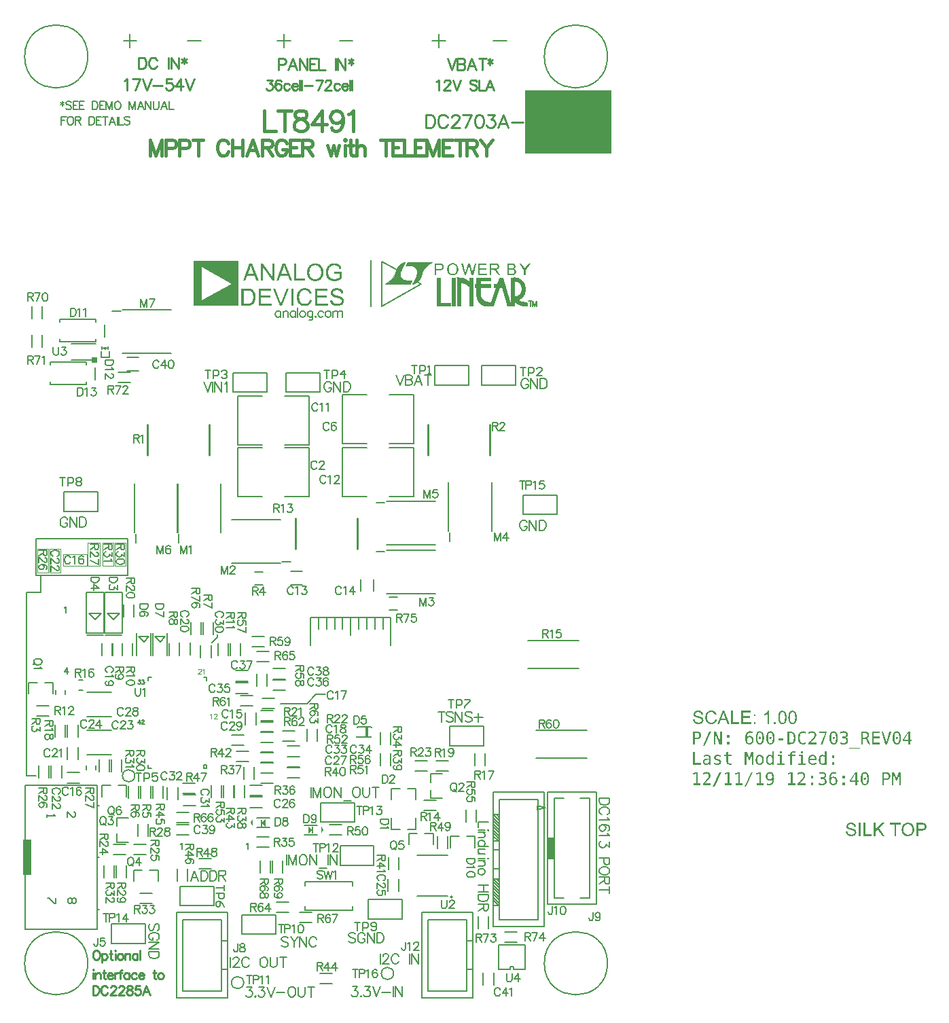
<source format=gbr>
%TF.GenerationSoftware,Altium Limited,Altium Designer,20.0.9 (164)*%
G04 Layer_Color=48896*
%FSLAX26Y26*%
%MOIN*%
%TF.FileFunction,Legend,Top*%
%TF.Part,Single*%
G01*
G75*
%TA.AperFunction,NonConductor*%
%ADD53C,0.007000*%
%ADD106C,0.008000*%
%ADD108C,0.010000*%
%ADD109C,0.015000*%
%ADD110C,0.006000*%
%ADD111C,0.007008*%
%ADD112C,0.007500*%
%ADD139C,0.004000*%
%ADD140C,0.007874*%
%ADD141C,0.005000*%
%ADD142C,0.002500*%
%ADD143R,0.044331X0.177165*%
%ADD144R,0.031496X0.110236*%
%ADD145R,0.030000X0.025000*%
G36*
X2900000Y4460000D02*
X2900000Y4150000D01*
X2475000Y4150000D01*
X2475000Y4460000D01*
X2900000Y4460000D01*
D02*
G37*
G36*
X1070000Y3401000D02*
X850000D01*
Y3621000D01*
X1070000D01*
Y3401000D01*
D02*
G37*
G36*
X1138000Y848000D02*
X1128000Y865000D01*
X1138000Y882000D01*
Y848000D01*
D02*
G37*
G36*
X1201000Y846000D02*
X1184000Y865000D01*
X1201000Y883000D01*
Y846000D01*
D02*
G37*
G36*
X1487000Y830000D02*
X1477000Y813000D01*
Y847000D01*
X1487000Y830000D01*
D02*
G37*
G36*
X1431000D02*
X1414000Y812000D01*
Y849000D01*
X1431000Y830000D01*
D02*
G37*
G36*
X3993056Y1113594D02*
X3993913Y1113498D01*
X3994960Y1113403D01*
X3997245Y1113022D01*
X3997435D01*
X3997816Y1112927D01*
X3998387Y1112737D01*
X3999149Y1112546D01*
X4000101Y1112261D01*
X4001148Y1111975D01*
X4003338Y1111214D01*
Y1103407D01*
X4003242Y1103502D01*
X4002862Y1103693D01*
X4002290Y1103978D01*
X4001624Y1104264D01*
X4000767Y1104645D01*
X3999815Y1105026D01*
X3997626Y1105692D01*
X3997530D01*
X3997150Y1105787D01*
X3996483Y1105978D01*
X3995722Y1106168D01*
X3994865Y1106263D01*
X3993818Y1106454D01*
X3991438Y1106549D01*
X3990676D01*
X3990105Y1106454D01*
X3989438Y1106358D01*
X3988677Y1106263D01*
X3986963Y1105787D01*
X3984964Y1105026D01*
X3983917Y1104550D01*
X3982965Y1103978D01*
X3981918Y1103312D01*
X3980966Y1102455D01*
X3980109Y1101503D01*
X3979252Y1100456D01*
Y1100361D01*
X3979062Y1100170D01*
X3978871Y1099790D01*
X3978586Y1099314D01*
X3978300Y1098647D01*
X3977919Y1097886D01*
X3977634Y1097029D01*
X3977253Y1095982D01*
X3976872Y1094744D01*
X3976491Y1093411D01*
X3976110Y1091983D01*
X3975825Y1090365D01*
X3975539Y1088556D01*
X3975349Y1086747D01*
X3975254Y1084748D01*
X3975163Y1082658D01*
X3975254Y1082749D01*
X3975539Y1083225D01*
X3976015Y1083986D01*
X3976586Y1084938D01*
X3977348Y1085986D01*
X3978300Y1087033D01*
X3979442Y1088080D01*
X3980680Y1089032D01*
X3980870Y1089127D01*
X3981346Y1089413D01*
X3982108Y1089794D01*
X3983060Y1090174D01*
X3984298Y1090555D01*
X3985630Y1090936D01*
X3987249Y1091222D01*
X3988867Y1091317D01*
X3989724D01*
X3990390Y1091222D01*
X3991152Y1091126D01*
X3992009Y1091031D01*
X3992961Y1090841D01*
X3994008Y1090650D01*
X3996293Y1089984D01*
X3997435Y1089508D01*
X3998578Y1088937D01*
X3999720Y1088270D01*
X4000862Y1087604D01*
X4001910Y1086652D01*
X4002862Y1085700D01*
X4002957Y1085605D01*
X4003052Y1085414D01*
X4003338Y1085129D01*
X4003623Y1084653D01*
X4004004Y1084082D01*
X4004480Y1083415D01*
X4004956Y1082558D01*
X4005432Y1081702D01*
X4005813Y1080654D01*
X4006289Y1079417D01*
X4006765Y1078179D01*
X4007146Y1076751D01*
X4007431Y1075228D01*
X4007717Y1073610D01*
X4007812Y1071896D01*
X4007907Y1069992D01*
Y1069897D01*
Y1069516D01*
Y1069040D01*
X4007812Y1068374D01*
X4007717Y1067517D01*
X4007622Y1066470D01*
X4007526Y1065422D01*
X4007241Y1064280D01*
X4006670Y1061710D01*
X4005718Y1059139D01*
X4005146Y1057806D01*
X4004480Y1056569D01*
X4003718Y1055426D01*
X4002766Y1054284D01*
X4002671Y1054189D01*
X4002576Y1054094D01*
X4002195Y1053808D01*
X4001814Y1053427D01*
X4001338Y1053046D01*
X4000672Y1052570D01*
X3999910Y1051999D01*
X3999054Y1051523D01*
X3998102Y1051047D01*
X3996959Y1050476D01*
X3995817Y1050000D01*
X3994579Y1049619D01*
X3993151Y1049238D01*
X3991628Y1049048D01*
X3990105Y1048858D01*
X3988391Y1048762D01*
X3987915D01*
X3987344Y1048858D01*
X3986582D01*
X3985726Y1049048D01*
X3984678Y1049143D01*
X3983536Y1049429D01*
X3982298Y1049714D01*
X3980966Y1050190D01*
X3979633Y1050666D01*
X3978300Y1051333D01*
X3977062Y1052094D01*
X3975730Y1052951D01*
X3974492Y1053998D01*
X3973445Y1055236D01*
X3972398Y1056569D01*
X3972302Y1056664D01*
X3972207Y1056950D01*
X3971922Y1057426D01*
X3971636Y1058092D01*
X3971255Y1058854D01*
X3970779Y1059901D01*
X3970303Y1061138D01*
X3969922Y1062566D01*
X3969446Y1064185D01*
X3968970Y1065994D01*
X3968494Y1067993D01*
X3968114Y1070182D01*
X3967828Y1072658D01*
X3967542Y1075228D01*
X3967447Y1078084D01*
X3967352Y1081130D01*
Y1081321D01*
Y1081797D01*
Y1082654D01*
X3967447Y1083701D01*
X3967542Y1085034D01*
X3967638Y1086557D01*
X3967828Y1088270D01*
X3968114Y1090079D01*
X3968399Y1092078D01*
X3968875Y1093982D01*
X3969351Y1096077D01*
X3969922Y1098076D01*
X3970589Y1099980D01*
X3971446Y1101884D01*
X3972398Y1103693D01*
X3973445Y1105311D01*
X3973540Y1105406D01*
X3973730Y1105692D01*
X3974111Y1106073D01*
X3974587Y1106644D01*
X3975254Y1107215D01*
X3976015Y1107977D01*
X3976872Y1108738D01*
X3977919Y1109500D01*
X3979157Y1110262D01*
X3980394Y1111023D01*
X3981918Y1111785D01*
X3983441Y1112356D01*
X3985154Y1112927D01*
X3986963Y1113308D01*
X3988962Y1113594D01*
X3991057Y1113689D01*
X3992199D01*
X3993056Y1113594D01*
D02*
G37*
G36*
X4044464Y1081892D02*
X4033897D01*
Y1094554D01*
X4044464D01*
Y1081892D01*
D02*
G37*
G36*
X3889383D02*
X3878816D01*
Y1094554D01*
X3889383D01*
Y1081892D01*
D02*
G37*
G36*
X4319878Y1050000D02*
X4312071D01*
Y1105311D01*
X4300838Y1072277D01*
X4294459D01*
X4283321Y1105311D01*
Y1050000D01*
X4275514D01*
Y1112642D01*
X4286748D01*
X4297601Y1080654D01*
X4308549Y1112642D01*
X4319878D01*
Y1050000D01*
D02*
G37*
G36*
X3935174Y1113594D02*
X3935936D01*
X3936793Y1113403D01*
X3937840Y1113308D01*
X3938887Y1113118D01*
X3941267Y1112546D01*
X3943742Y1111690D01*
X3944885Y1111214D01*
X3946122Y1110547D01*
X3947265Y1109881D01*
X3948312Y1109024D01*
X3948407Y1108929D01*
X3948598Y1108834D01*
X3948788Y1108548D01*
X3949169Y1108167D01*
X3949550Y1107691D01*
X3950026Y1107215D01*
X3951073Y1105787D01*
X3952120Y1104074D01*
X3952977Y1101979D01*
X3953358Y1100837D01*
X3953643Y1099599D01*
X3953738Y1098266D01*
X3953834Y1096934D01*
Y1096838D01*
Y1096743D01*
Y1096458D01*
Y1096077D01*
X3953643Y1095125D01*
X3953453Y1093887D01*
X3953072Y1092554D01*
X3952596Y1091126D01*
X3951834Y1089698D01*
X3950882Y1088270D01*
X3950787Y1088080D01*
X3950311Y1087699D01*
X3949740Y1087128D01*
X3948788Y1086366D01*
X3947646Y1085605D01*
X3946218Y1084748D01*
X3944504Y1084082D01*
X3942600Y1083415D01*
X3942695D01*
X3942886Y1083320D01*
X3943171Y1083225D01*
X3943647Y1083130D01*
X3944694Y1082654D01*
X3946027Y1082082D01*
X3947550Y1081321D01*
X3949074Y1080274D01*
X3950597Y1079036D01*
X3951930Y1077608D01*
X3952120Y1077418D01*
X3952501Y1076846D01*
X3952977Y1075990D01*
X3953643Y1074752D01*
X3954214Y1073324D01*
X3954786Y1071515D01*
X3955166Y1069516D01*
X3955262Y1067231D01*
Y1067136D01*
Y1066850D01*
Y1066374D01*
X3955166Y1065803D01*
X3955071Y1065042D01*
X3954976Y1064185D01*
X3954500Y1062281D01*
X3953834Y1060091D01*
X3953358Y1058949D01*
X3952786Y1057806D01*
X3952120Y1056759D01*
X3951263Y1055617D01*
X3950406Y1054570D01*
X3949359Y1053618D01*
X3949264Y1053522D01*
X3949074Y1053427D01*
X3948788Y1053142D01*
X3948312Y1052856D01*
X3947741Y1052475D01*
X3946979Y1052094D01*
X3946122Y1051618D01*
X3945170Y1051238D01*
X3944123Y1050762D01*
X3942886Y1050286D01*
X3941553Y1049905D01*
X3940125Y1049524D01*
X3938602Y1049238D01*
X3936983Y1048953D01*
X3935270Y1048858D01*
X3933366Y1048762D01*
X3931747D01*
X3930605Y1048858D01*
X3929272Y1048953D01*
X3927749Y1049048D01*
X3926226Y1049238D01*
X3924512Y1049524D01*
X3924322D01*
X3923750Y1049714D01*
X3922894Y1049810D01*
X3921751Y1050095D01*
X3920418Y1050476D01*
X3918895Y1050857D01*
X3915754Y1051904D01*
Y1060377D01*
X3915849D01*
X3915944Y1060282D01*
X3916515Y1059996D01*
X3917277Y1059615D01*
X3918419Y1059139D01*
X3919657Y1058568D01*
X3921085Y1057997D01*
X3922608Y1057426D01*
X3924131Y1056950D01*
X3924322D01*
X3924893Y1056759D01*
X3925654Y1056664D01*
X3926702Y1056474D01*
X3928034Y1056283D01*
X3929367Y1056093D01*
X3930890Y1055998D01*
X3932414Y1055902D01*
X3933080D01*
X3933556Y1055998D01*
X3934127D01*
X3934794Y1056093D01*
X3936317Y1056283D01*
X3938030Y1056664D01*
X3939839Y1057235D01*
X3941553Y1057997D01*
X3943076Y1059044D01*
X3943266Y1059234D01*
X3943647Y1059615D01*
X3944314Y1060377D01*
X3944980Y1061329D01*
X3945646Y1062662D01*
X3946313Y1064185D01*
X3946694Y1065994D01*
X3946884Y1068088D01*
Y1068183D01*
Y1068374D01*
Y1068659D01*
X3946789Y1068945D01*
X3946694Y1069992D01*
X3946408Y1071230D01*
X3945932Y1072562D01*
X3945266Y1073990D01*
X3944314Y1075418D01*
X3943076Y1076751D01*
X3942886Y1076846D01*
X3942410Y1077227D01*
X3941553Y1077798D01*
X3940410Y1078370D01*
X3938982Y1078941D01*
X3937269Y1079512D01*
X3935270Y1079893D01*
X3932985Y1079988D01*
X3926606D01*
Y1086938D01*
X3933937D01*
X3934984Y1087033D01*
X3936317Y1087223D01*
X3937840Y1087509D01*
X3939363Y1087985D01*
X3940791Y1088556D01*
X3942124Y1089413D01*
X3942314Y1089508D01*
X3942695Y1089889D01*
X3943171Y1090460D01*
X3943838Y1091317D01*
X3944409Y1092269D01*
X3944980Y1093506D01*
X3945361Y1094934D01*
X3945456Y1096553D01*
Y1096648D01*
Y1096743D01*
Y1097314D01*
X3945266Y1098171D01*
X3945075Y1099218D01*
X3944694Y1100456D01*
X3944218Y1101694D01*
X3943457Y1102836D01*
X3942410Y1103883D01*
X3942314Y1103978D01*
X3941838Y1104264D01*
X3941172Y1104740D01*
X3940220Y1105216D01*
X3938982Y1105692D01*
X3937459Y1106168D01*
X3935650Y1106454D01*
X3933651Y1106549D01*
X3932223D01*
X3931271Y1106454D01*
X3930129Y1106358D01*
X3928796Y1106168D01*
X3927463Y1105978D01*
X3925940Y1105692D01*
X3925750D01*
X3925274Y1105502D01*
X3924417Y1105311D01*
X3923370Y1105026D01*
X3922132Y1104740D01*
X3920799Y1104264D01*
X3919276Y1103788D01*
X3917658Y1103217D01*
Y1111023D01*
X3917753D01*
X3917848Y1111118D01*
X3918134D01*
X3918514Y1111214D01*
X3919466Y1111499D01*
X3920704Y1111785D01*
X3922037Y1112070D01*
X3923560Y1112451D01*
X3925083Y1112737D01*
X3926606Y1113022D01*
X3926797D01*
X3927273Y1113118D01*
X3928034Y1113213D01*
X3928986Y1113403D01*
X3930129Y1113498D01*
X3931271Y1113594D01*
X3933651Y1113689D01*
X3934508D01*
X3935174Y1113594D01*
D02*
G37*
G36*
X3677373D02*
X3678134D01*
X3678991Y1113403D01*
X3680038Y1113308D01*
X3681181Y1113022D01*
X3682418Y1112737D01*
X3683751Y1112261D01*
X3685084Y1111785D01*
X3686417Y1111118D01*
X3687654Y1110357D01*
X3688987Y1109500D01*
X3690225Y1108358D01*
X3691272Y1107215D01*
X3692319Y1105787D01*
X3692414Y1105692D01*
X3692510Y1105406D01*
X3692795Y1104930D01*
X3693081Y1104264D01*
X3693557Y1103502D01*
X3693938Y1102455D01*
X3694414Y1101218D01*
X3694890Y1099790D01*
X3695366Y1098171D01*
X3695842Y1096362D01*
X3696318Y1094363D01*
X3696698Y1092078D01*
X3696984Y1089698D01*
X3697270Y1087033D01*
X3697365Y1084177D01*
X3697460Y1081130D01*
Y1080940D01*
Y1080464D01*
Y1079607D01*
X3697365Y1078560D01*
X3697270Y1077227D01*
X3697174Y1075704D01*
X3696984Y1073990D01*
X3696698Y1072182D01*
X3696318Y1070278D01*
X3695937Y1068278D01*
X3695461Y1066279D01*
X3694890Y1064280D01*
X3694128Y1062376D01*
X3693271Y1060472D01*
X3692319Y1058663D01*
X3691272Y1057045D01*
X3691177Y1056950D01*
X3690986Y1056664D01*
X3690606Y1056283D01*
X3690130Y1055712D01*
X3689463Y1055141D01*
X3688702Y1054474D01*
X3687845Y1053713D01*
X3686798Y1052951D01*
X3685560Y1052094D01*
X3684227Y1051428D01*
X3682799Y1050666D01*
X3681276Y1050095D01*
X3679467Y1049524D01*
X3677658Y1049143D01*
X3675659Y1048858D01*
X3673565Y1048762D01*
X3672422D01*
X3671661Y1048858D01*
X3670709Y1048953D01*
X3669662Y1049048D01*
X3667377Y1049429D01*
X3667282D01*
X3666901Y1049524D01*
X3666234Y1049714D01*
X3665473Y1049905D01*
X3664616Y1050095D01*
X3663569Y1050476D01*
X3661474Y1051238D01*
Y1059044D01*
X3661570Y1058949D01*
X3661950Y1058758D01*
X3662426Y1058473D01*
X3663093Y1058187D01*
X3663950Y1057711D01*
X3664902Y1057330D01*
X3666996Y1056664D01*
X3667091D01*
X3667567Y1056569D01*
X3668138Y1056474D01*
X3668900Y1056283D01*
X3669852Y1056188D01*
X3670899Y1055998D01*
X3673279Y1055902D01*
X3674041D01*
X3674612Y1055998D01*
X3675278Y1056093D01*
X3676040Y1056188D01*
X3677849Y1056664D01*
X3679848Y1057330D01*
X3680800Y1057902D01*
X3681847Y1058473D01*
X3682799Y1059139D01*
X3683751Y1059901D01*
X3684703Y1060853D01*
X3685465Y1061900D01*
X3685560Y1061995D01*
X3685655Y1062186D01*
X3685846Y1062566D01*
X3686131Y1063042D01*
X3686417Y1063709D01*
X3686798Y1064470D01*
X3687178Y1065327D01*
X3687559Y1066470D01*
X3687940Y1067612D01*
X3688321Y1068945D01*
X3688702Y1070373D01*
X3688987Y1071991D01*
X3689273Y1073800D01*
X3689463Y1075609D01*
X3689654Y1077608D01*
Y1079798D01*
X3689558Y1079607D01*
X3689273Y1079131D01*
X3688797Y1078370D01*
X3688226Y1077418D01*
X3687369Y1076370D01*
X3686417Y1075323D01*
X3685274Y1074276D01*
X3684037Y1073324D01*
X3683846Y1073229D01*
X3683370Y1072943D01*
X3682704Y1072658D01*
X3681657Y1072277D01*
X3680514Y1071801D01*
X3679086Y1071515D01*
X3677563Y1071230D01*
X3675850Y1071134D01*
X3674993D01*
X3674326Y1071230D01*
X3673565Y1071325D01*
X3672708Y1071420D01*
X3671756Y1071610D01*
X3670709Y1071801D01*
X3668424Y1072467D01*
X3667282Y1072943D01*
X3666139Y1073514D01*
X3664997Y1074086D01*
X3663854Y1074847D01*
X3662807Y1075704D01*
X3661855Y1076656D01*
X3661760Y1076751D01*
X3661665Y1076942D01*
X3661379Y1077227D01*
X3661094Y1077703D01*
X3660713Y1078274D01*
X3660332Y1078941D01*
X3659856Y1079798D01*
X3659380Y1080750D01*
X3658904Y1081797D01*
X3658428Y1082939D01*
X3658047Y1084272D01*
X3657666Y1085700D01*
X3657381Y1087223D01*
X3657095Y1088842D01*
X3657000Y1090650D01*
X3656905Y1092459D01*
Y1092554D01*
Y1092935D01*
Y1093411D01*
X3657000Y1094173D01*
X3657095Y1094934D01*
X3657190Y1095982D01*
X3657286Y1097029D01*
X3657571Y1098171D01*
X3658142Y1100742D01*
X3658999Y1103312D01*
X3659570Y1104550D01*
X3660332Y1105787D01*
X3661094Y1107025D01*
X3661950Y1108072D01*
X3662046Y1108167D01*
X3662236Y1108358D01*
X3662522Y1108548D01*
X3662902Y1108929D01*
X3663474Y1109405D01*
X3664045Y1109881D01*
X3664806Y1110357D01*
X3665663Y1110928D01*
X3666615Y1111404D01*
X3667758Y1111880D01*
X3668900Y1112356D01*
X3670233Y1112832D01*
X3671566Y1113213D01*
X3673089Y1113403D01*
X3674612Y1113594D01*
X3676326Y1113689D01*
X3676802D01*
X3677373Y1113594D01*
D02*
G37*
G36*
X4248478Y1112546D02*
X4249334D01*
X4250382Y1112356D01*
X4251524Y1112261D01*
X4252666Y1112070D01*
X4255237Y1111499D01*
X4257902Y1110642D01*
X4259140Y1110071D01*
X4260378Y1109500D01*
X4261615Y1108738D01*
X4262662Y1107882D01*
X4262758Y1107786D01*
X4262853Y1107691D01*
X4263138Y1107406D01*
X4263519Y1107025D01*
X4263900Y1106454D01*
X4264376Y1105882D01*
X4264852Y1105216D01*
X4265423Y1104359D01*
X4265899Y1103407D01*
X4266375Y1102360D01*
X4266851Y1101218D01*
X4267232Y1099980D01*
X4267613Y1098647D01*
X4267898Y1097124D01*
X4267994Y1095601D01*
X4268089Y1093887D01*
Y1093792D01*
Y1093506D01*
Y1093030D01*
X4267994Y1092364D01*
X4267898Y1091602D01*
X4267803Y1090746D01*
X4267613Y1089698D01*
X4267422Y1088651D01*
X4266756Y1086462D01*
X4266375Y1085224D01*
X4265804Y1084082D01*
X4265138Y1082939D01*
X4264471Y1081892D01*
X4263614Y1080845D01*
X4262662Y1079893D01*
X4262567Y1079798D01*
X4262377Y1079702D01*
X4262091Y1079512D01*
X4261615Y1079131D01*
X4261044Y1078846D01*
X4260378Y1078465D01*
X4259616Y1077989D01*
X4258664Y1077608D01*
X4257617Y1077132D01*
X4256379Y1076751D01*
X4255142Y1076275D01*
X4253714Y1075990D01*
X4252095Y1075704D01*
X4250477Y1075418D01*
X4248668Y1075323D01*
X4246764Y1075228D01*
X4236958D01*
Y1050000D01*
X4228486D01*
Y1112642D01*
X4247811D01*
X4248478Y1112546D01*
D02*
G37*
G36*
X4104345Y1071801D02*
X4112722D01*
Y1064946D01*
X4104345D01*
Y1050000D01*
X4095872D01*
Y1064946D01*
X4069406D01*
Y1072943D01*
X4094539Y1112642D01*
X4104345D01*
Y1071801D01*
D02*
G37*
G36*
X4044464Y1050000D02*
X4033897D01*
Y1062757D01*
X4044464D01*
Y1050000D01*
D02*
G37*
G36*
X3889383D02*
X3878816D01*
Y1062757D01*
X3889383D01*
Y1050000D01*
D02*
G37*
G36*
X3831692Y1113594D02*
X3832454Y1113498D01*
X3833406Y1113403D01*
X3834358Y1113308D01*
X3835500Y1113118D01*
X3837880Y1112451D01*
X3840355Y1111594D01*
X3841593Y1111023D01*
X3842735Y1110357D01*
X3843973Y1109595D01*
X3845020Y1108738D01*
X3845115Y1108643D01*
X3845306Y1108548D01*
X3845496Y1108262D01*
X3845877Y1107882D01*
X3846353Y1107406D01*
X3846829Y1106834D01*
X3847305Y1106073D01*
X3847876Y1105311D01*
X3848828Y1103502D01*
X3849780Y1101313D01*
X3850161Y1100075D01*
X3850351Y1098838D01*
X3850542Y1097410D01*
X3850637Y1095982D01*
Y1095791D01*
Y1095315D01*
X3850542Y1094458D01*
X3850446Y1093506D01*
X3850161Y1092269D01*
X3849875Y1090841D01*
X3849399Y1089413D01*
X3848733Y1087890D01*
X3848638Y1087699D01*
X3848352Y1087223D01*
X3847876Y1086366D01*
X3847305Y1085319D01*
X3846448Y1083986D01*
X3845401Y1082463D01*
X3844068Y1080845D01*
X3842640Y1079036D01*
X3842545Y1078941D01*
X3842259Y1078560D01*
X3841688Y1077894D01*
X3840926Y1077037D01*
X3839974Y1075990D01*
X3838832Y1074657D01*
X3837499Y1073134D01*
X3835881Y1071420D01*
X3835786Y1071325D01*
X3835690Y1071230D01*
X3835405Y1070944D01*
X3835024Y1070563D01*
X3834548Y1069992D01*
X3833977Y1069421D01*
X3833310Y1068659D01*
X3832549Y1067898D01*
X3831597Y1066946D01*
X3830550Y1065803D01*
X3829502Y1064661D01*
X3828265Y1063423D01*
X3826932Y1061995D01*
X3825504Y1060472D01*
X3823886Y1058854D01*
X3822267Y1057140D01*
X3851018D01*
Y1050000D01*
X3813033D01*
Y1057140D01*
X3813128Y1057235D01*
X3813414Y1057521D01*
X3813794Y1057902D01*
X3814366Y1058568D01*
X3815032Y1059234D01*
X3815794Y1060091D01*
X3816650Y1061043D01*
X3817698Y1061995D01*
X3819792Y1064280D01*
X3822077Y1066660D01*
X3824362Y1069230D01*
X3826646Y1071610D01*
X3826742Y1071706D01*
X3826932Y1071896D01*
X3827218Y1072182D01*
X3827598Y1072658D01*
X3828646Y1073800D01*
X3829883Y1075133D01*
X3831216Y1076561D01*
X3832549Y1078084D01*
X3833786Y1079417D01*
X3834834Y1080559D01*
X3834929Y1080654D01*
X3835024Y1080750D01*
X3835214Y1081035D01*
X3835500Y1081416D01*
X3836262Y1082368D01*
X3837118Y1083510D01*
X3838070Y1084843D01*
X3838927Y1086271D01*
X3839784Y1087604D01*
X3840450Y1088842D01*
X3840546Y1089032D01*
X3840736Y1089413D01*
X3840926Y1089984D01*
X3841212Y1090841D01*
X3841498Y1091793D01*
X3841783Y1092935D01*
X3841878Y1094078D01*
X3841974Y1095315D01*
Y1095410D01*
Y1095506D01*
Y1095791D01*
Y1096172D01*
X3841783Y1097124D01*
X3841593Y1098266D01*
X3841212Y1099599D01*
X3840641Y1101027D01*
X3839879Y1102265D01*
X3838832Y1103502D01*
X3838737Y1103598D01*
X3838261Y1103978D01*
X3837594Y1104454D01*
X3836642Y1105026D01*
X3835405Y1105597D01*
X3833977Y1106073D01*
X3832263Y1106454D01*
X3830359Y1106549D01*
X3829693D01*
X3828931Y1106454D01*
X3827979Y1106358D01*
X3826742Y1106168D01*
X3825409Y1105978D01*
X3823886Y1105597D01*
X3822362Y1105121D01*
X3822172Y1105026D01*
X3821601Y1104835D01*
X3820839Y1104550D01*
X3819697Y1104074D01*
X3818364Y1103502D01*
X3816841Y1102741D01*
X3815222Y1101884D01*
X3813509Y1100932D01*
Y1109500D01*
X3813604D01*
X3813699Y1109595D01*
X3814270Y1109786D01*
X3815127Y1110166D01*
X3816174Y1110642D01*
X3817507Y1111118D01*
X3818935Y1111594D01*
X3821982Y1112546D01*
X3822077D01*
X3822172Y1112642D01*
X3822743Y1112737D01*
X3823505Y1112927D01*
X3824552Y1113118D01*
X3825790Y1113308D01*
X3827218Y1113498D01*
X3828646Y1113689D01*
X3831026D01*
X3831692Y1113594D01*
D02*
G37*
G36*
X3787805Y1057140D02*
X3800847D01*
Y1050000D01*
X3766290D01*
Y1057140D01*
X3779427D01*
Y1105026D01*
X3765242Y1101789D01*
Y1109500D01*
X3779332Y1112642D01*
X3787805D01*
Y1057140D01*
D02*
G37*
G36*
X3632724D02*
X3645766D01*
Y1050000D01*
X3611209D01*
Y1057140D01*
X3624346D01*
Y1105026D01*
X3610162Y1101789D01*
Y1109500D01*
X3624251Y1112642D01*
X3632724D01*
Y1057140D01*
D02*
G37*
G36*
X3529337D02*
X3542379D01*
Y1050000D01*
X3507822D01*
Y1057140D01*
X3520959D01*
Y1105026D01*
X3506774Y1101789D01*
Y1109500D01*
X3520864Y1112642D01*
X3529337D01*
Y1057140D01*
D02*
G37*
G36*
X3477643D02*
X3490686D01*
Y1050000D01*
X3456128D01*
Y1057140D01*
X3469266D01*
Y1105026D01*
X3455081Y1101789D01*
Y1109500D01*
X3469170Y1112642D01*
X3477643D01*
Y1057140D01*
D02*
G37*
G36*
X3366450Y1113594D02*
X3367211Y1113498D01*
X3368163Y1113403D01*
X3369115Y1113308D01*
X3370258Y1113118D01*
X3372638Y1112451D01*
X3375113Y1111594D01*
X3376350Y1111023D01*
X3377493Y1110357D01*
X3378730Y1109595D01*
X3379778Y1108738D01*
X3379873Y1108643D01*
X3380063Y1108548D01*
X3380254Y1108262D01*
X3380634Y1107882D01*
X3381110Y1107406D01*
X3381586Y1106834D01*
X3382062Y1106073D01*
X3382634Y1105311D01*
X3383586Y1103502D01*
X3384538Y1101313D01*
X3384918Y1100075D01*
X3385109Y1098838D01*
X3385299Y1097410D01*
X3385394Y1095982D01*
Y1095791D01*
Y1095315D01*
X3385299Y1094458D01*
X3385204Y1093506D01*
X3384918Y1092269D01*
X3384633Y1090841D01*
X3384157Y1089413D01*
X3383490Y1087890D01*
X3383395Y1087699D01*
X3383110Y1087223D01*
X3382634Y1086366D01*
X3382062Y1085319D01*
X3381206Y1083986D01*
X3380158Y1082463D01*
X3378826Y1080845D01*
X3377398Y1079036D01*
X3377302Y1078941D01*
X3377017Y1078560D01*
X3376446Y1077894D01*
X3375684Y1077037D01*
X3374732Y1075990D01*
X3373590Y1074657D01*
X3372257Y1073134D01*
X3370638Y1071420D01*
X3370543Y1071325D01*
X3370448Y1071230D01*
X3370162Y1070944D01*
X3369782Y1070563D01*
X3369306Y1069992D01*
X3368734Y1069421D01*
X3368068Y1068659D01*
X3367306Y1067898D01*
X3366354Y1066946D01*
X3365307Y1065803D01*
X3364260Y1064661D01*
X3363022Y1063423D01*
X3361690Y1061995D01*
X3360262Y1060472D01*
X3358643Y1058854D01*
X3357025Y1057140D01*
X3385775D01*
Y1050000D01*
X3347790D01*
Y1057140D01*
X3347886Y1057235D01*
X3348171Y1057521D01*
X3348552Y1057902D01*
X3349123Y1058568D01*
X3349790Y1059234D01*
X3350551Y1060091D01*
X3351408Y1061043D01*
X3352455Y1061995D01*
X3354550Y1064280D01*
X3356834Y1066660D01*
X3359119Y1069230D01*
X3361404Y1071610D01*
X3361499Y1071706D01*
X3361690Y1071896D01*
X3361975Y1072182D01*
X3362356Y1072658D01*
X3363403Y1073800D01*
X3364641Y1075133D01*
X3365974Y1076561D01*
X3367306Y1078084D01*
X3368544Y1079417D01*
X3369591Y1080559D01*
X3369686Y1080654D01*
X3369782Y1080750D01*
X3369972Y1081035D01*
X3370258Y1081416D01*
X3371019Y1082368D01*
X3371876Y1083510D01*
X3372828Y1084843D01*
X3373685Y1086271D01*
X3374542Y1087604D01*
X3375208Y1088842D01*
X3375303Y1089032D01*
X3375494Y1089413D01*
X3375684Y1089984D01*
X3375970Y1090841D01*
X3376255Y1091793D01*
X3376541Y1092935D01*
X3376636Y1094078D01*
X3376731Y1095315D01*
Y1095410D01*
Y1095506D01*
Y1095791D01*
Y1096172D01*
X3376541Y1097124D01*
X3376350Y1098266D01*
X3375970Y1099599D01*
X3375398Y1101027D01*
X3374637Y1102265D01*
X3373590Y1103502D01*
X3373494Y1103598D01*
X3373018Y1103978D01*
X3372352Y1104454D01*
X3371400Y1105026D01*
X3370162Y1105597D01*
X3368734Y1106073D01*
X3367021Y1106454D01*
X3365117Y1106549D01*
X3364450D01*
X3363689Y1106454D01*
X3362737Y1106358D01*
X3361499Y1106168D01*
X3360166Y1105978D01*
X3358643Y1105597D01*
X3357120Y1105121D01*
X3356930Y1105026D01*
X3356358Y1104835D01*
X3355597Y1104550D01*
X3354454Y1104074D01*
X3353122Y1103502D01*
X3351598Y1102741D01*
X3349980Y1101884D01*
X3348266Y1100932D01*
Y1109500D01*
X3348362D01*
X3348457Y1109595D01*
X3349028Y1109786D01*
X3349885Y1110166D01*
X3350932Y1110642D01*
X3352265Y1111118D01*
X3353693Y1111594D01*
X3356739Y1112546D01*
X3356834D01*
X3356930Y1112642D01*
X3357501Y1112737D01*
X3358262Y1112927D01*
X3359310Y1113118D01*
X3360547Y1113308D01*
X3361975Y1113498D01*
X3363403Y1113689D01*
X3365783D01*
X3366450Y1113594D01*
D02*
G37*
G36*
X3322562Y1057140D02*
X3335605D01*
Y1050000D01*
X3301047D01*
Y1057140D01*
X3314185D01*
Y1105026D01*
X3300000Y1101789D01*
Y1109500D01*
X3314090Y1112642D01*
X3322562D01*
Y1057140D01*
D02*
G37*
G36*
X4143567Y1113594D02*
X4144234D01*
X4145090Y1113403D01*
X4146042Y1113213D01*
X4147185Y1113022D01*
X4148327Y1112642D01*
X4149565Y1112261D01*
X4150802Y1111690D01*
X4152040Y1111023D01*
X4153278Y1110166D01*
X4154515Y1109214D01*
X4155753Y1108167D01*
X4156800Y1106834D01*
X4157847Y1105406D01*
X4157942Y1105311D01*
X4158038Y1105026D01*
X4158323Y1104550D01*
X4158609Y1103883D01*
X4159085Y1103026D01*
X4159466Y1101979D01*
X4159942Y1100742D01*
X4160418Y1099314D01*
X4160894Y1097695D01*
X4161370Y1095886D01*
X4161846Y1093887D01*
X4162226Y1091698D01*
X4162512Y1089318D01*
X4162798Y1086842D01*
X4162893Y1084082D01*
X4162988Y1081130D01*
Y1080940D01*
Y1080464D01*
Y1079607D01*
X4162893Y1078465D01*
X4162798Y1077132D01*
X4162702Y1075609D01*
X4162607Y1073895D01*
X4162322Y1072086D01*
X4162036Y1070182D01*
X4161750Y1068183D01*
X4160798Y1064185D01*
X4160227Y1062186D01*
X4159561Y1060377D01*
X4158799Y1058568D01*
X4157847Y1056950D01*
X4157752Y1056854D01*
X4157657Y1056569D01*
X4157276Y1056188D01*
X4156895Y1055712D01*
X4156324Y1055046D01*
X4155658Y1054379D01*
X4154896Y1053618D01*
X4154039Y1052856D01*
X4152992Y1052094D01*
X4151850Y1051333D01*
X4150612Y1050666D01*
X4149279Y1050000D01*
X4147756Y1049524D01*
X4146138Y1049143D01*
X4144424Y1048858D01*
X4142615Y1048762D01*
X4142139D01*
X4141663Y1048858D01*
X4140997D01*
X4140140Y1049048D01*
X4139188Y1049238D01*
X4138141Y1049429D01*
X4136998Y1049810D01*
X4135761Y1050190D01*
X4134523Y1050762D01*
X4133286Y1051428D01*
X4132048Y1052190D01*
X4130810Y1053142D01*
X4129573Y1054284D01*
X4128526Y1055522D01*
X4127478Y1056950D01*
X4127383Y1057045D01*
X4127288Y1057330D01*
X4127002Y1057806D01*
X4126717Y1058473D01*
X4126336Y1059330D01*
X4125860Y1060377D01*
X4125384Y1061614D01*
X4125003Y1063042D01*
X4124527Y1064661D01*
X4124051Y1066470D01*
X4123575Y1068469D01*
X4123194Y1070563D01*
X4122909Y1072943D01*
X4122623Y1075514D01*
X4122528Y1078179D01*
X4122433Y1081130D01*
Y1081321D01*
Y1081797D01*
Y1082654D01*
X4122528Y1083796D01*
X4122623Y1085129D01*
X4122718Y1086652D01*
X4122814Y1088366D01*
X4123099Y1090174D01*
X4123290Y1092174D01*
X4123670Y1094173D01*
X4124527Y1098171D01*
X4125098Y1100170D01*
X4125860Y1101979D01*
X4126622Y1103788D01*
X4127478Y1105406D01*
X4127574Y1105502D01*
X4127764Y1105787D01*
X4128050Y1106168D01*
X4128430Y1106739D01*
X4129002Y1107310D01*
X4129668Y1108072D01*
X4130430Y1108738D01*
X4131286Y1109595D01*
X4132334Y1110357D01*
X4133476Y1111118D01*
X4134714Y1111785D01*
X4136046Y1112356D01*
X4137474Y1112927D01*
X4139093Y1113308D01*
X4140806Y1113594D01*
X4142615Y1113689D01*
X4143091D01*
X4143567Y1113594D01*
D02*
G37*
G36*
X3560467Y1042098D02*
X3552470D01*
X3585505Y1112642D01*
X3593502D01*
X3560467Y1042098D01*
D02*
G37*
G36*
X3405386D02*
X3397390D01*
X3430424Y1112642D01*
X3438421D01*
X3405386Y1042098D01*
D02*
G37*
G36*
X3838356Y1205406D02*
X3830645D01*
Y1215212D01*
X3838356D01*
Y1205406D01*
D02*
G37*
G36*
X3734969D02*
X3727258D01*
Y1215212D01*
X3734969D01*
Y1205406D01*
D02*
G37*
G36*
X3954976Y1150000D02*
X3947265D01*
Y1155902D01*
X3947170Y1155712D01*
X3946884Y1155331D01*
X3946503Y1154665D01*
X3945837Y1153903D01*
X3945075Y1153046D01*
X3944218Y1152190D01*
X3943171Y1151333D01*
X3942029Y1150571D01*
X3941934Y1150476D01*
X3941458Y1150286D01*
X3940791Y1150000D01*
X3939934Y1149714D01*
X3938887Y1149334D01*
X3937650Y1149048D01*
X3936222Y1148858D01*
X3934698Y1148762D01*
X3933842D01*
X3933270Y1148858D01*
X3932604Y1148953D01*
X3931747Y1149143D01*
X3929843Y1149619D01*
X3928796Y1149905D01*
X3927654Y1150381D01*
X3926511Y1150857D01*
X3925464Y1151523D01*
X3924322Y1152285D01*
X3923274Y1153142D01*
X3922227Y1154189D01*
X3921275Y1155331D01*
X3921180Y1155426D01*
X3921085Y1155617D01*
X3920799Y1155998D01*
X3920514Y1156569D01*
X3920133Y1157235D01*
X3919752Y1157997D01*
X3919276Y1158949D01*
X3918895Y1160091D01*
X3918419Y1161329D01*
X3917943Y1162662D01*
X3917562Y1164185D01*
X3917182Y1165803D01*
X3916896Y1167517D01*
X3916610Y1169421D01*
X3916515Y1171420D01*
X3916420Y1173514D01*
Y1173610D01*
Y1173990D01*
Y1174657D01*
X3916515Y1175418D01*
X3916610Y1176370D01*
X3916706Y1177513D01*
X3916801Y1178750D01*
X3916991Y1180083D01*
X3917562Y1182939D01*
X3918514Y1185986D01*
X3918990Y1187414D01*
X3919657Y1188842D01*
X3920418Y1190270D01*
X3921275Y1191507D01*
X3921370Y1191602D01*
X3921466Y1191793D01*
X3921751Y1192078D01*
X3922227Y1192554D01*
X3922703Y1193030D01*
X3923274Y1193602D01*
X3924036Y1194173D01*
X3924798Y1194839D01*
X3925750Y1195410D01*
X3926702Y1195982D01*
X3928986Y1197029D01*
X3930319Y1197505D01*
X3931652Y1197790D01*
X3933175Y1197981D01*
X3934698Y1198076D01*
X3935365D01*
X3936222Y1197981D01*
X3937174Y1197886D01*
X3938316Y1197600D01*
X3939649Y1197314D01*
X3940886Y1196838D01*
X3942124Y1196172D01*
X3942314Y1196077D01*
X3942695Y1195791D01*
X3943266Y1195410D01*
X3944028Y1194839D01*
X3944790Y1194078D01*
X3945646Y1193126D01*
X3946503Y1192078D01*
X3947265Y1190841D01*
Y1215212D01*
X3954976D01*
Y1150000D01*
D02*
G37*
G36*
X3696508D02*
X3688797D01*
Y1155902D01*
X3688702Y1155712D01*
X3688416Y1155331D01*
X3688035Y1154665D01*
X3687369Y1153903D01*
X3686607Y1153046D01*
X3685750Y1152190D01*
X3684703Y1151333D01*
X3683561Y1150571D01*
X3683466Y1150476D01*
X3682990Y1150286D01*
X3682323Y1150000D01*
X3681466Y1149714D01*
X3680419Y1149334D01*
X3679182Y1149048D01*
X3677754Y1148858D01*
X3676230Y1148762D01*
X3675374D01*
X3674802Y1148858D01*
X3674136Y1148953D01*
X3673279Y1149143D01*
X3671375Y1149619D01*
X3670328Y1149905D01*
X3669186Y1150381D01*
X3668043Y1150857D01*
X3666996Y1151523D01*
X3665854Y1152285D01*
X3664806Y1153142D01*
X3663759Y1154189D01*
X3662807Y1155331D01*
X3662712Y1155426D01*
X3662617Y1155617D01*
X3662331Y1155998D01*
X3662046Y1156569D01*
X3661665Y1157235D01*
X3661284Y1157997D01*
X3660808Y1158949D01*
X3660427Y1160091D01*
X3659951Y1161329D01*
X3659475Y1162662D01*
X3659094Y1164185D01*
X3658714Y1165803D01*
X3658428Y1167517D01*
X3658142Y1169421D01*
X3658047Y1171420D01*
X3657952Y1173514D01*
Y1173610D01*
Y1173990D01*
Y1174657D01*
X3658047Y1175418D01*
X3658142Y1176370D01*
X3658238Y1177513D01*
X3658333Y1178750D01*
X3658523Y1180083D01*
X3659094Y1182939D01*
X3660046Y1185986D01*
X3660522Y1187414D01*
X3661189Y1188842D01*
X3661950Y1190270D01*
X3662807Y1191507D01*
X3662902Y1191602D01*
X3662998Y1191793D01*
X3663283Y1192078D01*
X3663759Y1192554D01*
X3664235Y1193030D01*
X3664806Y1193602D01*
X3665568Y1194173D01*
X3666330Y1194839D01*
X3667282Y1195410D01*
X3668234Y1195982D01*
X3670518Y1197029D01*
X3671851Y1197505D01*
X3673184Y1197790D01*
X3674707Y1197981D01*
X3676230Y1198076D01*
X3676897D01*
X3677754Y1197981D01*
X3678706Y1197886D01*
X3679848Y1197600D01*
X3681181Y1197314D01*
X3682418Y1196838D01*
X3683656Y1196172D01*
X3683846Y1196077D01*
X3684227Y1195791D01*
X3684798Y1195410D01*
X3685560Y1194839D01*
X3686322Y1194078D01*
X3687178Y1193126D01*
X3688035Y1192078D01*
X3688797Y1190841D01*
Y1215212D01*
X3696508D01*
Y1150000D01*
D02*
G37*
G36*
X3423379Y1197981D02*
X3424426Y1197886D01*
X3425664Y1197790D01*
X3428234Y1197314D01*
X3428425D01*
X3428806Y1197219D01*
X3429567Y1197029D01*
X3430424Y1196838D01*
X3431471Y1196553D01*
X3432614Y1196172D01*
X3435184Y1195220D01*
Y1187699D01*
X3434994Y1187794D01*
X3434613Y1187985D01*
X3433946Y1188366D01*
X3433090Y1188746D01*
X3432042Y1189222D01*
X3430900Y1189698D01*
X3428425Y1190555D01*
X3428234Y1190650D01*
X3427854Y1190746D01*
X3427187Y1190936D01*
X3426330Y1191126D01*
X3425283Y1191317D01*
X3424141Y1191412D01*
X3422903Y1191602D01*
X3420809D01*
X3419857Y1191507D01*
X3418714Y1191412D01*
X3417477Y1191222D01*
X3416144Y1190841D01*
X3414906Y1190460D01*
X3413859Y1189889D01*
X3413764Y1189794D01*
X3413478Y1189603D01*
X3413002Y1189127D01*
X3412622Y1188556D01*
X3412146Y1187890D01*
X3411670Y1186938D01*
X3411384Y1185890D01*
X3411289Y1184653D01*
Y1184558D01*
Y1184177D01*
X3411384Y1183606D01*
X3411574Y1182939D01*
X3411765Y1182178D01*
X3412050Y1181321D01*
X3412526Y1180654D01*
X3413193Y1179988D01*
X3413288Y1179893D01*
X3413574Y1179702D01*
X3414240Y1179417D01*
X3415097Y1179036D01*
X3415668Y1178846D01*
X3416334Y1178560D01*
X3417096Y1178370D01*
X3418048Y1178084D01*
X3419000Y1177798D01*
X3420142Y1177513D01*
X3421380Y1177227D01*
X3422713Y1176942D01*
X3425854Y1176370D01*
X3425950D01*
X3426140Y1176275D01*
X3426426D01*
X3426806Y1176180D01*
X3427854Y1175894D01*
X3429091Y1175418D01*
X3430519Y1174847D01*
X3431947Y1174086D01*
X3433280Y1173134D01*
X3434518Y1171991D01*
X3434613Y1171801D01*
X3434994Y1171420D01*
X3435470Y1170658D01*
X3436041Y1169706D01*
X3436612Y1168469D01*
X3437088Y1167041D01*
X3437469Y1165422D01*
X3437564Y1163518D01*
Y1163423D01*
Y1163233D01*
Y1162852D01*
X3437469Y1162376D01*
X3437374Y1161805D01*
X3437278Y1161138D01*
X3436993Y1159520D01*
X3436326Y1157806D01*
X3435470Y1155998D01*
X3434898Y1155141D01*
X3434232Y1154284D01*
X3433470Y1153427D01*
X3432614Y1152666D01*
X3432518D01*
X3432423Y1152475D01*
X3432138Y1152285D01*
X3431662Y1152094D01*
X3431186Y1151809D01*
X3430614Y1151428D01*
X3429853Y1151047D01*
X3428996Y1150762D01*
X3428139Y1150381D01*
X3427092Y1150000D01*
X3425950Y1149714D01*
X3424712Y1149334D01*
X3423379Y1149143D01*
X3421951Y1148953D01*
X3418810Y1148762D01*
X3417477D01*
X3416620Y1148858D01*
X3415478Y1148953D01*
X3414240Y1149048D01*
X3412907Y1149238D01*
X3411479Y1149524D01*
X3411289D01*
X3410813Y1149619D01*
X3410051Y1149810D01*
X3409004Y1150095D01*
X3407766Y1150381D01*
X3406434Y1150762D01*
X3404910Y1151142D01*
X3403292Y1151714D01*
Y1159710D01*
X3403387D01*
X3403482Y1159615D01*
X3404054Y1159330D01*
X3404815Y1158949D01*
X3405958Y1158473D01*
X3407195Y1157902D01*
X3408528Y1157330D01*
X3410051Y1156759D01*
X3411479Y1156283D01*
X3411670D01*
X3412146Y1156093D01*
X3412907Y1155998D01*
X3413954Y1155807D01*
X3415097Y1155617D01*
X3416334Y1155426D01*
X3417667Y1155331D01*
X3419000Y1155236D01*
X3419857D01*
X3420714Y1155331D01*
X3421856Y1155522D01*
X3423189Y1155712D01*
X3424426Y1156093D01*
X3425759Y1156569D01*
X3426902Y1157235D01*
X3426997Y1157330D01*
X3427378Y1157616D01*
X3427854Y1158092D01*
X3428330Y1158758D01*
X3428901Y1159615D01*
X3429282Y1160567D01*
X3429662Y1161710D01*
X3429758Y1163042D01*
Y1163138D01*
Y1163328D01*
X3429662Y1163518D01*
X3429567Y1163899D01*
X3429186Y1164851D01*
X3428901Y1165422D01*
X3428520Y1165994D01*
X3427949Y1166660D01*
X3427282Y1167231D01*
X3426426Y1167898D01*
X3425378Y1168469D01*
X3424236Y1169040D01*
X3422903Y1169611D01*
X3421285Y1170087D01*
X3419476Y1170468D01*
X3419095Y1170563D01*
X3416239Y1171134D01*
X3416144D01*
X3415954Y1171230D01*
X3415573Y1171325D01*
X3415192Y1171420D01*
X3414621Y1171515D01*
X3413954Y1171706D01*
X3412526Y1172182D01*
X3410908Y1172753D01*
X3409290Y1173514D01*
X3407862Y1174466D01*
X3406529Y1175514D01*
X3406434Y1175704D01*
X3406053Y1176085D01*
X3405577Y1176751D01*
X3405006Y1177798D01*
X3404434Y1178941D01*
X3403958Y1180464D01*
X3403578Y1182082D01*
X3403482Y1183986D01*
Y1184082D01*
Y1184272D01*
Y1184653D01*
X3403578Y1185129D01*
Y1185605D01*
X3403768Y1186271D01*
X3404054Y1187794D01*
X3404625Y1189413D01*
X3405386Y1191222D01*
X3406529Y1192840D01*
X3407290Y1193602D01*
X3408052Y1194363D01*
X3408147D01*
X3408242Y1194554D01*
X3408528Y1194744D01*
X3408909Y1194934D01*
X3409385Y1195220D01*
X3409956Y1195506D01*
X3410622Y1195886D01*
X3411384Y1196267D01*
X3412241Y1196553D01*
X3413288Y1196934D01*
X3414335Y1197219D01*
X3415478Y1197505D01*
X3416715Y1197695D01*
X3418143Y1197886D01*
X3421094Y1198076D01*
X3422427D01*
X3423379Y1197981D01*
D02*
G37*
G36*
X3994008Y1181892D02*
X3983441D01*
Y1194554D01*
X3994008D01*
Y1181892D01*
D02*
G37*
G36*
X3597405Y1150000D02*
X3589598D01*
Y1205311D01*
X3578365Y1172277D01*
X3571986D01*
X3560848Y1205311D01*
Y1150000D01*
X3553042D01*
Y1212642D01*
X3564275D01*
X3575128Y1180654D01*
X3586076Y1212642D01*
X3597405D01*
Y1150000D01*
D02*
G37*
G36*
X3994008D02*
X3983441D01*
Y1162757D01*
X3994008D01*
Y1150000D01*
D02*
G37*
G36*
X3838356Y1155998D02*
X3853683D01*
Y1150000D01*
X3815318D01*
Y1155998D01*
X3830645D01*
Y1190936D01*
X3818650D01*
Y1196934D01*
X3838356D01*
Y1155998D01*
D02*
G37*
G36*
X3800847Y1208834D02*
X3791327D01*
X3790661Y1208738D01*
X3789709Y1208643D01*
X3788757Y1208453D01*
X3787900Y1208072D01*
X3786948Y1207691D01*
X3786282Y1207120D01*
X3786186Y1207025D01*
X3785996Y1206834D01*
X3785806Y1206358D01*
X3785520Y1205692D01*
X3785139Y1204835D01*
X3784949Y1203788D01*
X3784758Y1202550D01*
X3784663Y1201027D01*
Y1196934D01*
X3800847D01*
Y1190936D01*
X3784663D01*
Y1150000D01*
X3776952D01*
Y1190936D01*
X3764386D01*
Y1196934D01*
X3776952D01*
Y1200170D01*
Y1200266D01*
Y1200551D01*
Y1200932D01*
X3777047Y1201408D01*
Y1202074D01*
X3777142Y1202836D01*
X3777428Y1204454D01*
X3777809Y1206358D01*
X3778475Y1208167D01*
X3779332Y1209976D01*
X3779903Y1210738D01*
X3780474Y1211499D01*
X3780665Y1211690D01*
X3781141Y1212070D01*
X3781998Y1212642D01*
X3783140Y1213403D01*
X3784758Y1214070D01*
X3786662Y1214641D01*
X3788852Y1215022D01*
X3791518Y1215212D01*
X3800847D01*
Y1208834D01*
D02*
G37*
G36*
X3734969Y1155998D02*
X3750296D01*
Y1150000D01*
X3711930D01*
Y1155998D01*
X3727258D01*
Y1190936D01*
X3715262D01*
Y1196934D01*
X3734969D01*
Y1155998D01*
D02*
G37*
G36*
X3471741Y1196934D02*
X3489258D01*
Y1190936D01*
X3471741D01*
Y1165422D01*
Y1165327D01*
Y1165232D01*
Y1164946D01*
Y1164566D01*
X3471836Y1163709D01*
X3472026Y1162566D01*
X3472217Y1161424D01*
X3472502Y1160186D01*
X3472978Y1159139D01*
X3473645Y1158187D01*
X3473740Y1158092D01*
X3474026Y1157902D01*
X3474502Y1157521D01*
X3475263Y1157235D01*
X3476215Y1156854D01*
X3477358Y1156474D01*
X3478786Y1156283D01*
X3480499Y1156188D01*
X3489258D01*
Y1150000D01*
X3478881D01*
X3478310Y1150095D01*
X3477643D01*
X3476786Y1150190D01*
X3474978Y1150476D01*
X3472978Y1150857D01*
X3470979Y1151428D01*
X3469075Y1152285D01*
X3468314Y1152856D01*
X3467552Y1153427D01*
X3467362Y1153618D01*
X3466981Y1154094D01*
X3466410Y1154950D01*
X3466124Y1155617D01*
X3465838Y1156283D01*
X3465458Y1157045D01*
X3465172Y1157902D01*
X3464886Y1158854D01*
X3464601Y1159996D01*
X3464315Y1161138D01*
X3464220Y1162471D01*
X3464030Y1163899D01*
Y1165422D01*
Y1190936D01*
X3451463D01*
Y1196934D01*
X3464030D01*
Y1210262D01*
X3471741D01*
Y1196934D01*
D02*
G37*
G36*
X3369591Y1197981D02*
X3370924Y1197886D01*
X3372447Y1197600D01*
X3374161Y1197314D01*
X3375779Y1196838D01*
X3377398Y1196267D01*
X3377493D01*
X3377588Y1196172D01*
X3378064Y1195982D01*
X3378826Y1195506D01*
X3379778Y1195030D01*
X3380920Y1194268D01*
X3382062Y1193411D01*
X3383110Y1192364D01*
X3384157Y1191126D01*
X3384252Y1191031D01*
X3384442Y1190746D01*
X3384633Y1190270D01*
X3385014Y1189698D01*
X3385394Y1188937D01*
X3385680Y1188080D01*
X3386061Y1187128D01*
X3386346Y1185986D01*
Y1185890D01*
X3386442Y1185414D01*
X3386632Y1184653D01*
X3386727Y1183701D01*
X3386918Y1182368D01*
X3387013Y1180845D01*
X3387108Y1178941D01*
Y1176751D01*
Y1150000D01*
X3379397D01*
Y1156950D01*
X3379302Y1156759D01*
X3378921Y1156283D01*
X3378350Y1155522D01*
X3377683Y1154570D01*
X3376731Y1153522D01*
X3375589Y1152475D01*
X3374351Y1151523D01*
X3373018Y1150666D01*
X3372828Y1150571D01*
X3372352Y1150381D01*
X3371590Y1150095D01*
X3370543Y1149714D01*
X3369210Y1149334D01*
X3367687Y1149048D01*
X3365878Y1148858D01*
X3363974Y1148762D01*
X3363308D01*
X3362832Y1148858D01*
X3362166D01*
X3361499Y1148953D01*
X3359881Y1149238D01*
X3358072Y1149714D01*
X3356168Y1150476D01*
X3354264Y1151428D01*
X3352550Y1152761D01*
Y1152856D01*
X3352360Y1152951D01*
X3351884Y1153522D01*
X3351218Y1154379D01*
X3350456Y1155617D01*
X3349599Y1157140D01*
X3348933Y1159044D01*
X3348457Y1161138D01*
X3348362Y1162376D01*
X3348266Y1163614D01*
Y1163709D01*
Y1163994D01*
Y1164375D01*
X3348362Y1164946D01*
X3348457Y1165518D01*
X3348552Y1166279D01*
X3348933Y1167993D01*
X3349504Y1169992D01*
X3350456Y1171896D01*
X3351122Y1172943D01*
X3351789Y1173800D01*
X3352550Y1174752D01*
X3353502Y1175514D01*
X3353598Y1175609D01*
X3353788Y1175704D01*
X3354074Y1175894D01*
X3354454Y1176180D01*
X3355026Y1176466D01*
X3355692Y1176846D01*
X3356454Y1177227D01*
X3357406Y1177608D01*
X3358453Y1177989D01*
X3359595Y1178274D01*
X3360833Y1178655D01*
X3362261Y1178941D01*
X3363689Y1179226D01*
X3365307Y1179417D01*
X3367116Y1179607D01*
X3379397D01*
Y1180750D01*
Y1180845D01*
Y1181035D01*
Y1181321D01*
X3379302Y1181702D01*
X3379206Y1182654D01*
X3379016Y1183891D01*
X3378635Y1185224D01*
X3378159Y1186557D01*
X3377398Y1187890D01*
X3376446Y1188937D01*
X3376350Y1189032D01*
X3375874Y1189318D01*
X3375208Y1189794D01*
X3374256Y1190270D01*
X3373018Y1190650D01*
X3371495Y1191126D01*
X3369686Y1191412D01*
X3367497Y1191507D01*
X3366830D01*
X3366069Y1191412D01*
X3365022D01*
X3363784Y1191222D01*
X3362451Y1191031D01*
X3361023Y1190746D01*
X3359500Y1190365D01*
X3359310Y1190270D01*
X3358834Y1190174D01*
X3358072Y1189889D01*
X3357025Y1189508D01*
X3355882Y1189032D01*
X3354550Y1188461D01*
X3353122Y1187794D01*
X3351694Y1187033D01*
Y1194744D01*
X3351789D01*
X3351884Y1194839D01*
X3352455Y1195030D01*
X3353217Y1195315D01*
X3354264Y1195696D01*
X3355502Y1196077D01*
X3356834Y1196458D01*
X3359786Y1197219D01*
X3359976D01*
X3360452Y1197314D01*
X3361214Y1197505D01*
X3362261Y1197695D01*
X3363403Y1197790D01*
X3364736Y1197981D01*
X3367497Y1198076D01*
X3368449D01*
X3369591Y1197981D01*
D02*
G37*
G36*
X3308473Y1157140D02*
X3338746D01*
Y1150000D01*
X3300000D01*
Y1212642D01*
X3308473D01*
Y1157140D01*
D02*
G37*
G36*
X3888336Y1197981D02*
X3889098Y1197886D01*
X3889954Y1197790D01*
X3890906Y1197600D01*
X3891954Y1197314D01*
X3894238Y1196553D01*
X3895476Y1196077D01*
X3896618Y1195506D01*
X3897761Y1194839D01*
X3898903Y1193982D01*
X3899950Y1193030D01*
X3900998Y1191983D01*
X3901093Y1191888D01*
X3901188Y1191698D01*
X3901474Y1191317D01*
X3901854Y1190841D01*
X3902235Y1190270D01*
X3902616Y1189508D01*
X3903092Y1188651D01*
X3903663Y1187604D01*
X3904139Y1186462D01*
X3904615Y1185224D01*
X3904996Y1183891D01*
X3905377Y1182368D01*
X3905758Y1180750D01*
X3906043Y1179036D01*
X3906138Y1177227D01*
X3906234Y1175323D01*
Y1171610D01*
X3872723D01*
Y1171325D01*
Y1171230D01*
Y1170944D01*
Y1170563D01*
X3872818Y1170087D01*
Y1169421D01*
X3872914Y1168659D01*
X3873199Y1166946D01*
X3873675Y1165042D01*
X3874437Y1163042D01*
X3875389Y1161138D01*
X3876722Y1159425D01*
X3876817D01*
X3876912Y1159234D01*
X3877483Y1158758D01*
X3878435Y1158092D01*
X3879673Y1157426D01*
X3881291Y1156664D01*
X3883195Y1155998D01*
X3885480Y1155522D01*
X3886718Y1155426D01*
X3888050Y1155331D01*
X3888717D01*
X3889478Y1155426D01*
X3890430Y1155522D01*
X3891573Y1155617D01*
X3892906Y1155807D01*
X3894238Y1156093D01*
X3895762Y1156474D01*
X3895952Y1156569D01*
X3896428Y1156664D01*
X3897285Y1156950D01*
X3898332Y1157330D01*
X3899665Y1157902D01*
X3901093Y1158473D01*
X3902711Y1159234D01*
X3904425Y1160091D01*
Y1152380D01*
X3904330D01*
X3904234Y1152285D01*
X3903663Y1152094D01*
X3902806Y1151809D01*
X3901664Y1151333D01*
X3900331Y1150952D01*
X3898903Y1150476D01*
X3895857Y1149714D01*
X3895666D01*
X3895190Y1149524D01*
X3894334Y1149429D01*
X3893382Y1149238D01*
X3892144Y1149048D01*
X3890811Y1148953D01*
X3887955Y1148762D01*
X3886908D01*
X3886146Y1148858D01*
X3885194Y1148953D01*
X3884147Y1149143D01*
X3883005Y1149334D01*
X3881672Y1149619D01*
X3879006Y1150381D01*
X3877578Y1150857D01*
X3876150Y1151523D01*
X3874722Y1152285D01*
X3873294Y1153142D01*
X3872057Y1154094D01*
X3870819Y1155236D01*
X3870724Y1155331D01*
X3870534Y1155522D01*
X3870248Y1155902D01*
X3869867Y1156474D01*
X3869391Y1157140D01*
X3868915Y1157902D01*
X3868344Y1158854D01*
X3867773Y1159996D01*
X3867202Y1161234D01*
X3866630Y1162566D01*
X3866154Y1164090D01*
X3865678Y1165708D01*
X3865298Y1167422D01*
X3865012Y1169326D01*
X3864822Y1171325D01*
X3864726Y1173419D01*
Y1173514D01*
Y1173895D01*
Y1174466D01*
X3864822Y1175323D01*
X3864917Y1176275D01*
X3865012Y1177322D01*
X3865202Y1178560D01*
X3865488Y1179893D01*
X3866154Y1182749D01*
X3866726Y1184177D01*
X3867297Y1185700D01*
X3867963Y1187223D01*
X3868725Y1188651D01*
X3869677Y1189984D01*
X3870724Y1191317D01*
X3870819Y1191412D01*
X3871010Y1191602D01*
X3871390Y1191983D01*
X3871866Y1192364D01*
X3872438Y1192840D01*
X3873199Y1193411D01*
X3874056Y1194078D01*
X3875008Y1194744D01*
X3876055Y1195315D01*
X3877293Y1195982D01*
X3878626Y1196553D01*
X3880054Y1197029D01*
X3881577Y1197410D01*
X3883195Y1197790D01*
X3885004Y1197981D01*
X3886813Y1198076D01*
X3887670D01*
X3888336Y1197981D01*
D02*
G37*
G36*
X3628440D02*
X3629297Y1197886D01*
X3630154Y1197695D01*
X3631201Y1197505D01*
X3632343Y1197314D01*
X3634818Y1196553D01*
X3636056Y1195982D01*
X3637294Y1195410D01*
X3638436Y1194649D01*
X3639674Y1193792D01*
X3640721Y1192840D01*
X3641768Y1191698D01*
X3641863Y1191602D01*
X3641958Y1191412D01*
X3642244Y1191031D01*
X3642625Y1190555D01*
X3643006Y1189889D01*
X3643386Y1189032D01*
X3643862Y1188080D01*
X3644434Y1187033D01*
X3644910Y1185795D01*
X3645386Y1184462D01*
X3645766Y1182939D01*
X3646147Y1181321D01*
X3646528Y1179512D01*
X3646814Y1177608D01*
X3646909Y1175609D01*
X3647004Y1173419D01*
Y1173324D01*
Y1172848D01*
Y1172277D01*
X3646909Y1171420D01*
X3646814Y1170468D01*
X3646718Y1169230D01*
X3646528Y1167993D01*
X3646338Y1166565D01*
X3645766Y1163614D01*
X3644814Y1160567D01*
X3644243Y1159044D01*
X3643482Y1157616D01*
X3642720Y1156283D01*
X3641768Y1155046D01*
X3641673Y1154950D01*
X3641578Y1154760D01*
X3641197Y1154474D01*
X3640816Y1154094D01*
X3640245Y1153618D01*
X3639674Y1153046D01*
X3638817Y1152475D01*
X3637960Y1151904D01*
X3637008Y1151333D01*
X3635866Y1150762D01*
X3634628Y1150190D01*
X3633295Y1149714D01*
X3631867Y1149334D01*
X3630249Y1149048D01*
X3628630Y1148858D01*
X3626822Y1148762D01*
X3625870D01*
X3625203Y1148858D01*
X3624442Y1148953D01*
X3623490Y1149143D01*
X3622442Y1149334D01*
X3621300Y1149524D01*
X3618920Y1150286D01*
X3617682Y1150762D01*
X3616445Y1151428D01*
X3615207Y1152094D01*
X3614065Y1152951D01*
X3613018Y1153903D01*
X3611970Y1155046D01*
X3611875Y1155141D01*
X3611780Y1155331D01*
X3611494Y1155712D01*
X3611209Y1156188D01*
X3610828Y1156854D01*
X3610352Y1157711D01*
X3609876Y1158663D01*
X3609400Y1159710D01*
X3608924Y1160948D01*
X3608448Y1162281D01*
X3608067Y1163804D01*
X3607591Y1165422D01*
X3607306Y1167231D01*
X3607020Y1169135D01*
X3606925Y1171230D01*
X3606830Y1173419D01*
Y1173514D01*
Y1173990D01*
Y1174562D01*
X3606925Y1175418D01*
X3607020Y1176370D01*
X3607115Y1177513D01*
X3607306Y1178750D01*
X3607496Y1180178D01*
X3608067Y1183130D01*
X3609019Y1186176D01*
X3609590Y1187604D01*
X3610257Y1189127D01*
X3611114Y1190460D01*
X3611970Y1191698D01*
X3612066Y1191793D01*
X3612256Y1191983D01*
X3612542Y1192269D01*
X3612922Y1192745D01*
X3613494Y1193221D01*
X3614065Y1193697D01*
X3614922Y1194268D01*
X3615778Y1194934D01*
X3616730Y1195506D01*
X3617873Y1196077D01*
X3619110Y1196553D01*
X3620443Y1197124D01*
X3621871Y1197505D01*
X3623394Y1197790D01*
X3625013Y1197981D01*
X3626822Y1198076D01*
X3627774D01*
X3628440Y1197981D01*
D02*
G37*
G36*
X3326656Y1415117D02*
X3327418D01*
X3329131Y1414926D01*
X3331035Y1414641D01*
X3333130Y1414165D01*
X3335319Y1413594D01*
X3337414Y1412832D01*
X3337509D01*
X3337699Y1412737D01*
X3337985Y1412642D01*
X3338366Y1412451D01*
X3339318Y1411880D01*
X3340555Y1411118D01*
X3341888Y1410166D01*
X3343316Y1409024D01*
X3344649Y1407691D01*
X3345791Y1406073D01*
X3345886Y1405882D01*
X3346267Y1405311D01*
X3346743Y1404359D01*
X3347314Y1403217D01*
X3347886Y1401694D01*
X3348362Y1399980D01*
X3348838Y1398076D01*
X3349028Y1396077D01*
X3340936Y1395506D01*
Y1395601D01*
Y1395791D01*
X3340841Y1396077D01*
X3340746Y1396458D01*
X3340555Y1397600D01*
X3340174Y1398933D01*
X3339508Y1400361D01*
X3338746Y1401884D01*
X3337794Y1403312D01*
X3336462Y1404550D01*
X3336271Y1404645D01*
X3335795Y1405026D01*
X3334843Y1405502D01*
X3333606Y1406168D01*
X3332082Y1406739D01*
X3330083Y1407215D01*
X3327798Y1407596D01*
X3325228Y1407691D01*
X3323990D01*
X3323324Y1407596D01*
X3322658Y1407501D01*
X3320944Y1407310D01*
X3319135Y1407025D01*
X3317326Y1406454D01*
X3315613Y1405787D01*
X3314756Y1405311D01*
X3314090Y1404835D01*
X3313899Y1404740D01*
X3313518Y1404359D01*
X3312947Y1403693D01*
X3312376Y1402931D01*
X3311710Y1401884D01*
X3311138Y1400742D01*
X3310758Y1399409D01*
X3310567Y1397981D01*
Y1397790D01*
Y1397410D01*
X3310662Y1396743D01*
X3310853Y1395982D01*
X3311138Y1395125D01*
X3311614Y1394173D01*
X3312186Y1393221D01*
X3313042Y1392364D01*
X3313138Y1392269D01*
X3313614Y1391983D01*
X3313899Y1391793D01*
X3314375Y1391507D01*
X3314851Y1391222D01*
X3315518Y1390936D01*
X3316279Y1390555D01*
X3317231Y1390270D01*
X3318278Y1389794D01*
X3319421Y1389413D01*
X3320754Y1389032D01*
X3322277Y1388556D01*
X3323990Y1388175D01*
X3325799Y1387699D01*
X3325894D01*
X3326275Y1387604D01*
X3326751Y1387509D01*
X3327513Y1387318D01*
X3328370Y1387128D01*
X3329322Y1386842D01*
X3331511Y1386366D01*
X3333796Y1385700D01*
X3336176Y1385034D01*
X3337223Y1384748D01*
X3338270Y1384367D01*
X3339222Y1383986D01*
X3339984Y1383701D01*
X3340079D01*
X3340270Y1383606D01*
X3340555Y1383415D01*
X3340936Y1383225D01*
X3341888Y1382654D01*
X3343126Y1381892D01*
X3344458Y1380940D01*
X3345886Y1379893D01*
X3347124Y1378560D01*
X3348266Y1377132D01*
X3348362Y1376942D01*
X3348647Y1376466D01*
X3349123Y1375609D01*
X3349599Y1374562D01*
X3350075Y1373229D01*
X3350551Y1371706D01*
X3350837Y1369992D01*
X3350932Y1368088D01*
Y1367993D01*
Y1367898D01*
Y1367612D01*
Y1367231D01*
X3350742Y1366184D01*
X3350551Y1364946D01*
X3350170Y1363423D01*
X3349694Y1361805D01*
X3348933Y1360091D01*
X3347981Y1358378D01*
Y1358282D01*
X3347886Y1358187D01*
X3347410Y1357616D01*
X3346743Y1356854D01*
X3345791Y1355807D01*
X3344649Y1354760D01*
X3343126Y1353522D01*
X3341507Y1352475D01*
X3339508Y1351428D01*
X3339413D01*
X3339222Y1351333D01*
X3338937Y1351238D01*
X3338556Y1351047D01*
X3338080Y1350857D01*
X3337414Y1350666D01*
X3335986Y1350190D01*
X3334082Y1349714D01*
X3332082Y1349334D01*
X3329702Y1349048D01*
X3327227Y1348953D01*
X3325799D01*
X3325038Y1349048D01*
X3324181D01*
X3323229Y1349143D01*
X3322182Y1349238D01*
X3319897Y1349524D01*
X3317422Y1350000D01*
X3314946Y1350571D01*
X3312662Y1351428D01*
X3312566D01*
X3312376Y1351523D01*
X3312090Y1351714D01*
X3311710Y1351904D01*
X3310662Y1352475D01*
X3309330Y1353332D01*
X3307806Y1354379D01*
X3306283Y1355712D01*
X3304760Y1357235D01*
X3303427Y1359044D01*
Y1359139D01*
X3303332Y1359234D01*
X3303142Y1359520D01*
X3302951Y1359996D01*
X3302666Y1360472D01*
X3302380Y1361043D01*
X3301714Y1362471D01*
X3301142Y1364185D01*
X3300571Y1366089D01*
X3300190Y1368278D01*
X3300000Y1370658D01*
X3307997Y1371325D01*
Y1371230D01*
Y1371134D01*
X3308092Y1370563D01*
X3308282Y1369611D01*
X3308473Y1368469D01*
X3308854Y1367231D01*
X3309330Y1365898D01*
X3309901Y1364566D01*
X3310567Y1363328D01*
X3310662Y1363233D01*
X3310948Y1362852D01*
X3311424Y1362281D01*
X3312186Y1361614D01*
X3313042Y1360758D01*
X3314185Y1359996D01*
X3315518Y1359139D01*
X3317041Y1358378D01*
X3317136D01*
X3317231Y1358282D01*
X3317802Y1358092D01*
X3318754Y1357806D01*
X3319897Y1357426D01*
X3321325Y1357045D01*
X3323038Y1356759D01*
X3324847Y1356569D01*
X3326846Y1356474D01*
X3327703D01*
X3328560Y1356569D01*
X3329702Y1356664D01*
X3331035Y1356854D01*
X3332463Y1357045D01*
X3333891Y1357426D01*
X3335319Y1357902D01*
X3335510Y1357997D01*
X3335890Y1358187D01*
X3336557Y1358473D01*
X3337414Y1358949D01*
X3338270Y1359520D01*
X3339222Y1360186D01*
X3340079Y1360948D01*
X3340841Y1361805D01*
X3340936Y1361900D01*
X3341126Y1362281D01*
X3341412Y1362757D01*
X3341793Y1363423D01*
X3342174Y1364280D01*
X3342459Y1365232D01*
X3342650Y1366279D01*
X3342745Y1367326D01*
Y1367422D01*
Y1367802D01*
X3342650Y1368374D01*
X3342554Y1369135D01*
X3342364Y1369992D01*
X3341983Y1370849D01*
X3341602Y1371706D01*
X3341031Y1372562D01*
X3340936Y1372658D01*
X3340746Y1372943D01*
X3340270Y1373324D01*
X3339698Y1373895D01*
X3338842Y1374466D01*
X3337890Y1375133D01*
X3336652Y1375799D01*
X3335224Y1376370D01*
X3335129Y1376466D01*
X3334653Y1376561D01*
X3333986Y1376846D01*
X3333415Y1376942D01*
X3332844Y1377132D01*
X3332082Y1377322D01*
X3331321Y1377608D01*
X3330369Y1377894D01*
X3329322Y1378179D01*
X3328179Y1378465D01*
X3326846Y1378750D01*
X3325418Y1379131D01*
X3323800Y1379512D01*
X3323705D01*
X3323419Y1379607D01*
X3322943Y1379702D01*
X3322372Y1379893D01*
X3321610Y1380083D01*
X3320849Y1380274D01*
X3318945Y1380845D01*
X3316850Y1381416D01*
X3314851Y1382082D01*
X3312947Y1382749D01*
X3312186Y1383130D01*
X3311424Y1383510D01*
X3311329D01*
X3311234Y1383606D01*
X3310662Y1383986D01*
X3309901Y1384462D01*
X3308854Y1385129D01*
X3307711Y1385986D01*
X3306569Y1387033D01*
X3305522Y1388175D01*
X3304570Y1389413D01*
X3304474Y1389603D01*
X3304189Y1390079D01*
X3303903Y1390841D01*
X3303522Y1391793D01*
X3303046Y1392935D01*
X3302761Y1394363D01*
X3302475Y1395886D01*
X3302380Y1397505D01*
Y1397600D01*
Y1397695D01*
Y1397981D01*
Y1398362D01*
X3302570Y1399218D01*
X3302761Y1400456D01*
X3303046Y1401884D01*
X3303522Y1403407D01*
X3304189Y1404930D01*
X3305046Y1406549D01*
Y1406644D01*
X3305141Y1406739D01*
X3305522Y1407215D01*
X3306188Y1407977D01*
X3307140Y1408929D01*
X3308282Y1409976D01*
X3309615Y1411118D01*
X3311234Y1412166D01*
X3313138Y1413022D01*
X3313233D01*
X3313423Y1413118D01*
X3313709Y1413213D01*
X3314090Y1413403D01*
X3314566Y1413498D01*
X3315137Y1413689D01*
X3316565Y1414165D01*
X3318374Y1414546D01*
X3320373Y1414831D01*
X3322562Y1415117D01*
X3324847Y1415212D01*
X3326085D01*
X3326656Y1415117D01*
D02*
G37*
G36*
X3391868D02*
X3392725Y1415022D01*
X3393677Y1414926D01*
X3394724Y1414831D01*
X3395962Y1414641D01*
X3398437Y1413974D01*
X3401198Y1413118D01*
X3402530Y1412546D01*
X3403863Y1411880D01*
X3405196Y1411118D01*
X3406434Y1410262D01*
X3406529Y1410166D01*
X3406719Y1410071D01*
X3407100Y1409786D01*
X3407481Y1409405D01*
X3408052Y1408834D01*
X3408623Y1408262D01*
X3409290Y1407501D01*
X3410051Y1406739D01*
X3410813Y1405787D01*
X3411574Y1404740D01*
X3412336Y1403693D01*
X3413098Y1402455D01*
X3413859Y1401122D01*
X3414526Y1399694D01*
X3415097Y1398171D01*
X3415668Y1396553D01*
X3407290Y1394554D01*
Y1394649D01*
X3407195Y1394839D01*
X3407100Y1395220D01*
X3406910Y1395696D01*
X3406624Y1396267D01*
X3406338Y1396934D01*
X3405577Y1398457D01*
X3404720Y1400075D01*
X3403578Y1401789D01*
X3402245Y1403407D01*
X3400722Y1404740D01*
X3400531Y1404835D01*
X3399960Y1405216D01*
X3399103Y1405787D01*
X3397866Y1406358D01*
X3396342Y1406930D01*
X3394534Y1407501D01*
X3392439Y1407882D01*
X3390154Y1407977D01*
X3389393D01*
X3388917Y1407882D01*
X3388250D01*
X3387584Y1407786D01*
X3385870Y1407501D01*
X3383871Y1407120D01*
X3381777Y1406454D01*
X3379778Y1405597D01*
X3377778Y1404359D01*
X3377683D01*
X3377588Y1404169D01*
X3377017Y1403693D01*
X3376065Y1402931D01*
X3375018Y1401884D01*
X3373875Y1400456D01*
X3372733Y1398838D01*
X3371686Y1396934D01*
X3370829Y1394839D01*
Y1394744D01*
X3370734Y1394554D01*
X3370638Y1394268D01*
X3370543Y1393792D01*
X3370353Y1393316D01*
X3370162Y1392650D01*
X3369877Y1391126D01*
X3369496Y1389222D01*
X3369115Y1387128D01*
X3368925Y1384938D01*
X3368830Y1382558D01*
Y1382463D01*
Y1382178D01*
Y1381797D01*
Y1381226D01*
X3368925Y1380464D01*
Y1379607D01*
X3369020Y1378750D01*
X3369115Y1377703D01*
X3369401Y1375514D01*
X3369877Y1373038D01*
X3370448Y1370658D01*
X3371210Y1368278D01*
Y1368183D01*
X3371305Y1367993D01*
X3371495Y1367707D01*
X3371686Y1367326D01*
X3372257Y1366184D01*
X3373018Y1364851D01*
X3374066Y1363328D01*
X3375303Y1361900D01*
X3376826Y1360377D01*
X3378540Y1359139D01*
X3378635D01*
X3378730Y1359044D01*
X3379016Y1358854D01*
X3379397Y1358663D01*
X3380444Y1358187D01*
X3381777Y1357711D01*
X3383395Y1357140D01*
X3385299Y1356664D01*
X3387298Y1356283D01*
X3389488Y1356188D01*
X3390154D01*
X3390630Y1356283D01*
X3391297D01*
X3391963Y1356378D01*
X3393677Y1356664D01*
X3395486Y1357235D01*
X3397485Y1357902D01*
X3399579Y1358949D01*
X3400531Y1359520D01*
X3401483Y1360282D01*
X3401578Y1360377D01*
X3401674Y1360472D01*
X3401959Y1360758D01*
X3402245Y1361043D01*
X3402721Y1361519D01*
X3403102Y1361995D01*
X3404149Y1363328D01*
X3405291Y1365042D01*
X3406434Y1367136D01*
X3407481Y1369611D01*
X3408242Y1372467D01*
X3416715Y1370278D01*
Y1370182D01*
X3416620Y1369802D01*
X3416430Y1369326D01*
X3416239Y1368564D01*
X3415858Y1367707D01*
X3415478Y1366660D01*
X3415097Y1365613D01*
X3414526Y1364375D01*
X3413193Y1361805D01*
X3411574Y1359234D01*
X3410527Y1357902D01*
X3409480Y1356664D01*
X3408338Y1355426D01*
X3407100Y1354379D01*
X3407005Y1354284D01*
X3406814Y1354189D01*
X3406434Y1353903D01*
X3405862Y1353522D01*
X3405196Y1353142D01*
X3404339Y1352666D01*
X3403482Y1352190D01*
X3402340Y1351714D01*
X3401198Y1351142D01*
X3399865Y1350666D01*
X3398532Y1350190D01*
X3397009Y1349810D01*
X3395390Y1349429D01*
X3393772Y1349143D01*
X3391963Y1349048D01*
X3390154Y1348953D01*
X3389202D01*
X3388441Y1349048D01*
X3387584D01*
X3386537Y1349143D01*
X3385394Y1349334D01*
X3384157Y1349524D01*
X3381491Y1350000D01*
X3378635Y1350762D01*
X3375874Y1351809D01*
X3374542Y1352380D01*
X3373304Y1353142D01*
X3373209Y1353237D01*
X3373018Y1353332D01*
X3372733Y1353618D01*
X3372257Y1353903D01*
X3371686Y1354379D01*
X3371114Y1354855D01*
X3369686Y1356283D01*
X3368068Y1357997D01*
X3366354Y1360091D01*
X3364831Y1362471D01*
X3363403Y1365327D01*
Y1365422D01*
X3363308Y1365708D01*
X3363118Y1366089D01*
X3362927Y1366755D01*
X3362642Y1367422D01*
X3362356Y1368374D01*
X3362070Y1369326D01*
X3361785Y1370468D01*
X3361404Y1371706D01*
X3361118Y1373038D01*
X3360642Y1375990D01*
X3360262Y1379131D01*
X3360071Y1382558D01*
Y1382654D01*
Y1383034D01*
Y1383510D01*
X3360166Y1384272D01*
Y1385129D01*
X3360262Y1386081D01*
X3360357Y1387223D01*
X3360547Y1388461D01*
X3361023Y1391222D01*
X3361690Y1394173D01*
X3362642Y1397124D01*
X3363879Y1399980D01*
Y1400075D01*
X3364070Y1400266D01*
X3364260Y1400646D01*
X3364546Y1401218D01*
X3365022Y1401789D01*
X3365498Y1402550D01*
X3366640Y1404169D01*
X3368163Y1405978D01*
X3370067Y1407882D01*
X3372257Y1409690D01*
X3374732Y1411309D01*
X3374827D01*
X3375018Y1411499D01*
X3375398Y1411690D01*
X3375970Y1411880D01*
X3376636Y1412261D01*
X3377398Y1412546D01*
X3378350Y1412927D01*
X3379302Y1413308D01*
X3380444Y1413594D01*
X3381586Y1413974D01*
X3384252Y1414641D01*
X3387108Y1415022D01*
X3390250Y1415212D01*
X3391202D01*
X3391868Y1415117D01*
D02*
G37*
G36*
X3606449Y1387509D02*
X3597500D01*
Y1396458D01*
X3606449D01*
Y1387509D01*
D02*
G37*
G36*
X3705933Y1350000D02*
X3696984D01*
Y1358949D01*
X3705933D01*
Y1350000D01*
D02*
G37*
G36*
X3672422D02*
X3664521D01*
Y1399980D01*
X3664426Y1399885D01*
X3664045Y1399504D01*
X3663378Y1399028D01*
X3662522Y1398266D01*
X3661474Y1397505D01*
X3660142Y1396553D01*
X3658618Y1395601D01*
X3657000Y1394554D01*
X3656905D01*
X3656810Y1394458D01*
X3656238Y1394078D01*
X3655382Y1393602D01*
X3654239Y1393030D01*
X3653002Y1392364D01*
X3651669Y1391793D01*
X3650241Y1391126D01*
X3648813Y1390555D01*
Y1398171D01*
X3648908D01*
X3649098Y1398266D01*
X3649479Y1398457D01*
X3649955Y1398742D01*
X3650526Y1399028D01*
X3651193Y1399409D01*
X3652716Y1400266D01*
X3654525Y1401313D01*
X3656429Y1402550D01*
X3658333Y1403978D01*
X3660237Y1405597D01*
X3660332Y1405692D01*
X3660427Y1405787D01*
X3661094Y1406358D01*
X3661950Y1407215D01*
X3662998Y1408358D01*
X3664140Y1409690D01*
X3665282Y1411118D01*
X3666425Y1412642D01*
X3667282Y1414260D01*
X3672422D01*
Y1350000D01*
D02*
G37*
G36*
X3606449D02*
X3597500D01*
Y1358949D01*
X3606449D01*
Y1350000D01*
D02*
G37*
G36*
X3583125Y1406549D02*
X3545235D01*
Y1386938D01*
X3580745D01*
Y1379417D01*
X3545235D01*
Y1357521D01*
X3584648D01*
Y1350000D01*
X3536762D01*
Y1414070D01*
X3583125D01*
Y1406549D01*
D02*
G37*
G36*
X3494970Y1357521D02*
X3526481D01*
Y1350000D01*
X3486497D01*
Y1414070D01*
X3494970D01*
Y1357521D01*
D02*
G37*
G36*
X3479928Y1350000D02*
X3470313D01*
X3462887Y1369421D01*
X3436041D01*
X3429091Y1350000D01*
X3420142D01*
X3444514Y1414070D01*
X3453843D01*
X3479928Y1350000D01*
D02*
G37*
G36*
X3789899Y1414165D02*
X3791137Y1413974D01*
X3792565Y1413784D01*
X3794088Y1413403D01*
X3795611Y1412832D01*
X3797134Y1412166D01*
X3797325Y1412070D01*
X3797801Y1411785D01*
X3798467Y1411309D01*
X3799419Y1410642D01*
X3800371Y1409786D01*
X3801514Y1408738D01*
X3802561Y1407596D01*
X3803513Y1406168D01*
X3803608Y1405978D01*
X3803894Y1405502D01*
X3804370Y1404645D01*
X3804941Y1403502D01*
X3805607Y1402170D01*
X3806274Y1400551D01*
X3806940Y1398647D01*
X3807511Y1396648D01*
Y1396553D01*
X3807606Y1396362D01*
X3807702Y1396077D01*
X3807797Y1395601D01*
X3807892Y1395030D01*
X3807987Y1394363D01*
X3808178Y1393602D01*
X3808273Y1392650D01*
X3808463Y1391602D01*
X3808558Y1390460D01*
X3808654Y1389222D01*
X3808844Y1387890D01*
X3808939Y1386462D01*
Y1384938D01*
X3809034Y1383225D01*
Y1381511D01*
Y1381416D01*
Y1381035D01*
Y1380464D01*
Y1379607D01*
X3808939Y1378655D01*
Y1377608D01*
X3808844Y1376370D01*
X3808749Y1375038D01*
X3808463Y1372182D01*
X3807987Y1369135D01*
X3807416Y1366089D01*
X3807035Y1364661D01*
X3806654Y1363328D01*
Y1363233D01*
X3806559Y1363042D01*
X3806369Y1362662D01*
X3806274Y1362186D01*
X3805988Y1361614D01*
X3805702Y1360948D01*
X3804941Y1359425D01*
X3803989Y1357711D01*
X3802751Y1355902D01*
X3801323Y1354189D01*
X3799705Y1352666D01*
X3799610D01*
X3799514Y1352475D01*
X3799229Y1352285D01*
X3798848Y1352094D01*
X3797896Y1351523D01*
X3796563Y1350857D01*
X3794850Y1350095D01*
X3792850Y1349524D01*
X3790661Y1349143D01*
X3788090Y1348953D01*
X3787234D01*
X3786567Y1349048D01*
X3785806Y1349143D01*
X3784854Y1349334D01*
X3783902Y1349524D01*
X3782854Y1349810D01*
X3781712Y1350095D01*
X3780474Y1350571D01*
X3779237Y1351047D01*
X3778094Y1351714D01*
X3776857Y1352475D01*
X3775714Y1353332D01*
X3774572Y1354379D01*
X3773525Y1355522D01*
X3773430Y1355617D01*
X3773239Y1355902D01*
X3772954Y1356378D01*
X3772573Y1357045D01*
X3772097Y1357902D01*
X3771526Y1359044D01*
X3770954Y1360282D01*
X3770383Y1361805D01*
X3769812Y1363518D01*
X3769241Y1365422D01*
X3768670Y1367517D01*
X3768194Y1369897D01*
X3767813Y1372467D01*
X3767527Y1375228D01*
X3767337Y1378274D01*
X3767242Y1381511D01*
Y1381606D01*
Y1381987D01*
Y1382558D01*
Y1383415D01*
X3767337Y1384367D01*
Y1385510D01*
X3767432Y1386747D01*
X3767527Y1388080D01*
X3767813Y1390936D01*
X3768194Y1393982D01*
X3768765Y1397029D01*
X3769146Y1398457D01*
X3769526Y1399790D01*
Y1399885D01*
X3769622Y1400075D01*
X3769812Y1400456D01*
X3770002Y1400932D01*
X3770193Y1401503D01*
X3770478Y1402170D01*
X3771335Y1403693D01*
X3772287Y1405406D01*
X3773430Y1407215D01*
X3774858Y1408929D01*
X3776476Y1410452D01*
X3776571D01*
X3776666Y1410642D01*
X3776952Y1410833D01*
X3777333Y1411023D01*
X3777809Y1411309D01*
X3778285Y1411690D01*
X3779713Y1412356D01*
X3781331Y1413022D01*
X3783330Y1413689D01*
X3785615Y1414070D01*
X3788090Y1414260D01*
X3788947D01*
X3789899Y1414165D01*
D02*
G37*
G36*
X3740110D02*
X3741347Y1413974D01*
X3742775Y1413784D01*
X3744298Y1413403D01*
X3745822Y1412832D01*
X3747345Y1412166D01*
X3747535Y1412070D01*
X3748011Y1411785D01*
X3748678Y1411309D01*
X3749630Y1410642D01*
X3750582Y1409786D01*
X3751724Y1408738D01*
X3752771Y1407596D01*
X3753723Y1406168D01*
X3753818Y1405978D01*
X3754104Y1405502D01*
X3754580Y1404645D01*
X3755151Y1403502D01*
X3755818Y1402170D01*
X3756484Y1400551D01*
X3757150Y1398647D01*
X3757722Y1396648D01*
Y1396553D01*
X3757817Y1396362D01*
X3757912Y1396077D01*
X3758007Y1395601D01*
X3758102Y1395030D01*
X3758198Y1394363D01*
X3758388Y1393602D01*
X3758483Y1392650D01*
X3758674Y1391602D01*
X3758769Y1390460D01*
X3758864Y1389222D01*
X3759054Y1387890D01*
X3759150Y1386462D01*
Y1384938D01*
X3759245Y1383225D01*
Y1381511D01*
Y1381416D01*
Y1381035D01*
Y1380464D01*
Y1379607D01*
X3759150Y1378655D01*
Y1377608D01*
X3759054Y1376370D01*
X3758959Y1375038D01*
X3758674Y1372182D01*
X3758198Y1369135D01*
X3757626Y1366089D01*
X3757246Y1364661D01*
X3756865Y1363328D01*
Y1363233D01*
X3756770Y1363042D01*
X3756579Y1362662D01*
X3756484Y1362186D01*
X3756198Y1361614D01*
X3755913Y1360948D01*
X3755151Y1359425D01*
X3754199Y1357711D01*
X3752962Y1355902D01*
X3751534Y1354189D01*
X3749915Y1352666D01*
X3749820D01*
X3749725Y1352475D01*
X3749439Y1352285D01*
X3749058Y1352094D01*
X3748106Y1351523D01*
X3746774Y1350857D01*
X3745060Y1350095D01*
X3743061Y1349524D01*
X3740871Y1349143D01*
X3738301Y1348953D01*
X3737444D01*
X3736778Y1349048D01*
X3736016Y1349143D01*
X3735064Y1349334D01*
X3734112Y1349524D01*
X3733065Y1349810D01*
X3731922Y1350095D01*
X3730685Y1350571D01*
X3729447Y1351047D01*
X3728305Y1351714D01*
X3727067Y1352475D01*
X3725925Y1353332D01*
X3724782Y1354379D01*
X3723735Y1355522D01*
X3723640Y1355617D01*
X3723450Y1355902D01*
X3723164Y1356378D01*
X3722783Y1357045D01*
X3722307Y1357902D01*
X3721736Y1359044D01*
X3721165Y1360282D01*
X3720594Y1361805D01*
X3720022Y1363518D01*
X3719451Y1365422D01*
X3718880Y1367517D01*
X3718404Y1369897D01*
X3718023Y1372467D01*
X3717738Y1375228D01*
X3717547Y1378274D01*
X3717452Y1381511D01*
Y1381606D01*
Y1381987D01*
Y1382558D01*
Y1383415D01*
X3717547Y1384367D01*
Y1385510D01*
X3717642Y1386747D01*
X3717738Y1388080D01*
X3718023Y1390936D01*
X3718404Y1393982D01*
X3718975Y1397029D01*
X3719356Y1398457D01*
X3719737Y1399790D01*
Y1399885D01*
X3719832Y1400075D01*
X3720022Y1400456D01*
X3720213Y1400932D01*
X3720403Y1401503D01*
X3720689Y1402170D01*
X3721546Y1403693D01*
X3722498Y1405406D01*
X3723640Y1407215D01*
X3725068Y1408929D01*
X3726686Y1410452D01*
X3726782D01*
X3726877Y1410642D01*
X3727162Y1410833D01*
X3727543Y1411023D01*
X3728019Y1411309D01*
X3728495Y1411690D01*
X3729923Y1412356D01*
X3731542Y1413022D01*
X3733541Y1413689D01*
X3735826Y1414070D01*
X3738301Y1414260D01*
X3739158D01*
X3740110Y1414165D01*
D02*
G37*
G36*
X3581506Y1313594D02*
X3582363Y1313498D01*
X3583410Y1313403D01*
X3585695Y1313022D01*
X3585886D01*
X3586266Y1312927D01*
X3586838Y1312737D01*
X3587599Y1312546D01*
X3588551Y1312261D01*
X3589598Y1311975D01*
X3591788Y1311214D01*
Y1303407D01*
X3591693Y1303502D01*
X3591312Y1303693D01*
X3590741Y1303978D01*
X3590074Y1304264D01*
X3589218Y1304645D01*
X3588266Y1305026D01*
X3586076Y1305692D01*
X3585981D01*
X3585600Y1305787D01*
X3584934Y1305978D01*
X3584172Y1306168D01*
X3583315Y1306263D01*
X3582268Y1306454D01*
X3579888Y1306549D01*
X3579126D01*
X3578555Y1306454D01*
X3577889Y1306358D01*
X3577127Y1306263D01*
X3575414Y1305787D01*
X3573414Y1305026D01*
X3572367Y1304550D01*
X3571415Y1303978D01*
X3570368Y1303312D01*
X3569416Y1302455D01*
X3568559Y1301503D01*
X3567702Y1300456D01*
Y1300361D01*
X3567512Y1300170D01*
X3567322Y1299790D01*
X3567036Y1299314D01*
X3566750Y1298647D01*
X3566370Y1297886D01*
X3566084Y1297029D01*
X3565703Y1295982D01*
X3565322Y1294744D01*
X3564942Y1293411D01*
X3564561Y1291983D01*
X3564275Y1290365D01*
X3563990Y1288556D01*
X3563799Y1286747D01*
X3563704Y1284748D01*
X3563613Y1282658D01*
X3563704Y1282749D01*
X3563990Y1283225D01*
X3564466Y1283986D01*
X3565037Y1284938D01*
X3565798Y1285986D01*
X3566750Y1287033D01*
X3567893Y1288080D01*
X3569130Y1289032D01*
X3569321Y1289127D01*
X3569797Y1289413D01*
X3570558Y1289794D01*
X3571510Y1290174D01*
X3572748Y1290555D01*
X3574081Y1290936D01*
X3575699Y1291222D01*
X3577318Y1291317D01*
X3578174D01*
X3578841Y1291222D01*
X3579602Y1291126D01*
X3580459Y1291031D01*
X3581411Y1290841D01*
X3582458Y1290650D01*
X3584743Y1289984D01*
X3585886Y1289508D01*
X3587028Y1288937D01*
X3588170Y1288270D01*
X3589313Y1287604D01*
X3590360Y1286652D01*
X3591312Y1285700D01*
X3591407Y1285605D01*
X3591502Y1285414D01*
X3591788Y1285129D01*
X3592074Y1284653D01*
X3592454Y1284082D01*
X3592930Y1283415D01*
X3593406Y1282558D01*
X3593882Y1281702D01*
X3594263Y1280654D01*
X3594739Y1279417D01*
X3595215Y1278179D01*
X3595596Y1276751D01*
X3595882Y1275228D01*
X3596167Y1273610D01*
X3596262Y1271896D01*
X3596358Y1269992D01*
Y1269897D01*
Y1269516D01*
Y1269040D01*
X3596262Y1268374D01*
X3596167Y1267517D01*
X3596072Y1266470D01*
X3595977Y1265422D01*
X3595691Y1264280D01*
X3595120Y1261710D01*
X3594168Y1259139D01*
X3593597Y1257806D01*
X3592930Y1256569D01*
X3592169Y1255426D01*
X3591217Y1254284D01*
X3591122Y1254189D01*
X3591026Y1254094D01*
X3590646Y1253808D01*
X3590265Y1253427D01*
X3589789Y1253046D01*
X3589122Y1252570D01*
X3588361Y1251999D01*
X3587504Y1251523D01*
X3586552Y1251047D01*
X3585410Y1250476D01*
X3584267Y1250000D01*
X3583030Y1249619D01*
X3581602Y1249238D01*
X3580078Y1249048D01*
X3578555Y1248858D01*
X3576842Y1248762D01*
X3576366D01*
X3575794Y1248858D01*
X3575033D01*
X3574176Y1249048D01*
X3573129Y1249143D01*
X3571986Y1249429D01*
X3570749Y1249714D01*
X3569416Y1250190D01*
X3568083Y1250666D01*
X3566750Y1251333D01*
X3565513Y1252094D01*
X3564180Y1252951D01*
X3562942Y1253998D01*
X3561895Y1255236D01*
X3560848Y1256569D01*
X3560753Y1256664D01*
X3560658Y1256950D01*
X3560372Y1257426D01*
X3560086Y1258092D01*
X3559706Y1258854D01*
X3559230Y1259901D01*
X3558754Y1261138D01*
X3558373Y1262566D01*
X3557897Y1264185D01*
X3557421Y1265994D01*
X3556945Y1267993D01*
X3556564Y1270182D01*
X3556278Y1272658D01*
X3555993Y1275228D01*
X3555898Y1278084D01*
X3555802Y1281130D01*
Y1281321D01*
Y1281797D01*
Y1282654D01*
X3555898Y1283701D01*
X3555993Y1285034D01*
X3556088Y1286557D01*
X3556278Y1288270D01*
X3556564Y1290079D01*
X3556850Y1292078D01*
X3557326Y1293982D01*
X3557802Y1296077D01*
X3558373Y1298076D01*
X3559039Y1299980D01*
X3559896Y1301884D01*
X3560848Y1303693D01*
X3561895Y1305311D01*
X3561990Y1305406D01*
X3562181Y1305692D01*
X3562562Y1306073D01*
X3563038Y1306644D01*
X3563704Y1307215D01*
X3564466Y1307977D01*
X3565322Y1308738D01*
X3566370Y1309500D01*
X3567607Y1310262D01*
X3568845Y1311023D01*
X3570368Y1311785D01*
X3571891Y1312356D01*
X3573605Y1312927D01*
X3575414Y1313308D01*
X3577413Y1313594D01*
X3579507Y1313689D01*
X3580650D01*
X3581506Y1313594D01*
D02*
G37*
G36*
X3842069D02*
X3843116Y1313498D01*
X3844354Y1313308D01*
X3846924Y1312832D01*
X3847114D01*
X3847495Y1312642D01*
X3848162Y1312451D01*
X3849018Y1312166D01*
X3850066Y1311785D01*
X3851208Y1311404D01*
X3853588Y1310262D01*
Y1301598D01*
X3853493Y1301694D01*
X3853017Y1301979D01*
X3852446Y1302455D01*
X3851589Y1303026D01*
X3850542Y1303598D01*
X3849399Y1304264D01*
X3848162Y1304835D01*
X3846829Y1305406D01*
X3846638Y1305502D01*
X3846258Y1305597D01*
X3845496Y1305882D01*
X3844639Y1306168D01*
X3843497Y1306358D01*
X3842354Y1306644D01*
X3841022Y1306739D01*
X3839689Y1306834D01*
X3838927D01*
X3838356Y1306739D01*
X3837690Y1306644D01*
X3836928Y1306454D01*
X3835119Y1306073D01*
X3833120Y1305311D01*
X3832073Y1304740D01*
X3831026Y1304169D01*
X3830074Y1303407D01*
X3829122Y1302550D01*
X3828265Y1301598D01*
X3827408Y1300456D01*
Y1300361D01*
X3827218Y1300170D01*
X3827027Y1299790D01*
X3826742Y1299218D01*
X3826456Y1298552D01*
X3826075Y1297790D01*
X3825790Y1296743D01*
X3825409Y1295696D01*
X3825028Y1294363D01*
X3824647Y1292935D01*
X3824266Y1291317D01*
X3823981Y1289603D01*
X3823695Y1287699D01*
X3823505Y1285700D01*
X3823410Y1283510D01*
X3823314Y1281130D01*
Y1280940D01*
Y1280559D01*
Y1279893D01*
X3823410Y1279036D01*
Y1277989D01*
X3823505Y1276751D01*
X3823695Y1275418D01*
X3823790Y1273895D01*
X3824362Y1270754D01*
X3825028Y1267612D01*
X3826075Y1264566D01*
X3826646Y1263138D01*
X3827408Y1261900D01*
X3827503Y1261805D01*
X3827598Y1261614D01*
X3827884Y1261329D01*
X3828170Y1260948D01*
X3828646Y1260472D01*
X3829122Y1259901D01*
X3829788Y1259330D01*
X3830454Y1258758D01*
X3831311Y1258187D01*
X3832168Y1257616D01*
X3833215Y1257045D01*
X3834358Y1256569D01*
X3835500Y1256188D01*
X3836833Y1255902D01*
X3838166Y1255712D01*
X3839689Y1255617D01*
X3840355D01*
X3841022Y1255712D01*
X3841974Y1255807D01*
X3843116Y1255902D01*
X3844354Y1256188D01*
X3845591Y1256474D01*
X3846924Y1256950D01*
X3847114Y1257045D01*
X3847495Y1257235D01*
X3848162Y1257521D01*
X3849114Y1257902D01*
X3850066Y1258473D01*
X3851208Y1259139D01*
X3852446Y1259996D01*
X3853588Y1260853D01*
Y1252190D01*
X3853493Y1252094D01*
X3853017Y1251904D01*
X3852350Y1251618D01*
X3851589Y1251238D01*
X3850542Y1250857D01*
X3849399Y1250381D01*
X3846924Y1249619D01*
X3846734D01*
X3846353Y1249524D01*
X3845686Y1249334D01*
X3844734Y1249238D01*
X3843687Y1249048D01*
X3842450Y1248858D01*
X3841117Y1248762D01*
X3839118D01*
X3838546Y1248858D01*
X3837690D01*
X3836738Y1249048D01*
X3835500Y1249238D01*
X3834262Y1249429D01*
X3832834Y1249810D01*
X3831406Y1250286D01*
X3829883Y1250857D01*
X3828360Y1251523D01*
X3826742Y1252380D01*
X3825218Y1253332D01*
X3823790Y1254474D01*
X3822362Y1255712D01*
X3821030Y1257235D01*
X3820934Y1257330D01*
X3820744Y1257616D01*
X3820458Y1258092D01*
X3819982Y1258758D01*
X3819506Y1259710D01*
X3818935Y1260758D01*
X3818364Y1261995D01*
X3817793Y1263423D01*
X3817126Y1265042D01*
X3816555Y1266755D01*
X3815984Y1268754D01*
X3815508Y1270849D01*
X3815032Y1273229D01*
X3814746Y1275704D01*
X3814556Y1278370D01*
X3814461Y1281130D01*
Y1281321D01*
Y1281797D01*
Y1282558D01*
X3814556Y1283701D01*
X3814651Y1284938D01*
X3814842Y1286462D01*
X3815032Y1288080D01*
X3815318Y1289889D01*
X3815603Y1291793D01*
X3816079Y1293697D01*
X3816650Y1295696D01*
X3817317Y1297695D01*
X3818078Y1299599D01*
X3818935Y1301503D01*
X3819982Y1303312D01*
X3821125Y1305026D01*
X3821220Y1305121D01*
X3821410Y1305406D01*
X3821791Y1305787D01*
X3822362Y1306358D01*
X3823029Y1307025D01*
X3823886Y1307786D01*
X3824838Y1308548D01*
X3825980Y1309405D01*
X3827218Y1310166D01*
X3828550Y1310928D01*
X3830074Y1311690D01*
X3831787Y1312356D01*
X3833596Y1312927D01*
X3835500Y1313308D01*
X3837499Y1313594D01*
X3839689Y1313689D01*
X3841117D01*
X3842069Y1313594D01*
D02*
G37*
G36*
X3477834Y1281892D02*
X3467266D01*
Y1294554D01*
X3477834D01*
Y1281892D01*
D02*
G37*
G36*
X3742014Y1270087D02*
X3720213D01*
Y1276942D01*
X3742014D01*
Y1270087D01*
D02*
G37*
G36*
X3440991Y1250000D02*
X3430234D01*
X3409099Y1301503D01*
Y1250000D01*
X3400912D01*
Y1312642D01*
X3411574D01*
X3432804Y1261043D01*
Y1312642D01*
X3440991D01*
Y1250000D01*
D02*
G37*
G36*
X4253142D02*
X4242861D01*
X4224582Y1312642D01*
X4233341D01*
X4248002Y1257045D01*
X4262662Y1312642D01*
X4271516D01*
X4253142Y1250000D01*
D02*
G37*
G36*
X4040561Y1313594D02*
X4041322D01*
X4042179Y1313403D01*
X4043226Y1313308D01*
X4044274Y1313118D01*
X4046654Y1312546D01*
X4049129Y1311690D01*
X4050271Y1311214D01*
X4051509Y1310547D01*
X4052651Y1309881D01*
X4053698Y1309024D01*
X4053794Y1308929D01*
X4053984Y1308834D01*
X4054174Y1308548D01*
X4054555Y1308167D01*
X4054936Y1307691D01*
X4055412Y1307215D01*
X4056459Y1305787D01*
X4057506Y1304074D01*
X4058363Y1301979D01*
X4058744Y1300837D01*
X4059030Y1299599D01*
X4059125Y1298266D01*
X4059220Y1296934D01*
Y1296838D01*
Y1296743D01*
Y1296458D01*
Y1296077D01*
X4059030Y1295125D01*
X4058839Y1293887D01*
X4058458Y1292554D01*
X4057982Y1291126D01*
X4057221Y1289698D01*
X4056269Y1288270D01*
X4056174Y1288080D01*
X4055698Y1287699D01*
X4055126Y1287128D01*
X4054174Y1286366D01*
X4053032Y1285605D01*
X4051604Y1284748D01*
X4049890Y1284082D01*
X4047986Y1283415D01*
X4048082D01*
X4048272Y1283320D01*
X4048558Y1283225D01*
X4049034Y1283130D01*
X4050081Y1282654D01*
X4051414Y1282082D01*
X4052937Y1281321D01*
X4054460Y1280274D01*
X4055983Y1279036D01*
X4057316Y1277608D01*
X4057506Y1277418D01*
X4057887Y1276846D01*
X4058363Y1275990D01*
X4059030Y1274752D01*
X4059601Y1273324D01*
X4060172Y1271515D01*
X4060553Y1269516D01*
X4060648Y1267231D01*
Y1267136D01*
Y1266850D01*
Y1266374D01*
X4060553Y1265803D01*
X4060458Y1265042D01*
X4060362Y1264185D01*
X4059886Y1262281D01*
X4059220Y1260091D01*
X4058744Y1258949D01*
X4058173Y1257806D01*
X4057506Y1256759D01*
X4056650Y1255617D01*
X4055793Y1254570D01*
X4054746Y1253618D01*
X4054650Y1253522D01*
X4054460Y1253427D01*
X4054174Y1253142D01*
X4053698Y1252856D01*
X4053127Y1252475D01*
X4052366Y1252094D01*
X4051509Y1251618D01*
X4050557Y1251238D01*
X4049510Y1250762D01*
X4048272Y1250286D01*
X4046939Y1249905D01*
X4045511Y1249524D01*
X4043988Y1249238D01*
X4042370Y1248953D01*
X4040656Y1248858D01*
X4038752Y1248762D01*
X4037134D01*
X4035991Y1248858D01*
X4034658Y1248953D01*
X4033135Y1249048D01*
X4031612Y1249238D01*
X4029898Y1249524D01*
X4029708D01*
X4029137Y1249714D01*
X4028280Y1249810D01*
X4027138Y1250095D01*
X4025805Y1250476D01*
X4024282Y1250857D01*
X4021140Y1251904D01*
Y1260377D01*
X4021235D01*
X4021330Y1260282D01*
X4021902Y1259996D01*
X4022663Y1259615D01*
X4023806Y1259139D01*
X4025043Y1258568D01*
X4026471Y1257997D01*
X4027994Y1257426D01*
X4029518Y1256950D01*
X4029708D01*
X4030279Y1256759D01*
X4031041Y1256664D01*
X4032088Y1256474D01*
X4033421Y1256283D01*
X4034754Y1256093D01*
X4036277Y1255998D01*
X4037800Y1255902D01*
X4038466D01*
X4038942Y1255998D01*
X4039514D01*
X4040180Y1256093D01*
X4041703Y1256283D01*
X4043417Y1256664D01*
X4045226Y1257235D01*
X4046939Y1257997D01*
X4048462Y1259044D01*
X4048653Y1259234D01*
X4049034Y1259615D01*
X4049700Y1260377D01*
X4050366Y1261329D01*
X4051033Y1262662D01*
X4051699Y1264185D01*
X4052080Y1265994D01*
X4052270Y1268088D01*
Y1268183D01*
Y1268374D01*
Y1268659D01*
X4052175Y1268945D01*
X4052080Y1269992D01*
X4051794Y1271230D01*
X4051318Y1272562D01*
X4050652Y1273990D01*
X4049700Y1275418D01*
X4048462Y1276751D01*
X4048272Y1276846D01*
X4047796Y1277227D01*
X4046939Y1277798D01*
X4045797Y1278370D01*
X4044369Y1278941D01*
X4042655Y1279512D01*
X4040656Y1279893D01*
X4038371Y1279988D01*
X4031993D01*
Y1286938D01*
X4039323D01*
X4040370Y1287033D01*
X4041703Y1287223D01*
X4043226Y1287509D01*
X4044750Y1287985D01*
X4046178Y1288556D01*
X4047510Y1289413D01*
X4047701Y1289508D01*
X4048082Y1289889D01*
X4048558Y1290460D01*
X4049224Y1291317D01*
X4049795Y1292269D01*
X4050366Y1293506D01*
X4050747Y1294934D01*
X4050842Y1296553D01*
Y1296648D01*
Y1296743D01*
Y1297314D01*
X4050652Y1298171D01*
X4050462Y1299218D01*
X4050081Y1300456D01*
X4049605Y1301694D01*
X4048843Y1302836D01*
X4047796Y1303883D01*
X4047701Y1303978D01*
X4047225Y1304264D01*
X4046558Y1304740D01*
X4045606Y1305216D01*
X4044369Y1305692D01*
X4042846Y1306168D01*
X4041037Y1306454D01*
X4039038Y1306549D01*
X4037610D01*
X4036658Y1306454D01*
X4035515Y1306358D01*
X4034182Y1306168D01*
X4032850Y1305978D01*
X4031326Y1305692D01*
X4031136D01*
X4030660Y1305502D01*
X4029803Y1305311D01*
X4028756Y1305026D01*
X4027518Y1304740D01*
X4026186Y1304264D01*
X4024662Y1303788D01*
X4023044Y1303217D01*
Y1311023D01*
X4023139D01*
X4023234Y1311118D01*
X4023520D01*
X4023901Y1311214D01*
X4024853Y1311499D01*
X4026090Y1311785D01*
X4027423Y1312070D01*
X4028946Y1312451D01*
X4030470Y1312737D01*
X4031993Y1313022D01*
X4032183D01*
X4032659Y1313118D01*
X4033421Y1313213D01*
X4034373Y1313403D01*
X4035515Y1313498D01*
X4036658Y1313594D01*
X4039038Y1313689D01*
X4039894D01*
X4040561Y1313594D01*
D02*
G37*
G36*
X4364812Y1271801D02*
X4373190D01*
Y1264946D01*
X4364812D01*
Y1250000D01*
X4356339D01*
Y1264946D01*
X4329874D01*
Y1272943D01*
X4355006Y1312642D01*
X4364812D01*
Y1271801D01*
D02*
G37*
G36*
X4216014Y1305502D02*
X4187264D01*
Y1286938D01*
X4214682D01*
Y1279798D01*
X4187264D01*
Y1257140D01*
X4216776D01*
Y1250000D01*
X4178791D01*
Y1312642D01*
X4216014D01*
Y1305502D01*
D02*
G37*
G36*
X4143853Y1312546D02*
X4144710D01*
X4145757Y1312356D01*
X4146804Y1312261D01*
X4148042Y1312070D01*
X4150612Y1311499D01*
X4153182Y1310642D01*
X4154515Y1310166D01*
X4155753Y1309500D01*
X4156990Y1308834D01*
X4158038Y1307977D01*
X4158133Y1307882D01*
X4158323Y1307786D01*
X4158514Y1307501D01*
X4158894Y1307120D01*
X4159275Y1306644D01*
X4159751Y1306073D01*
X4160322Y1305311D01*
X4160798Y1304550D01*
X4161274Y1303598D01*
X4161846Y1302646D01*
X4162322Y1301503D01*
X4162702Y1300266D01*
X4163083Y1299028D01*
X4163369Y1297600D01*
X4163464Y1296077D01*
X4163559Y1294458D01*
Y1294363D01*
Y1294173D01*
Y1293887D01*
X4163464Y1293411D01*
Y1292935D01*
X4163369Y1292269D01*
X4163178Y1290841D01*
X4162702Y1289222D01*
X4162131Y1287509D01*
X4161274Y1285890D01*
X4160132Y1284272D01*
X4159942Y1284082D01*
X4159466Y1283606D01*
X4158704Y1283034D01*
X4157657Y1282178D01*
X4156324Y1281416D01*
X4154706Y1280654D01*
X4152802Y1279988D01*
X4150612Y1279512D01*
X4150802D01*
X4151183Y1279322D01*
X4151754Y1279131D01*
X4152516Y1278750D01*
X4153373Y1278370D01*
X4154325Y1277798D01*
X4155277Y1277132D01*
X4156134Y1276275D01*
X4156229Y1276180D01*
X4156610Y1275799D01*
X4157086Y1275228D01*
X4157752Y1274276D01*
X4158609Y1273038D01*
X4159085Y1272277D01*
X4159561Y1271420D01*
X4160132Y1270468D01*
X4160703Y1269421D01*
X4161274Y1268278D01*
X4161941Y1267041D01*
X4170509Y1250000D01*
X4161370D01*
X4153849Y1265803D01*
Y1265898D01*
X4153754Y1266089D01*
X4153563Y1266470D01*
X4153278Y1266850D01*
X4152706Y1268088D01*
X4151945Y1269421D01*
X4150993Y1270849D01*
X4150041Y1272277D01*
X4148994Y1273514D01*
X4148518Y1274086D01*
X4148042Y1274466D01*
X4147946Y1274562D01*
X4147566Y1274752D01*
X4146994Y1275133D01*
X4146233Y1275514D01*
X4145281Y1275799D01*
X4144138Y1276180D01*
X4142806Y1276370D01*
X4141378Y1276466D01*
X4133286D01*
Y1250000D01*
X4124813D01*
Y1312642D01*
X4143091D01*
X4143853Y1312546D01*
D02*
G37*
G36*
X3957261Y1309024D02*
X3934794Y1250000D01*
X3926035D01*
X3947741Y1305502D01*
X3917848D01*
Y1312642D01*
X3957261D01*
Y1309024D01*
D02*
G37*
G36*
X3885385Y1313594D02*
X3886146Y1313498D01*
X3887098Y1313403D01*
X3888050Y1313308D01*
X3889193Y1313118D01*
X3891573Y1312451D01*
X3894048Y1311594D01*
X3895286Y1311023D01*
X3896428Y1310357D01*
X3897666Y1309595D01*
X3898713Y1308738D01*
X3898808Y1308643D01*
X3898998Y1308548D01*
X3899189Y1308262D01*
X3899570Y1307882D01*
X3900046Y1307406D01*
X3900522Y1306834D01*
X3900998Y1306073D01*
X3901569Y1305311D01*
X3902521Y1303502D01*
X3903473Y1301313D01*
X3903854Y1300075D01*
X3904044Y1298838D01*
X3904234Y1297410D01*
X3904330Y1295982D01*
Y1295791D01*
Y1295315D01*
X3904234Y1294458D01*
X3904139Y1293506D01*
X3903854Y1292269D01*
X3903568Y1290841D01*
X3903092Y1289413D01*
X3902426Y1287890D01*
X3902330Y1287699D01*
X3902045Y1287223D01*
X3901569Y1286366D01*
X3900998Y1285319D01*
X3900141Y1283986D01*
X3899094Y1282463D01*
X3897761Y1280845D01*
X3896333Y1279036D01*
X3896238Y1278941D01*
X3895952Y1278560D01*
X3895381Y1277894D01*
X3894619Y1277037D01*
X3893667Y1275990D01*
X3892525Y1274657D01*
X3891192Y1273134D01*
X3889574Y1271420D01*
X3889478Y1271325D01*
X3889383Y1271230D01*
X3889098Y1270944D01*
X3888717Y1270563D01*
X3888241Y1269992D01*
X3887670Y1269421D01*
X3887003Y1268659D01*
X3886242Y1267898D01*
X3885290Y1266946D01*
X3884242Y1265803D01*
X3883195Y1264661D01*
X3881958Y1263423D01*
X3880625Y1261995D01*
X3879197Y1260472D01*
X3877578Y1258854D01*
X3875960Y1257140D01*
X3904710D01*
Y1250000D01*
X3866726D01*
Y1257140D01*
X3866821Y1257235D01*
X3867106Y1257521D01*
X3867487Y1257902D01*
X3868058Y1258568D01*
X3868725Y1259234D01*
X3869486Y1260091D01*
X3870343Y1261043D01*
X3871390Y1261995D01*
X3873485Y1264280D01*
X3875770Y1266660D01*
X3878054Y1269230D01*
X3880339Y1271610D01*
X3880434Y1271706D01*
X3880625Y1271896D01*
X3880910Y1272182D01*
X3881291Y1272658D01*
X3882338Y1273800D01*
X3883576Y1275133D01*
X3884909Y1276561D01*
X3886242Y1278084D01*
X3887479Y1279417D01*
X3888526Y1280559D01*
X3888622Y1280654D01*
X3888717Y1280750D01*
X3888907Y1281035D01*
X3889193Y1281416D01*
X3889954Y1282368D01*
X3890811Y1283510D01*
X3891763Y1284843D01*
X3892620Y1286271D01*
X3893477Y1287604D01*
X3894143Y1288842D01*
X3894238Y1289032D01*
X3894429Y1289413D01*
X3894619Y1289984D01*
X3894905Y1290841D01*
X3895190Y1291793D01*
X3895476Y1292935D01*
X3895571Y1294078D01*
X3895666Y1295315D01*
Y1295410D01*
Y1295506D01*
Y1295791D01*
Y1296172D01*
X3895476Y1297124D01*
X3895286Y1298266D01*
X3894905Y1299599D01*
X3894334Y1301027D01*
X3893572Y1302265D01*
X3892525Y1303502D01*
X3892430Y1303598D01*
X3891954Y1303978D01*
X3891287Y1304454D01*
X3890335Y1305026D01*
X3889098Y1305597D01*
X3887670Y1306073D01*
X3885956Y1306454D01*
X3884052Y1306549D01*
X3883386D01*
X3882624Y1306454D01*
X3881672Y1306358D01*
X3880434Y1306168D01*
X3879102Y1305978D01*
X3877578Y1305597D01*
X3876055Y1305121D01*
X3875865Y1305026D01*
X3875294Y1304835D01*
X3874532Y1304550D01*
X3873390Y1304074D01*
X3872057Y1303502D01*
X3870534Y1302741D01*
X3868915Y1301884D01*
X3867202Y1300932D01*
Y1309500D01*
X3867297D01*
X3867392Y1309595D01*
X3867963Y1309786D01*
X3868820Y1310166D01*
X3869867Y1310642D01*
X3871200Y1311118D01*
X3872628Y1311594D01*
X3875674Y1312546D01*
X3875770D01*
X3875865Y1312642D01*
X3876436Y1312737D01*
X3877198Y1312927D01*
X3878245Y1313118D01*
X3879482Y1313308D01*
X3880910Y1313498D01*
X3882338Y1313689D01*
X3884718D01*
X3885385Y1313594D01*
D02*
G37*
G36*
X3776666Y1312546D02*
X3777714D01*
X3778856Y1312451D01*
X3780284Y1312261D01*
X3781712Y1311975D01*
X3783330Y1311690D01*
X3785044Y1311309D01*
X3786853Y1310738D01*
X3788566Y1310166D01*
X3790280Y1309405D01*
X3791994Y1308548D01*
X3793612Y1307501D01*
X3795135Y1306263D01*
X3796468Y1304930D01*
X3796563Y1304835D01*
X3796754Y1304550D01*
X3797134Y1304169D01*
X3797515Y1303502D01*
X3798086Y1302646D01*
X3798658Y1301694D01*
X3799229Y1300456D01*
X3799895Y1299123D01*
X3800562Y1297505D01*
X3801133Y1295791D01*
X3801704Y1293887D01*
X3802275Y1291698D01*
X3802656Y1289413D01*
X3803037Y1286842D01*
X3803227Y1284177D01*
X3803322Y1281226D01*
Y1281035D01*
Y1280559D01*
Y1279702D01*
X3803227Y1278560D01*
X3803132Y1277227D01*
X3802942Y1275704D01*
X3802751Y1274086D01*
X3802466Y1272277D01*
X3802085Y1270373D01*
X3801609Y1268374D01*
X3801133Y1266374D01*
X3800466Y1264470D01*
X3799610Y1262566D01*
X3798753Y1260758D01*
X3797706Y1259044D01*
X3796468Y1257521D01*
X3796373Y1257426D01*
X3796182Y1257235D01*
X3795706Y1256854D01*
X3795230Y1256378D01*
X3794469Y1255807D01*
X3793612Y1255141D01*
X3792565Y1254474D01*
X3791327Y1253808D01*
X3789899Y1253046D01*
X3788376Y1252380D01*
X3786567Y1251714D01*
X3784663Y1251142D01*
X3782664Y1250666D01*
X3780379Y1250286D01*
X3777904Y1250095D01*
X3775334Y1250000D01*
X3762672D01*
Y1312642D01*
X3776000D01*
X3776666Y1312546D01*
D02*
G37*
G36*
X3477834Y1250000D02*
X3467266D01*
Y1262757D01*
X3477834D01*
Y1250000D01*
D02*
G37*
G36*
X3319992Y1312546D02*
X3320849D01*
X3321896Y1312356D01*
X3323038Y1312261D01*
X3324181Y1312070D01*
X3326751Y1311499D01*
X3329417Y1310642D01*
X3330654Y1310071D01*
X3331892Y1309500D01*
X3333130Y1308738D01*
X3334177Y1307882D01*
X3334272Y1307786D01*
X3334367Y1307691D01*
X3334653Y1307406D01*
X3335034Y1307025D01*
X3335414Y1306454D01*
X3335890Y1305882D01*
X3336366Y1305216D01*
X3336938Y1304359D01*
X3337414Y1303407D01*
X3337890Y1302360D01*
X3338366Y1301218D01*
X3338746Y1299980D01*
X3339127Y1298647D01*
X3339413Y1297124D01*
X3339508Y1295601D01*
X3339603Y1293887D01*
Y1293792D01*
Y1293506D01*
Y1293030D01*
X3339508Y1292364D01*
X3339413Y1291602D01*
X3339318Y1290746D01*
X3339127Y1289698D01*
X3338937Y1288651D01*
X3338270Y1286462D01*
X3337890Y1285224D01*
X3337318Y1284082D01*
X3336652Y1282939D01*
X3335986Y1281892D01*
X3335129Y1280845D01*
X3334177Y1279893D01*
X3334082Y1279798D01*
X3333891Y1279702D01*
X3333606Y1279512D01*
X3333130Y1279131D01*
X3332558Y1278846D01*
X3331892Y1278465D01*
X3331130Y1277989D01*
X3330178Y1277608D01*
X3329131Y1277132D01*
X3327894Y1276751D01*
X3326656Y1276275D01*
X3325228Y1275990D01*
X3323610Y1275704D01*
X3321991Y1275418D01*
X3320182Y1275323D01*
X3318278Y1275228D01*
X3308473D01*
Y1250000D01*
X3300000D01*
Y1312642D01*
X3319326D01*
X3319992Y1312546D01*
D02*
G37*
G36*
X4300647Y1313594D02*
X4301314D01*
X4302170Y1313403D01*
X4303122Y1313213D01*
X4304265Y1313022D01*
X4305407Y1312642D01*
X4306645Y1312261D01*
X4307882Y1311690D01*
X4309120Y1311023D01*
X4310358Y1310166D01*
X4311595Y1309214D01*
X4312833Y1308167D01*
X4313880Y1306834D01*
X4314927Y1305406D01*
X4315022Y1305311D01*
X4315118Y1305026D01*
X4315403Y1304550D01*
X4315689Y1303883D01*
X4316165Y1303026D01*
X4316546Y1301979D01*
X4317022Y1300742D01*
X4317498Y1299314D01*
X4317974Y1297695D01*
X4318450Y1295886D01*
X4318926Y1293887D01*
X4319306Y1291698D01*
X4319592Y1289318D01*
X4319878Y1286842D01*
X4319973Y1284082D01*
X4320068Y1281130D01*
Y1280940D01*
Y1280464D01*
Y1279607D01*
X4319973Y1278465D01*
X4319878Y1277132D01*
X4319782Y1275609D01*
X4319687Y1273895D01*
X4319402Y1272086D01*
X4319116Y1270182D01*
X4318830Y1268183D01*
X4317878Y1264185D01*
X4317307Y1262186D01*
X4316641Y1260377D01*
X4315879Y1258568D01*
X4314927Y1256950D01*
X4314832Y1256854D01*
X4314737Y1256569D01*
X4314356Y1256188D01*
X4313975Y1255712D01*
X4313404Y1255046D01*
X4312738Y1254379D01*
X4311976Y1253618D01*
X4311119Y1252856D01*
X4310072Y1252094D01*
X4308930Y1251333D01*
X4307692Y1250666D01*
X4306359Y1250000D01*
X4304836Y1249524D01*
X4303218Y1249143D01*
X4301504Y1248858D01*
X4299695Y1248762D01*
X4299219D01*
X4298743Y1248858D01*
X4298077D01*
X4297220Y1249048D01*
X4296268Y1249238D01*
X4295221Y1249429D01*
X4294078Y1249810D01*
X4292841Y1250190D01*
X4291603Y1250762D01*
X4290366Y1251428D01*
X4289128Y1252190D01*
X4287890Y1253142D01*
X4286653Y1254284D01*
X4285606Y1255522D01*
X4284558Y1256950D01*
X4284463Y1257045D01*
X4284368Y1257330D01*
X4284082Y1257806D01*
X4283797Y1258473D01*
X4283416Y1259330D01*
X4282940Y1260377D01*
X4282464Y1261614D01*
X4282083Y1263042D01*
X4281607Y1264661D01*
X4281131Y1266470D01*
X4280655Y1268469D01*
X4280274Y1270563D01*
X4279989Y1272943D01*
X4279703Y1275514D01*
X4279608Y1278179D01*
X4279513Y1281130D01*
Y1281321D01*
Y1281797D01*
Y1282654D01*
X4279608Y1283796D01*
X4279703Y1285129D01*
X4279798Y1286652D01*
X4279894Y1288366D01*
X4280179Y1290174D01*
X4280370Y1292174D01*
X4280750Y1294173D01*
X4281607Y1298171D01*
X4282178Y1300170D01*
X4282940Y1301979D01*
X4283702Y1303788D01*
X4284558Y1305406D01*
X4284654Y1305502D01*
X4284844Y1305787D01*
X4285130Y1306168D01*
X4285510Y1306739D01*
X4286082Y1307310D01*
X4286748Y1308072D01*
X4287510Y1308738D01*
X4288366Y1309595D01*
X4289414Y1310357D01*
X4290556Y1311118D01*
X4291794Y1311785D01*
X4293126Y1312356D01*
X4294554Y1312927D01*
X4296173Y1313308D01*
X4297886Y1313594D01*
X4299695Y1313689D01*
X4300171D01*
X4300647Y1313594D01*
D02*
G37*
G36*
X3990486D02*
X3991152D01*
X3992009Y1313403D01*
X3992961Y1313213D01*
X3994103Y1313022D01*
X3995246Y1312642D01*
X3996483Y1312261D01*
X3997721Y1311690D01*
X3998958Y1311023D01*
X4000196Y1310166D01*
X4001434Y1309214D01*
X4002671Y1308167D01*
X4003718Y1306834D01*
X4004766Y1305406D01*
X4004861Y1305311D01*
X4004956Y1305026D01*
X4005242Y1304550D01*
X4005527Y1303883D01*
X4006003Y1303026D01*
X4006384Y1301979D01*
X4006860Y1300742D01*
X4007336Y1299314D01*
X4007812Y1297695D01*
X4008288Y1295886D01*
X4008764Y1293887D01*
X4009145Y1291698D01*
X4009430Y1289318D01*
X4009716Y1286842D01*
X4009811Y1284082D01*
X4009906Y1281130D01*
Y1280940D01*
Y1280464D01*
Y1279607D01*
X4009811Y1278465D01*
X4009716Y1277132D01*
X4009621Y1275609D01*
X4009526Y1273895D01*
X4009240Y1272086D01*
X4008954Y1270182D01*
X4008669Y1268183D01*
X4007717Y1264185D01*
X4007146Y1262186D01*
X4006479Y1260377D01*
X4005718Y1258568D01*
X4004766Y1256950D01*
X4004670Y1256854D01*
X4004575Y1256569D01*
X4004194Y1256188D01*
X4003814Y1255712D01*
X4003242Y1255046D01*
X4002576Y1254379D01*
X4001814Y1253618D01*
X4000958Y1252856D01*
X3999910Y1252094D01*
X3998768Y1251333D01*
X3997530Y1250666D01*
X3996198Y1250000D01*
X3994674Y1249524D01*
X3993056Y1249143D01*
X3991342Y1248858D01*
X3989534Y1248762D01*
X3989058D01*
X3988582Y1248858D01*
X3987915D01*
X3987058Y1249048D01*
X3986106Y1249238D01*
X3985059Y1249429D01*
X3983917Y1249810D01*
X3982679Y1250190D01*
X3981442Y1250762D01*
X3980204Y1251428D01*
X3978966Y1252190D01*
X3977729Y1253142D01*
X3976491Y1254284D01*
X3975444Y1255522D01*
X3974397Y1256950D01*
X3974302Y1257045D01*
X3974206Y1257330D01*
X3973921Y1257806D01*
X3973635Y1258473D01*
X3973254Y1259330D01*
X3972778Y1260377D01*
X3972302Y1261614D01*
X3971922Y1263042D01*
X3971446Y1264661D01*
X3970970Y1266470D01*
X3970494Y1268469D01*
X3970113Y1270563D01*
X3969827Y1272943D01*
X3969542Y1275514D01*
X3969446Y1278179D01*
X3969351Y1281130D01*
Y1281321D01*
Y1281797D01*
Y1282654D01*
X3969446Y1283796D01*
X3969542Y1285129D01*
X3969637Y1286652D01*
X3969732Y1288366D01*
X3970018Y1290174D01*
X3970208Y1292174D01*
X3970589Y1294173D01*
X3971446Y1298171D01*
X3972017Y1300170D01*
X3972778Y1301979D01*
X3973540Y1303788D01*
X3974397Y1305406D01*
X3974492Y1305502D01*
X3974682Y1305787D01*
X3974968Y1306168D01*
X3975349Y1306739D01*
X3975920Y1307310D01*
X3976586Y1308072D01*
X3977348Y1308738D01*
X3978205Y1309595D01*
X3979252Y1310357D01*
X3980394Y1311118D01*
X3981632Y1311785D01*
X3982965Y1312356D01*
X3984393Y1312927D01*
X3986011Y1313308D01*
X3987725Y1313594D01*
X3989534Y1313689D01*
X3990010D01*
X3990486Y1313594D01*
D02*
G37*
G36*
X3680324D02*
X3680990D01*
X3681847Y1313403D01*
X3682799Y1313213D01*
X3683942Y1313022D01*
X3685084Y1312642D01*
X3686322Y1312261D01*
X3687559Y1311690D01*
X3688797Y1311023D01*
X3690034Y1310166D01*
X3691272Y1309214D01*
X3692510Y1308167D01*
X3693557Y1306834D01*
X3694604Y1305406D01*
X3694699Y1305311D01*
X3694794Y1305026D01*
X3695080Y1304550D01*
X3695366Y1303883D01*
X3695842Y1303026D01*
X3696222Y1301979D01*
X3696698Y1300742D01*
X3697174Y1299314D01*
X3697650Y1297695D01*
X3698126Y1295886D01*
X3698602Y1293887D01*
X3698983Y1291698D01*
X3699269Y1289318D01*
X3699554Y1286842D01*
X3699650Y1284082D01*
X3699745Y1281130D01*
Y1280940D01*
Y1280464D01*
Y1279607D01*
X3699650Y1278465D01*
X3699554Y1277132D01*
X3699459Y1275609D01*
X3699364Y1273895D01*
X3699078Y1272086D01*
X3698793Y1270182D01*
X3698507Y1268183D01*
X3697555Y1264185D01*
X3696984Y1262186D01*
X3696318Y1260377D01*
X3695556Y1258568D01*
X3694604Y1256950D01*
X3694509Y1256854D01*
X3694414Y1256569D01*
X3694033Y1256188D01*
X3693652Y1255712D01*
X3693081Y1255046D01*
X3692414Y1254379D01*
X3691653Y1253618D01*
X3690796Y1252856D01*
X3689749Y1252094D01*
X3688606Y1251333D01*
X3687369Y1250666D01*
X3686036Y1250000D01*
X3684513Y1249524D01*
X3682894Y1249143D01*
X3681181Y1248858D01*
X3679372Y1248762D01*
X3678896D01*
X3678420Y1248858D01*
X3677754D01*
X3676897Y1249048D01*
X3675945Y1249238D01*
X3674898Y1249429D01*
X3673755Y1249810D01*
X3672518Y1250190D01*
X3671280Y1250762D01*
X3670042Y1251428D01*
X3668805Y1252190D01*
X3667567Y1253142D01*
X3666330Y1254284D01*
X3665282Y1255522D01*
X3664235Y1256950D01*
X3664140Y1257045D01*
X3664045Y1257330D01*
X3663759Y1257806D01*
X3663474Y1258473D01*
X3663093Y1259330D01*
X3662617Y1260377D01*
X3662141Y1261614D01*
X3661760Y1263042D01*
X3661284Y1264661D01*
X3660808Y1266470D01*
X3660332Y1268469D01*
X3659951Y1270563D01*
X3659666Y1272943D01*
X3659380Y1275514D01*
X3659285Y1278179D01*
X3659190Y1281130D01*
Y1281321D01*
Y1281797D01*
Y1282654D01*
X3659285Y1283796D01*
X3659380Y1285129D01*
X3659475Y1286652D01*
X3659570Y1288366D01*
X3659856Y1290174D01*
X3660046Y1292174D01*
X3660427Y1294173D01*
X3661284Y1298171D01*
X3661855Y1300170D01*
X3662617Y1301979D01*
X3663378Y1303788D01*
X3664235Y1305406D01*
X3664330Y1305502D01*
X3664521Y1305787D01*
X3664806Y1306168D01*
X3665187Y1306739D01*
X3665758Y1307310D01*
X3666425Y1308072D01*
X3667186Y1308738D01*
X3668043Y1309595D01*
X3669090Y1310357D01*
X3670233Y1311118D01*
X3671470Y1311785D01*
X3672803Y1312356D01*
X3674231Y1312927D01*
X3675850Y1313308D01*
X3677563Y1313594D01*
X3679372Y1313689D01*
X3679848D01*
X3680324Y1313594D01*
D02*
G37*
G36*
X3628630D02*
X3629297D01*
X3630154Y1313403D01*
X3631106Y1313213D01*
X3632248Y1313022D01*
X3633390Y1312642D01*
X3634628Y1312261D01*
X3635866Y1311690D01*
X3637103Y1311023D01*
X3638341Y1310166D01*
X3639578Y1309214D01*
X3640816Y1308167D01*
X3641863Y1306834D01*
X3642910Y1305406D01*
X3643006Y1305311D01*
X3643101Y1305026D01*
X3643386Y1304550D01*
X3643672Y1303883D01*
X3644148Y1303026D01*
X3644529Y1301979D01*
X3645005Y1300742D01*
X3645481Y1299314D01*
X3645957Y1297695D01*
X3646433Y1295886D01*
X3646909Y1293887D01*
X3647290Y1291698D01*
X3647575Y1289318D01*
X3647861Y1286842D01*
X3647956Y1284082D01*
X3648051Y1281130D01*
Y1280940D01*
Y1280464D01*
Y1279607D01*
X3647956Y1278465D01*
X3647861Y1277132D01*
X3647766Y1275609D01*
X3647670Y1273895D01*
X3647385Y1272086D01*
X3647099Y1270182D01*
X3646814Y1268183D01*
X3645862Y1264185D01*
X3645290Y1262186D01*
X3644624Y1260377D01*
X3643862Y1258568D01*
X3642910Y1256950D01*
X3642815Y1256854D01*
X3642720Y1256569D01*
X3642339Y1256188D01*
X3641958Y1255712D01*
X3641387Y1255046D01*
X3640721Y1254379D01*
X3639959Y1253618D01*
X3639102Y1252856D01*
X3638055Y1252094D01*
X3636913Y1251333D01*
X3635675Y1250666D01*
X3634342Y1250000D01*
X3632819Y1249524D01*
X3631201Y1249143D01*
X3629487Y1248858D01*
X3627678Y1248762D01*
X3627202D01*
X3626726Y1248858D01*
X3626060D01*
X3625203Y1249048D01*
X3624251Y1249238D01*
X3623204Y1249429D01*
X3622062Y1249810D01*
X3620824Y1250190D01*
X3619586Y1250762D01*
X3618349Y1251428D01*
X3617111Y1252190D01*
X3615874Y1253142D01*
X3614636Y1254284D01*
X3613589Y1255522D01*
X3612542Y1256950D01*
X3612446Y1257045D01*
X3612351Y1257330D01*
X3612066Y1257806D01*
X3611780Y1258473D01*
X3611399Y1259330D01*
X3610923Y1260377D01*
X3610447Y1261614D01*
X3610066Y1263042D01*
X3609590Y1264661D01*
X3609114Y1266470D01*
X3608638Y1268469D01*
X3608258Y1270563D01*
X3607972Y1272943D01*
X3607686Y1275514D01*
X3607591Y1278179D01*
X3607496Y1281130D01*
Y1281321D01*
Y1281797D01*
Y1282654D01*
X3607591Y1283796D01*
X3607686Y1285129D01*
X3607782Y1286652D01*
X3607877Y1288366D01*
X3608162Y1290174D01*
X3608353Y1292174D01*
X3608734Y1294173D01*
X3609590Y1298171D01*
X3610162Y1300170D01*
X3610923Y1301979D01*
X3611685Y1303788D01*
X3612542Y1305406D01*
X3612637Y1305502D01*
X3612827Y1305787D01*
X3613113Y1306168D01*
X3613494Y1306739D01*
X3614065Y1307310D01*
X3614731Y1308072D01*
X3615493Y1308738D01*
X3616350Y1309595D01*
X3617397Y1310357D01*
X3618539Y1311118D01*
X3619777Y1311785D01*
X3621110Y1312356D01*
X3622538Y1312927D01*
X3624156Y1313308D01*
X3625870Y1313594D01*
X3627678Y1313689D01*
X3628154D01*
X3628630Y1313594D01*
D02*
G37*
G36*
X3355692Y1242098D02*
X3347695D01*
X3380730Y1312642D01*
X3388726D01*
X3355692Y1242098D01*
D02*
G37*
G36*
X4118815Y1229722D02*
X4067122D01*
Y1233054D01*
X4118815D01*
Y1229722D01*
D02*
G37*
G36*
X2286736Y3602906D02*
X2252627D01*
Y3585252D01*
X2284593D01*
Y3578481D01*
X2252627D01*
Y3558770D01*
X2288107D01*
Y3552000D01*
X2245000D01*
Y3609676D01*
X2286736D01*
Y3602906D01*
D02*
G37*
G36*
X2330424Y3609590D02*
X2331195D01*
X2332909Y3609505D01*
X2334795Y3609248D01*
X2336680Y3608990D01*
X2338566Y3608562D01*
X2339423Y3608305D01*
X2340194Y3608048D01*
X2340280D01*
X2340365Y3607962D01*
X2340879Y3607791D01*
X2341565Y3607362D01*
X2342508Y3606762D01*
X2343536Y3605991D01*
X2344650Y3605048D01*
X2345679Y3603934D01*
X2346621Y3602563D01*
X2346707Y3602392D01*
X2347050Y3601877D01*
X2347393Y3601106D01*
X2347907Y3599992D01*
X2348335Y3598706D01*
X2348764Y3597250D01*
X2349021Y3595621D01*
X2349107Y3593907D01*
Y3593822D01*
Y3593650D01*
Y3593307D01*
X2349021Y3592879D01*
Y3592365D01*
X2348935Y3591765D01*
X2348592Y3590308D01*
X2348164Y3588680D01*
X2347393Y3586966D01*
X2346450Y3585166D01*
X2345764Y3584309D01*
X2345079Y3583538D01*
X2344993Y3583452D01*
X2344907Y3583366D01*
X2344650Y3583109D01*
X2344307Y3582852D01*
X2343879Y3582509D01*
X2343365Y3582166D01*
X2342765Y3581738D01*
X2342079Y3581309D01*
X2341222Y3580881D01*
X2340365Y3580367D01*
X2339337Y3579938D01*
X2338223Y3579510D01*
X2337023Y3579167D01*
X2335737Y3578738D01*
X2334366Y3578481D01*
X2332824Y3578224D01*
X2332995Y3578139D01*
X2333338Y3577967D01*
X2333852Y3577710D01*
X2334538Y3577282D01*
X2336080Y3576425D01*
X2336766Y3575825D01*
X2337451Y3575310D01*
X2337623Y3575139D01*
X2338051Y3574796D01*
X2338651Y3574111D01*
X2339508Y3573168D01*
X2340451Y3572054D01*
X2341479Y3570768D01*
X2342593Y3569311D01*
X2343707Y3567683D01*
X2353734Y3552000D01*
X2344222D01*
X2336594Y3563912D01*
Y3563998D01*
X2336423Y3564169D01*
X2336252Y3564427D01*
X2335994Y3564769D01*
X2335395Y3565712D01*
X2334623Y3566912D01*
X2333766Y3568197D01*
X2332824Y3569483D01*
X2331881Y3570768D01*
X2331024Y3571882D01*
X2330938Y3571968D01*
X2330681Y3572311D01*
X2330253Y3572825D01*
X2329738Y3573425D01*
X2328539Y3574711D01*
X2327853Y3575225D01*
X2327167Y3575739D01*
X2327082Y3575825D01*
X2326910Y3575910D01*
X2326568Y3576082D01*
X2326053Y3576339D01*
X2324939Y3576853D01*
X2323654Y3577282D01*
X2323568D01*
X2323397Y3577367D01*
X2323054D01*
X2322625Y3577453D01*
X2322025Y3577539D01*
X2321340D01*
X2320483Y3577624D01*
X2310627D01*
Y3552000D01*
X2303000D01*
Y3609676D01*
X2329824D01*
X2330424Y3609590D01*
D02*
G37*
G36*
X2411225D02*
X2411910D01*
X2413367Y3609419D01*
X2415081Y3609248D01*
X2416795Y3608905D01*
X2418595Y3608476D01*
X2420137Y3607876D01*
X2420223D01*
X2420309Y3607791D01*
X2420823Y3607534D01*
X2421509Y3607105D01*
X2422451Y3606591D01*
X2423480Y3605820D01*
X2424508Y3604877D01*
X2425451Y3603763D01*
X2426394Y3602477D01*
X2426479Y3602306D01*
X2426736Y3601877D01*
X2427165Y3601106D01*
X2427593Y3600163D01*
X2427936Y3599049D01*
X2428365Y3597764D01*
X2428622Y3596307D01*
X2428707Y3594850D01*
Y3594679D01*
Y3594250D01*
X2428622Y3593479D01*
X2428450Y3592622D01*
X2428193Y3591508D01*
X2427851Y3590394D01*
X2427336Y3589108D01*
X2426651Y3587908D01*
X2426565Y3587737D01*
X2426308Y3587394D01*
X2425794Y3586794D01*
X2425194Y3586023D01*
X2424337Y3585166D01*
X2423223Y3584309D01*
X2422023Y3583452D01*
X2420566Y3582681D01*
X2420652D01*
X2420823Y3582595D01*
X2421080Y3582509D01*
X2421423Y3582423D01*
X2422366Y3581995D01*
X2423566Y3581481D01*
X2424851Y3580709D01*
X2426137Y3579767D01*
X2427508Y3578653D01*
X2428622Y3577367D01*
X2428707Y3577196D01*
X2429050Y3576682D01*
X2429564Y3575910D01*
X2430079Y3574882D01*
X2430593Y3573596D01*
X2431107Y3572140D01*
X2431450Y3570511D01*
X2431536Y3568711D01*
Y3568626D01*
Y3568540D01*
Y3568026D01*
X2431450Y3567255D01*
X2431364Y3566226D01*
X2431107Y3565026D01*
X2430850Y3563741D01*
X2430421Y3562455D01*
X2429822Y3561084D01*
X2429736Y3560913D01*
X2429479Y3560484D01*
X2429136Y3559884D01*
X2428622Y3559113D01*
X2428022Y3558256D01*
X2427336Y3557399D01*
X2426479Y3556542D01*
X2425537Y3555771D01*
X2425451Y3555685D01*
X2425108Y3555428D01*
X2424508Y3555085D01*
X2423823Y3554742D01*
X2422880Y3554228D01*
X2421852Y3553800D01*
X2420566Y3553371D01*
X2419195Y3552943D01*
X2419023D01*
X2418509Y3552771D01*
X2417738Y3552686D01*
X2416624Y3552514D01*
X2415253Y3552343D01*
X2413710Y3552171D01*
X2411910Y3552086D01*
X2409939Y3552000D01*
X2388000D01*
Y3609676D01*
X2410711D01*
X2411225Y3609590D01*
D02*
G37*
G36*
X2221362Y3552000D02*
X2213992D01*
X2201908Y3595878D01*
Y3595964D01*
X2201822Y3596135D01*
X2201736Y3596393D01*
X2201651Y3596735D01*
X2201394Y3597678D01*
X2201137Y3598792D01*
X2200794Y3599992D01*
X2200451Y3601106D01*
X2200194Y3602049D01*
X2200108Y3602392D01*
X2200022Y3602649D01*
X2199937Y3602477D01*
X2199851Y3601963D01*
X2199680Y3601278D01*
X2199423Y3600335D01*
X2199165Y3599306D01*
X2198823Y3598107D01*
X2198566Y3596992D01*
X2198223Y3595878D01*
X2186139Y3552000D01*
X2178169D01*
X2163000Y3609676D01*
X2170884D01*
X2179540Y3571797D01*
Y3571711D01*
X2179626Y3571540D01*
X2179711Y3571197D01*
X2179797Y3570768D01*
X2179883Y3570254D01*
X2180054Y3569654D01*
X2180226Y3568883D01*
X2180397Y3568112D01*
X2180826Y3566312D01*
X2181168Y3564341D01*
X2181597Y3562198D01*
X2182025Y3560056D01*
Y3560142D01*
X2182111Y3560484D01*
X2182197Y3560913D01*
X2182368Y3561513D01*
X2182540Y3562198D01*
X2182797Y3563055D01*
X2183225Y3564855D01*
X2183654Y3566655D01*
X2184082Y3568369D01*
X2184254Y3569140D01*
X2184425Y3569826D01*
X2184596Y3570340D01*
X2184682Y3570683D01*
X2195652Y3609676D01*
X2204822D01*
X2213049Y3580452D01*
Y3580367D01*
X2213220Y3579938D01*
X2213306Y3579424D01*
X2213563Y3578567D01*
X2213820Y3577624D01*
X2214077Y3576510D01*
X2214420Y3575225D01*
X2214763Y3573854D01*
X2215106Y3572311D01*
X2215534Y3570683D01*
X2216305Y3567255D01*
X2216991Y3563655D01*
X2217591Y3560056D01*
Y3560142D01*
X2217677Y3560313D01*
Y3560570D01*
X2217762Y3560999D01*
X2217934Y3561513D01*
X2218019Y3562113D01*
X2218191Y3562884D01*
X2218362Y3563655D01*
X2218791Y3565455D01*
X2219305Y3567597D01*
X2219905Y3569997D01*
X2220505Y3572568D01*
X2229503Y3609676D01*
X2237216D01*
X2221362Y3552000D01*
D02*
G37*
G36*
X2057939Y3609590D02*
X2059310Y3609505D01*
X2060767Y3609419D01*
X2062224Y3609248D01*
X2063423Y3609076D01*
X2063595D01*
X2064109Y3608905D01*
X2064966Y3608733D01*
X2065909Y3608476D01*
X2067023Y3608133D01*
X2068223Y3607705D01*
X2069423Y3607105D01*
X2070537Y3606419D01*
X2070708Y3606334D01*
X2071051Y3606077D01*
X2071565Y3605648D01*
X2072251Y3604963D01*
X2072936Y3604191D01*
X2073707Y3603249D01*
X2074479Y3602135D01*
X2075164Y3600849D01*
X2075250Y3600678D01*
X2075421Y3600249D01*
X2075764Y3599478D01*
X2076107Y3598535D01*
X2076364Y3597335D01*
X2076707Y3596050D01*
X2076878Y3594507D01*
X2076964Y3592965D01*
Y3592879D01*
Y3592622D01*
Y3592279D01*
X2076878Y3591765D01*
X2076793Y3591079D01*
X2076707Y3590394D01*
X2076536Y3589537D01*
X2076364Y3588680D01*
X2075850Y3586709D01*
X2074993Y3584652D01*
X2074479Y3583538D01*
X2073793Y3582509D01*
X2073108Y3581481D01*
X2072251Y3580538D01*
X2072165Y3580452D01*
X2071994Y3580281D01*
X2071736Y3580110D01*
X2071308Y3579767D01*
X2070794Y3579338D01*
X2070108Y3578910D01*
X2069337Y3578481D01*
X2068394Y3578053D01*
X2067280Y3577539D01*
X2066080Y3577110D01*
X2064709Y3576682D01*
X2063166Y3576253D01*
X2061452Y3575910D01*
X2059567Y3575739D01*
X2057596Y3575568D01*
X2055368Y3575482D01*
X2040627D01*
Y3552000D01*
X2033000D01*
Y3609676D01*
X2056653D01*
X2057939Y3609590D01*
D02*
G37*
G36*
X2121967Y3610619D02*
X2122652D01*
X2123423Y3610533D01*
X2124366Y3610362D01*
X2125395Y3610190D01*
X2127623Y3609762D01*
X2130022Y3609076D01*
X2132508Y3608133D01*
X2133793Y3607534D01*
X2134993Y3606848D01*
X2135079D01*
X2135250Y3606677D01*
X2135593Y3606419D01*
X2136021Y3606162D01*
X2136621Y3605734D01*
X2137221Y3605305D01*
X2138592Y3604106D01*
X2140221Y3602563D01*
X2141849Y3600763D01*
X2143392Y3598621D01*
X2144763Y3596221D01*
Y3596135D01*
X2144934Y3595878D01*
X2145106Y3595536D01*
X2145277Y3595021D01*
X2145534Y3594336D01*
X2145877Y3593564D01*
X2146134Y3592707D01*
X2146477Y3591679D01*
X2146820Y3590651D01*
X2147077Y3589451D01*
X2147419Y3588165D01*
X2147677Y3586794D01*
X2148019Y3583880D01*
X2148191Y3580709D01*
Y3580624D01*
Y3580281D01*
Y3579852D01*
X2148105Y3579253D01*
Y3578481D01*
X2148019Y3577539D01*
X2147934Y3576596D01*
X2147762Y3575482D01*
X2147334Y3573082D01*
X2146648Y3570425D01*
X2145791Y3567683D01*
X2144591Y3565026D01*
Y3564941D01*
X2144420Y3564769D01*
X2144249Y3564341D01*
X2143906Y3563912D01*
X2143563Y3563312D01*
X2143135Y3562713D01*
X2142020Y3561170D01*
X2140564Y3559456D01*
X2138849Y3557742D01*
X2136878Y3556028D01*
X2134564Y3554571D01*
X2134479D01*
X2134307Y3554400D01*
X2133879Y3554228D01*
X2133450Y3554057D01*
X2132851Y3553800D01*
X2132079Y3553457D01*
X2131308Y3553114D01*
X2130365Y3552857D01*
X2129337Y3552514D01*
X2128308Y3552171D01*
X2125909Y3551572D01*
X2123338Y3551229D01*
X2120595Y3551057D01*
X2119824D01*
X2119224Y3551143D01*
X2118453D01*
X2117682Y3551229D01*
X2116739Y3551400D01*
X2115711Y3551572D01*
X2113397Y3552000D01*
X2110911Y3552686D01*
X2108426Y3553628D01*
X2107140Y3554228D01*
X2105941Y3554914D01*
X2105855Y3554999D01*
X2105684Y3555085D01*
X2105341Y3555342D01*
X2104912Y3555599D01*
X2104398Y3556028D01*
X2103798Y3556542D01*
X2102341Y3557742D01*
X2100799Y3559285D01*
X2099170Y3561084D01*
X2097628Y3563227D01*
X2096257Y3565626D01*
Y3565712D01*
X2096085Y3565969D01*
X2095999Y3566312D01*
X2095742Y3566826D01*
X2095485Y3567426D01*
X2095228Y3568197D01*
X2094971Y3569054D01*
X2094628Y3569997D01*
X2094285Y3571025D01*
X2094028Y3572140D01*
X2093514Y3574625D01*
X2093171Y3577282D01*
X2093000Y3580110D01*
Y3580281D01*
Y3580709D01*
X2093086Y3581481D01*
Y3582509D01*
X2093257Y3583709D01*
X2093428Y3585080D01*
X2093686Y3586623D01*
X2093943Y3588251D01*
X2094371Y3590051D01*
X2094885Y3591851D01*
X2095485Y3593736D01*
X2096257Y3595621D01*
X2097114Y3597507D01*
X2098142Y3599221D01*
X2099342Y3600935D01*
X2100713Y3602563D01*
X2100799Y3602649D01*
X2101056Y3602906D01*
X2101484Y3603334D01*
X2102084Y3603849D01*
X2102856Y3604448D01*
X2103798Y3605134D01*
X2104912Y3605905D01*
X2106112Y3606677D01*
X2107483Y3607362D01*
X2108940Y3608133D01*
X2110568Y3608819D01*
X2112368Y3609419D01*
X2114254Y3609933D01*
X2116225Y3610362D01*
X2118367Y3610619D01*
X2120595Y3610704D01*
X2121367D01*
X2121967Y3610619D01*
D02*
G37*
G36*
X2477824Y3576425D02*
Y3552000D01*
X2470196D01*
Y3576425D01*
X2448000Y3609676D01*
X2457084D01*
X2468482Y3592193D01*
Y3592108D01*
X2468654Y3591936D01*
X2468825Y3591679D01*
X2468997Y3591336D01*
X2469339Y3590908D01*
X2469596Y3590394D01*
X2470368Y3589108D01*
X2471310Y3587651D01*
X2472253Y3586023D01*
X2473282Y3584223D01*
X2474310Y3582423D01*
Y3582509D01*
X2474396Y3582595D01*
X2474567Y3582852D01*
X2474824Y3583195D01*
X2475081Y3583709D01*
X2475338Y3584223D01*
X2476110Y3585423D01*
X2477052Y3586966D01*
X2478166Y3588680D01*
X2479366Y3590565D01*
X2480737Y3592622D01*
X2491964Y3609676D01*
X2500877D01*
X2477824Y3576425D01*
D02*
G37*
G36*
X1554375Y3487979D02*
X1555381D01*
X1557643Y3487727D01*
X1560157Y3487350D01*
X1562923Y3486722D01*
X1565814Y3485968D01*
X1568579Y3484962D01*
X1568705D01*
X1568956Y3484836D01*
X1569333Y3484711D01*
X1569836Y3484459D01*
X1571093Y3483705D01*
X1572727Y3482699D01*
X1574487Y3481442D01*
X1576372Y3479934D01*
X1578132Y3478174D01*
X1579641Y3476037D01*
X1579766Y3475786D01*
X1580269Y3475032D01*
X1580898Y3473775D01*
X1581652Y3472266D01*
X1582406Y3470255D01*
X1583035Y3467992D01*
X1583663Y3465479D01*
X1583915Y3462839D01*
X1573230Y3462085D01*
Y3462210D01*
Y3462462D01*
X1573104Y3462839D01*
X1572979Y3463342D01*
X1572727Y3464850D01*
X1572224Y3466610D01*
X1571344Y3468495D01*
X1570339Y3470506D01*
X1569082Y3472392D01*
X1567322Y3474026D01*
X1567071Y3474152D01*
X1566442Y3474655D01*
X1565185Y3475283D01*
X1563551Y3476163D01*
X1561540Y3476917D01*
X1558900Y3477546D01*
X1555883Y3478048D01*
X1552489Y3478174D01*
X1550855D01*
X1549976Y3478048D01*
X1549096Y3477923D01*
X1546833Y3477671D01*
X1544445Y3477294D01*
X1542056Y3476540D01*
X1539794Y3475660D01*
X1538662Y3475032D01*
X1537783Y3474403D01*
X1537531Y3474278D01*
X1537028Y3473775D01*
X1536274Y3472895D01*
X1535520Y3471889D01*
X1534640Y3470506D01*
X1533886Y3468998D01*
X1533383Y3467238D01*
X1533132Y3465353D01*
Y3465101D01*
Y3464599D01*
X1533257Y3463719D01*
X1533509Y3462713D01*
X1533886Y3461582D01*
X1534514Y3460325D01*
X1535269Y3459068D01*
X1536400Y3457936D01*
X1536526Y3457811D01*
X1537154Y3457434D01*
X1537531Y3457182D01*
X1538160Y3456805D01*
X1538788Y3456428D01*
X1539668Y3456051D01*
X1540674Y3455548D01*
X1541931Y3455171D01*
X1543313Y3454543D01*
X1544822Y3454040D01*
X1546582Y3453537D01*
X1548593Y3452909D01*
X1550855Y3452406D01*
X1553244Y3451777D01*
X1553369D01*
X1553872Y3451651D01*
X1554501Y3451526D01*
X1555506Y3451274D01*
X1556638Y3451023D01*
X1557895Y3450646D01*
X1560786Y3450017D01*
X1563803Y3449137D01*
X1566945Y3448258D01*
X1568328Y3447881D01*
X1569710Y3447378D01*
X1570967Y3446875D01*
X1571973Y3446498D01*
X1572099D01*
X1572350Y3446372D01*
X1572727Y3446121D01*
X1573230Y3445869D01*
X1574487Y3445115D01*
X1576121Y3444110D01*
X1577881Y3442852D01*
X1579766Y3441470D01*
X1581400Y3439710D01*
X1582909Y3437825D01*
X1583035Y3437573D01*
X1583412Y3436945D01*
X1584040Y3435813D01*
X1584669Y3434431D01*
X1585297Y3432671D01*
X1585926Y3430660D01*
X1586303Y3428397D01*
X1586428Y3425883D01*
Y3425757D01*
Y3425632D01*
Y3425255D01*
Y3424752D01*
X1586177Y3423369D01*
X1585926Y3421735D01*
X1585423Y3419724D01*
X1584794Y3417587D01*
X1583789Y3415324D01*
X1582532Y3413062D01*
Y3412936D01*
X1582406Y3412810D01*
X1581778Y3412056D01*
X1580898Y3411050D01*
X1579641Y3409668D01*
X1578132Y3408285D01*
X1576121Y3406651D01*
X1573984Y3405268D01*
X1571344Y3403885D01*
X1571219D01*
X1570967Y3403760D01*
X1570590Y3403634D01*
X1570088Y3403383D01*
X1569459Y3403131D01*
X1568579Y3402880D01*
X1566694Y3402251D01*
X1564180Y3401623D01*
X1561540Y3401120D01*
X1558397Y3400743D01*
X1555129Y3400617D01*
X1553244D01*
X1552238Y3400743D01*
X1551107D01*
X1549850Y3400869D01*
X1548467Y3400994D01*
X1545450Y3401372D01*
X1542182Y3402000D01*
X1538914Y3402754D01*
X1535897Y3403885D01*
X1535771D01*
X1535520Y3404011D01*
X1535143Y3404263D01*
X1534640Y3404514D01*
X1533257Y3405268D01*
X1531498Y3406399D01*
X1529486Y3407782D01*
X1527475Y3409542D01*
X1525464Y3411553D01*
X1523704Y3413941D01*
Y3414067D01*
X1523579Y3414193D01*
X1523327Y3414570D01*
X1523076Y3415198D01*
X1522699Y3415827D01*
X1522322Y3416581D01*
X1521442Y3418467D01*
X1520687Y3420729D01*
X1519933Y3423243D01*
X1519430Y3426134D01*
X1519179Y3429277D01*
X1529738Y3430157D01*
Y3430031D01*
Y3429905D01*
X1529863Y3429151D01*
X1530115Y3427894D01*
X1530366Y3426386D01*
X1530869Y3424752D01*
X1531498Y3422992D01*
X1532252Y3421232D01*
X1533132Y3419598D01*
X1533257Y3419472D01*
X1533634Y3418970D01*
X1534263Y3418215D01*
X1535269Y3417335D01*
X1536400Y3416204D01*
X1537908Y3415198D01*
X1539668Y3414067D01*
X1541679Y3413062D01*
X1541805D01*
X1541931Y3412936D01*
X1542685Y3412684D01*
X1543942Y3412307D01*
X1545450Y3411805D01*
X1547336Y3411302D01*
X1549598Y3410925D01*
X1551987Y3410673D01*
X1554626Y3410548D01*
X1555758D01*
X1556889Y3410673D01*
X1558397Y3410799D01*
X1560157Y3411050D01*
X1562043Y3411302D01*
X1563928Y3411805D01*
X1565814Y3412433D01*
X1566065Y3412559D01*
X1566568Y3412810D01*
X1567448Y3413187D01*
X1568579Y3413816D01*
X1569710Y3414570D01*
X1570967Y3415450D01*
X1572099Y3416456D01*
X1573104Y3417587D01*
X1573230Y3417713D01*
X1573481Y3418215D01*
X1573859Y3418844D01*
X1574361Y3419724D01*
X1574864Y3420855D01*
X1575241Y3422112D01*
X1575493Y3423495D01*
X1575618Y3424877D01*
Y3425003D01*
Y3425506D01*
X1575493Y3426260D01*
X1575367Y3427266D01*
X1575116Y3428397D01*
X1574613Y3429528D01*
X1574110Y3430660D01*
X1573356Y3431791D01*
X1573230Y3431917D01*
X1572979Y3432294D01*
X1572350Y3432796D01*
X1571596Y3433551D01*
X1570465Y3434305D01*
X1569208Y3435185D01*
X1567573Y3436065D01*
X1565688Y3436819D01*
X1565562Y3436945D01*
X1564934Y3437070D01*
X1564054Y3437447D01*
X1563300Y3437573D01*
X1562545Y3437825D01*
X1561540Y3438076D01*
X1560534Y3438453D01*
X1559277Y3438830D01*
X1557895Y3439207D01*
X1556386Y3439584D01*
X1554626Y3439961D01*
X1552741Y3440464D01*
X1550604Y3440967D01*
X1550478D01*
X1550101Y3441093D01*
X1549473Y3441218D01*
X1548718Y3441470D01*
X1547713Y3441721D01*
X1546707Y3441973D01*
X1544193Y3442727D01*
X1541428Y3443481D01*
X1538788Y3444361D01*
X1536274Y3445241D01*
X1535269Y3445744D01*
X1534263Y3446246D01*
X1534137D01*
X1534012Y3446372D01*
X1533257Y3446875D01*
X1532252Y3447503D01*
X1530869Y3448383D01*
X1529361Y3449515D01*
X1527852Y3450897D01*
X1526470Y3452406D01*
X1525213Y3454040D01*
X1525087Y3454291D01*
X1524710Y3454920D01*
X1524333Y3455925D01*
X1523830Y3457182D01*
X1523201Y3458691D01*
X1522824Y3460576D01*
X1522447Y3462587D01*
X1522322Y3464724D01*
Y3464850D01*
Y3464976D01*
Y3465353D01*
Y3465856D01*
X1522573Y3466987D01*
X1522824Y3468621D01*
X1523201Y3470506D01*
X1523830Y3472518D01*
X1524710Y3474529D01*
X1525841Y3476666D01*
Y3476791D01*
X1525967Y3476917D01*
X1526470Y3477546D01*
X1527350Y3478551D01*
X1528607Y3479808D01*
X1530115Y3481191D01*
X1531875Y3482699D01*
X1534012Y3484082D01*
X1536526Y3485213D01*
X1536651D01*
X1536903Y3485339D01*
X1537280Y3485465D01*
X1537783Y3485716D01*
X1538411Y3485842D01*
X1539165Y3486093D01*
X1541051Y3486722D01*
X1543439Y3487225D01*
X1546079Y3487602D01*
X1548970Y3487979D01*
X1551987Y3488104D01*
X1553621D01*
X1554375Y3487979D01*
D02*
G37*
G36*
X1397501D02*
X1398633Y3487853D01*
X1399890Y3487727D01*
X1401272Y3487602D01*
X1402907Y3487350D01*
X1406175Y3486470D01*
X1409820Y3485339D01*
X1411580Y3484585D01*
X1413340Y3483705D01*
X1415099Y3482699D01*
X1416734Y3481568D01*
X1416859Y3481442D01*
X1417111Y3481317D01*
X1417613Y3480940D01*
X1418116Y3480437D01*
X1418870Y3479683D01*
X1419625Y3478928D01*
X1420505Y3477923D01*
X1421510Y3476917D01*
X1422516Y3475660D01*
X1423521Y3474278D01*
X1424527Y3472895D01*
X1425533Y3471261D01*
X1426538Y3469501D01*
X1427418Y3467615D01*
X1428172Y3465604D01*
X1428926Y3463467D01*
X1417865Y3460828D01*
Y3460953D01*
X1417739Y3461205D01*
X1417613Y3461707D01*
X1417362Y3462336D01*
X1416985Y3463090D01*
X1416608Y3463970D01*
X1415602Y3465981D01*
X1414471Y3468118D01*
X1412963Y3470381D01*
X1411203Y3472518D01*
X1409191Y3474278D01*
X1408940Y3474403D01*
X1408186Y3474906D01*
X1407055Y3475660D01*
X1405420Y3476414D01*
X1403409Y3477169D01*
X1401021Y3477923D01*
X1398256Y3478426D01*
X1395239Y3478551D01*
X1394233D01*
X1393605Y3478426D01*
X1392725D01*
X1391845Y3478300D01*
X1389582Y3477923D01*
X1386943Y3477420D01*
X1384177Y3476540D01*
X1381537Y3475409D01*
X1378898Y3473775D01*
X1378772D01*
X1378646Y3473523D01*
X1377892Y3472895D01*
X1376635Y3471889D01*
X1375253Y3470506D01*
X1373744Y3468621D01*
X1372236Y3466484D01*
X1370853Y3463970D01*
X1369722Y3461205D01*
Y3461079D01*
X1369596Y3460828D01*
X1369470Y3460450D01*
X1369345Y3459822D01*
X1369093Y3459193D01*
X1368842Y3458314D01*
X1368465Y3456302D01*
X1367962Y3453788D01*
X1367459Y3451023D01*
X1367208Y3448132D01*
X1367082Y3444989D01*
Y3444864D01*
Y3444487D01*
Y3443984D01*
Y3443230D01*
X1367208Y3442224D01*
Y3441093D01*
X1367333Y3439961D01*
X1367459Y3438579D01*
X1367836Y3435688D01*
X1368465Y3432419D01*
X1369219Y3429277D01*
X1370225Y3426134D01*
Y3426009D01*
X1370350Y3425757D01*
X1370602Y3425380D01*
X1370853Y3424877D01*
X1371607Y3423369D01*
X1372613Y3421609D01*
X1373995Y3419598D01*
X1375630Y3417713D01*
X1377641Y3415701D01*
X1379903Y3414067D01*
X1380029D01*
X1380155Y3413941D01*
X1380532Y3413690D01*
X1381035Y3413439D01*
X1382417Y3412810D01*
X1384177Y3412182D01*
X1386314Y3411427D01*
X1388828Y3410799D01*
X1391468Y3410296D01*
X1394359Y3410171D01*
X1395239D01*
X1395867Y3410296D01*
X1396747D01*
X1397627Y3410422D01*
X1399890Y3410799D01*
X1402278Y3411553D01*
X1404918Y3412433D01*
X1407683Y3413816D01*
X1408940Y3414570D01*
X1410197Y3415576D01*
X1410323Y3415701D01*
X1410448Y3415827D01*
X1410826Y3416204D01*
X1411203Y3416581D01*
X1411831Y3417210D01*
X1412334Y3417838D01*
X1413717Y3419598D01*
X1415225Y3421861D01*
X1416734Y3424626D01*
X1418116Y3427894D01*
X1419122Y3431665D01*
X1430309Y3428774D01*
Y3428648D01*
X1430183Y3428146D01*
X1429932Y3427517D01*
X1429681Y3426512D01*
X1429178Y3425380D01*
X1428675Y3423997D01*
X1428172Y3422615D01*
X1427418Y3420981D01*
X1425658Y3417587D01*
X1423521Y3414193D01*
X1422139Y3412433D01*
X1420756Y3410799D01*
X1419247Y3409165D01*
X1417613Y3407782D01*
X1417488Y3407657D01*
X1417236Y3407531D01*
X1416734Y3407154D01*
X1415979Y3406651D01*
X1415099Y3406148D01*
X1413968Y3405520D01*
X1412837Y3404891D01*
X1411328Y3404263D01*
X1409820Y3403508D01*
X1408060Y3402880D01*
X1406300Y3402251D01*
X1404289Y3401749D01*
X1402152Y3401246D01*
X1400015Y3400869D01*
X1397627Y3400743D01*
X1395239Y3400617D01*
X1393982D01*
X1392976Y3400743D01*
X1391845D01*
X1390462Y3400869D01*
X1388954Y3401120D01*
X1387320Y3401372D01*
X1383800Y3402000D01*
X1380029Y3403006D01*
X1376384Y3404388D01*
X1374624Y3405142D01*
X1372990Y3406148D01*
X1372864Y3406274D01*
X1372613Y3406399D01*
X1372236Y3406777D01*
X1371607Y3407154D01*
X1370853Y3407782D01*
X1370099Y3408411D01*
X1368213Y3410296D01*
X1366076Y3412559D01*
X1363814Y3415324D01*
X1361803Y3418467D01*
X1359917Y3422238D01*
Y3422363D01*
X1359791Y3422740D01*
X1359540Y3423243D01*
X1359289Y3424123D01*
X1358911Y3425003D01*
X1358534Y3426260D01*
X1358157Y3427517D01*
X1357780Y3429026D01*
X1357277Y3430660D01*
X1356900Y3432419D01*
X1356272Y3436316D01*
X1355769Y3440464D01*
X1355518Y3444989D01*
Y3445115D01*
Y3445618D01*
Y3446246D01*
X1355643Y3447252D01*
Y3448383D01*
X1355769Y3449640D01*
X1355895Y3451149D01*
X1356146Y3452783D01*
X1356775Y3456428D01*
X1357655Y3460325D01*
X1358911Y3464222D01*
X1360546Y3467992D01*
Y3468118D01*
X1360797Y3468370D01*
X1361048Y3468872D01*
X1361426Y3469627D01*
X1362054Y3470381D01*
X1362682Y3471386D01*
X1364191Y3473523D01*
X1366202Y3475912D01*
X1368716Y3478426D01*
X1371607Y3480814D01*
X1374875Y3482951D01*
X1375001D01*
X1375253Y3483202D01*
X1375755Y3483454D01*
X1376509Y3483705D01*
X1377389Y3484208D01*
X1378395Y3484585D01*
X1379652Y3485088D01*
X1380909Y3485590D01*
X1382417Y3485968D01*
X1383926Y3486470D01*
X1387445Y3487350D01*
X1391216Y3487853D01*
X1395364Y3488104D01*
X1396621D01*
X1397501Y3487979D01*
D02*
G37*
G36*
X1282737Y3402000D02*
X1271047D01*
X1238365Y3486596D01*
X1250558D01*
X1272556Y3425003D01*
Y3424877D01*
X1272681Y3424626D01*
X1272807Y3424249D01*
X1273058Y3423746D01*
X1273436Y3422363D01*
X1274064Y3420478D01*
X1274818Y3418341D01*
X1275572Y3416078D01*
X1276955Y3411176D01*
Y3411302D01*
X1277081Y3411553D01*
X1277207Y3411805D01*
X1277332Y3412307D01*
X1277709Y3413690D01*
X1278338Y3415450D01*
X1278966Y3417587D01*
X1279720Y3419975D01*
X1280600Y3422489D01*
X1281480Y3425003D01*
X1304483Y3486596D01*
X1315796D01*
X1282737Y3402000D01*
D02*
G37*
G36*
X1505478Y3476666D02*
X1455449D01*
Y3450772D01*
X1502335D01*
Y3440841D01*
X1455449D01*
Y3411930D01*
X1507489D01*
Y3402000D01*
X1444262D01*
Y3486596D01*
X1505478D01*
Y3476666D01*
D02*
G37*
G36*
X1339051Y3402000D02*
X1327864D01*
Y3486596D01*
X1339051D01*
Y3402000D01*
D02*
G37*
G36*
X1229692Y3476666D02*
X1179663D01*
Y3450772D01*
X1226549D01*
Y3440841D01*
X1179663D01*
Y3411930D01*
X1231703D01*
Y3402000D01*
X1168476D01*
Y3486596D01*
X1229692D01*
Y3476666D01*
D02*
G37*
G36*
X1117693Y3486470D02*
X1120082Y3486345D01*
X1122595Y3486093D01*
X1124984Y3485716D01*
X1127121Y3485339D01*
X1127246D01*
X1127498Y3485213D01*
X1127875D01*
X1128378Y3484962D01*
X1129760Y3484585D01*
X1131395Y3483956D01*
X1133406Y3483202D01*
X1135417Y3482071D01*
X1137554Y3480814D01*
X1139565Y3479305D01*
X1139691D01*
X1139816Y3479054D01*
X1140194Y3478677D01*
X1140696Y3478300D01*
X1141828Y3477043D01*
X1143336Y3475409D01*
X1144970Y3473272D01*
X1146604Y3470884D01*
X1148113Y3467992D01*
X1149495Y3464850D01*
Y3464724D01*
X1149621Y3464473D01*
X1149872Y3463970D01*
X1149998Y3463342D01*
X1150249Y3462462D01*
X1150627Y3461456D01*
X1150878Y3460325D01*
X1151255Y3459068D01*
X1151506Y3457559D01*
X1151758Y3456051D01*
X1152386Y3452657D01*
X1152764Y3448886D01*
X1152889Y3444738D01*
Y3444612D01*
Y3444361D01*
Y3443858D01*
Y3443104D01*
X1152764Y3442224D01*
Y3441344D01*
X1152638Y3438956D01*
X1152386Y3436316D01*
X1151884Y3433425D01*
X1151381Y3430534D01*
X1150627Y3427643D01*
Y3427517D01*
X1150501Y3427266D01*
X1150375Y3426889D01*
X1150249Y3426386D01*
X1149747Y3425003D01*
X1149118Y3423369D01*
X1148238Y3421358D01*
X1147233Y3419347D01*
X1146101Y3417210D01*
X1144844Y3415324D01*
X1144719Y3415073D01*
X1144216Y3414570D01*
X1143462Y3413564D01*
X1142582Y3412559D01*
X1141450Y3411302D01*
X1140068Y3409919D01*
X1138559Y3408662D01*
X1137051Y3407531D01*
X1136925Y3407405D01*
X1136297Y3407028D01*
X1135417Y3406525D01*
X1134286Y3406022D01*
X1132777Y3405268D01*
X1131017Y3404640D01*
X1129132Y3404011D01*
X1126995Y3403383D01*
X1126744D01*
X1126367Y3403257D01*
X1125989Y3403131D01*
X1124732Y3403006D01*
X1123098Y3402754D01*
X1121087Y3402503D01*
X1118824Y3402251D01*
X1116185Y3402126D01*
X1113419Y3402000D01*
X1083000D01*
Y3486596D01*
X1115431D01*
X1117693Y3486470D01*
D02*
G37*
G36*
X1542640Y3609979D02*
X1543520D01*
X1545783Y3609727D01*
X1548297Y3609350D01*
X1551188Y3608847D01*
X1553953Y3608093D01*
X1556844Y3607088D01*
X1556970D01*
X1557221Y3606962D01*
X1557598Y3606836D01*
X1558101Y3606585D01*
X1559358Y3605831D01*
X1561118Y3604951D01*
X1562878Y3603694D01*
X1564889Y3602311D01*
X1566774Y3600677D01*
X1568409Y3598791D01*
X1568660Y3598540D01*
X1569163Y3597786D01*
X1569917Y3596655D01*
X1570797Y3595021D01*
X1571803Y3593009D01*
X1572934Y3590621D01*
X1573939Y3587981D01*
X1574819Y3584839D01*
X1564763Y3582073D01*
Y3582199D01*
X1564638Y3582325D01*
X1564386Y3583205D01*
X1564009Y3584336D01*
X1563506Y3585844D01*
X1562752Y3587479D01*
X1561998Y3589113D01*
X1560992Y3590747D01*
X1559987Y3592255D01*
X1559861Y3592381D01*
X1559484Y3592884D01*
X1558855Y3593512D01*
X1557976Y3594392D01*
X1556844Y3595398D01*
X1555461Y3596403D01*
X1553827Y3597409D01*
X1551942Y3598289D01*
X1551690Y3598414D01*
X1551062Y3598666D01*
X1549931Y3599043D01*
X1548548Y3599420D01*
X1546914Y3599797D01*
X1544903Y3600174D01*
X1542766Y3600426D01*
X1540378Y3600551D01*
X1539120D01*
X1537612Y3600426D01*
X1535852Y3600300D01*
X1533715Y3599923D01*
X1531579Y3599546D01*
X1529316Y3598917D01*
X1527053Y3598163D01*
X1526802Y3598037D01*
X1526173Y3597786D01*
X1525168Y3597157D01*
X1523911Y3596529D01*
X1522402Y3595523D01*
X1520894Y3594518D01*
X1519386Y3593261D01*
X1518003Y3591878D01*
X1517877Y3591752D01*
X1517500Y3591249D01*
X1516872Y3590495D01*
X1516117Y3589490D01*
X1515237Y3588233D01*
X1514358Y3586850D01*
X1513478Y3585216D01*
X1512724Y3583582D01*
Y3583456D01*
X1512598Y3583205D01*
X1512472Y3582828D01*
X1512221Y3582199D01*
X1511969Y3581445D01*
X1511718Y3580565D01*
X1511466Y3579559D01*
X1511215Y3578428D01*
X1510587Y3575914D01*
X1510084Y3573023D01*
X1509707Y3569881D01*
X1509581Y3566487D01*
Y3566361D01*
Y3565984D01*
Y3565355D01*
X1509707Y3564601D01*
Y3563595D01*
X1509832Y3562464D01*
X1509958Y3561207D01*
X1510084Y3559825D01*
X1510461Y3556933D01*
X1511215Y3553665D01*
X1512095Y3550523D01*
X1513352Y3547506D01*
Y3547380D01*
X1513478Y3547129D01*
X1513729Y3546752D01*
X1514106Y3546249D01*
X1514986Y3544866D01*
X1516243Y3543232D01*
X1517877Y3541347D01*
X1519763Y3539461D01*
X1522025Y3537701D01*
X1524665Y3536193D01*
X1524791D01*
X1525042Y3536067D01*
X1525419Y3535816D01*
X1525922Y3535690D01*
X1526676Y3535313D01*
X1527430Y3535062D01*
X1529442Y3534433D01*
X1531830Y3533679D01*
X1534595Y3533176D01*
X1537486Y3532673D01*
X1540503Y3532548D01*
X1541760D01*
X1542389Y3532673D01*
X1543143D01*
X1545028Y3532925D01*
X1547165Y3533176D01*
X1549554Y3533679D01*
X1552068Y3534433D01*
X1554707Y3535313D01*
X1554833D01*
X1554959Y3535439D01*
X1555336Y3535564D01*
X1555839Y3535816D01*
X1557096Y3536319D01*
X1558604Y3537073D01*
X1560364Y3537953D01*
X1562124Y3539084D01*
X1563758Y3540215D01*
X1565266Y3541347D01*
Y3557185D01*
X1540378D01*
Y3567115D01*
X1576202D01*
Y3535690D01*
X1576076Y3535564D01*
X1575825Y3535439D01*
X1575322Y3535062D01*
X1574819Y3534684D01*
X1574065Y3534056D01*
X1573060Y3533427D01*
X1572054Y3532799D01*
X1570923Y3532045D01*
X1568409Y3530411D01*
X1565517Y3528777D01*
X1562375Y3527268D01*
X1559107Y3525885D01*
X1558981D01*
X1558730Y3525760D01*
X1558227Y3525634D01*
X1557598Y3525383D01*
X1556844Y3525131D01*
X1555839Y3524880D01*
X1554707Y3524503D01*
X1553576Y3524251D01*
X1550811Y3523623D01*
X1547794Y3523120D01*
X1544526Y3522743D01*
X1541132Y3522617D01*
X1539875D01*
X1538995Y3522743D01*
X1537989D01*
X1536607Y3522869D01*
X1535224Y3523120D01*
X1533590Y3523246D01*
X1530196Y3523874D01*
X1526299Y3524880D01*
X1522402Y3526137D01*
X1518506Y3527897D01*
X1518380Y3528022D01*
X1518003Y3528148D01*
X1517500Y3528399D01*
X1516872Y3528902D01*
X1515992Y3529405D01*
X1514986Y3530159D01*
X1512724Y3531793D01*
X1510335Y3533930D01*
X1507696Y3536570D01*
X1505307Y3539713D01*
X1503170Y3543232D01*
Y3543358D01*
X1502919Y3543735D01*
X1502668Y3544238D01*
X1502416Y3544992D01*
X1502039Y3545997D01*
X1501536Y3547129D01*
X1501033Y3548386D01*
X1500656Y3549894D01*
X1500153Y3551528D01*
X1499651Y3553288D01*
X1498771Y3557059D01*
X1498268Y3561333D01*
X1498017Y3565858D01*
Y3565984D01*
Y3566361D01*
Y3567115D01*
X1498142Y3567995D01*
Y3569126D01*
X1498268Y3570383D01*
X1498394Y3571766D01*
X1498645Y3573400D01*
X1499274Y3576920D01*
X1500153Y3580816D01*
X1501410Y3584965D01*
X1503170Y3588987D01*
X1503296Y3589113D01*
X1503422Y3589490D01*
X1503673Y3589992D01*
X1504176Y3590747D01*
X1504679Y3591627D01*
X1505307Y3592632D01*
X1506941Y3595021D01*
X1509078Y3597535D01*
X1511592Y3600174D01*
X1514609Y3602688D01*
X1516243Y3603820D01*
X1518003Y3604825D01*
X1518129Y3604951D01*
X1518506Y3605077D01*
X1519008Y3605328D01*
X1519763Y3605705D01*
X1520643Y3606082D01*
X1521774Y3606459D01*
X1523031Y3606962D01*
X1524414Y3607465D01*
X1526048Y3607968D01*
X1527682Y3608470D01*
X1529567Y3608847D01*
X1531453Y3609225D01*
X1535727Y3609853D01*
X1540252Y3610104D01*
X1541760D01*
X1542640Y3609979D01*
D02*
G37*
G36*
X1245611Y3524000D02*
X1234172D01*
X1189675Y3590370D01*
Y3524000D01*
X1178990D01*
Y3608596D01*
X1190303D01*
X1234927Y3542101D01*
Y3608596D01*
X1245611D01*
Y3524000D01*
D02*
G37*
G36*
X1353964Y3533930D02*
X1395571D01*
Y3524000D01*
X1342777D01*
Y3608596D01*
X1353964D01*
Y3533930D01*
D02*
G37*
G36*
X1334104Y3524000D02*
X1321408D01*
X1311603Y3549643D01*
X1276156D01*
X1266980Y3524000D01*
X1255164D01*
X1287343Y3608596D01*
X1299662D01*
X1334104Y3524000D01*
D02*
G37*
G36*
X1169940D02*
X1157244D01*
X1147439Y3549643D01*
X1111992D01*
X1102816Y3524000D01*
X1091000D01*
X1123179Y3608596D01*
X1135498D01*
X1169940Y3524000D01*
D02*
G37*
G36*
X1447988Y3609979D02*
X1448994D01*
X1450125Y3609853D01*
X1451508Y3609602D01*
X1453016Y3609350D01*
X1456284Y3608722D01*
X1459804Y3607716D01*
X1463449Y3606334D01*
X1465335Y3605454D01*
X1467094Y3604448D01*
X1467220D01*
X1467472Y3604197D01*
X1467974Y3603820D01*
X1468603Y3603442D01*
X1469483Y3602814D01*
X1470363Y3602185D01*
X1472374Y3600426D01*
X1474762Y3598163D01*
X1477150Y3595523D01*
X1479413Y3592381D01*
X1481424Y3588861D01*
Y3588735D01*
X1481676Y3588358D01*
X1481927Y3587856D01*
X1482178Y3587101D01*
X1482555Y3586096D01*
X1483058Y3584965D01*
X1483435Y3583707D01*
X1483938Y3582199D01*
X1484441Y3580691D01*
X1484818Y3578931D01*
X1485321Y3577045D01*
X1485698Y3575034D01*
X1486201Y3570760D01*
X1486452Y3566110D01*
Y3565984D01*
Y3565481D01*
Y3564852D01*
X1486326Y3563973D01*
Y3562841D01*
X1486201Y3561459D01*
X1486075Y3560076D01*
X1485824Y3558442D01*
X1485195Y3554922D01*
X1484190Y3551026D01*
X1482933Y3547003D01*
X1481173Y3543106D01*
Y3542981D01*
X1480921Y3542729D01*
X1480670Y3542101D01*
X1480167Y3541472D01*
X1479664Y3540592D01*
X1479036Y3539713D01*
X1477402Y3537450D01*
X1475265Y3534936D01*
X1472751Y3532422D01*
X1469860Y3529908D01*
X1466466Y3527771D01*
X1466340D01*
X1466089Y3527520D01*
X1465460Y3527268D01*
X1464832Y3527017D01*
X1463952Y3526640D01*
X1462821Y3526137D01*
X1461689Y3525634D01*
X1460307Y3525257D01*
X1458798Y3524754D01*
X1457290Y3524251D01*
X1453770Y3523372D01*
X1449999Y3522869D01*
X1445977Y3522617D01*
X1444845D01*
X1443966Y3522743D01*
X1442834D01*
X1441703Y3522869D01*
X1440320Y3523120D01*
X1438812Y3523372D01*
X1435418Y3524000D01*
X1431773Y3525006D01*
X1428127Y3526388D01*
X1426242Y3527268D01*
X1424482Y3528274D01*
X1424356Y3528399D01*
X1424105Y3528525D01*
X1423602Y3528902D01*
X1422974Y3529279D01*
X1422219Y3529908D01*
X1421340Y3530662D01*
X1419203Y3532422D01*
X1416940Y3534684D01*
X1414552Y3537324D01*
X1412289Y3540467D01*
X1410278Y3543986D01*
Y3544112D01*
X1410027Y3544489D01*
X1409901Y3544992D01*
X1409524Y3545746D01*
X1409147Y3546626D01*
X1408770Y3547757D01*
X1408392Y3549014D01*
X1407890Y3550397D01*
X1407387Y3551905D01*
X1407010Y3553539D01*
X1406256Y3557185D01*
X1405753Y3561081D01*
X1405501Y3565230D01*
Y3565481D01*
Y3566110D01*
X1405627Y3567241D01*
Y3568749D01*
X1405879Y3570509D01*
X1406130Y3572520D01*
X1406507Y3574783D01*
X1406884Y3577171D01*
X1407513Y3579811D01*
X1408267Y3582450D01*
X1409147Y3585216D01*
X1410278Y3587981D01*
X1411535Y3590747D01*
X1413043Y3593261D01*
X1414803Y3595775D01*
X1416814Y3598163D01*
X1416940Y3598289D01*
X1417317Y3598666D01*
X1417946Y3599294D01*
X1418826Y3600048D01*
X1419957Y3600928D01*
X1421340Y3601934D01*
X1422974Y3603065D01*
X1424734Y3604197D01*
X1426745Y3605202D01*
X1428882Y3606334D01*
X1431270Y3607339D01*
X1433910Y3608219D01*
X1436675Y3608973D01*
X1439566Y3609602D01*
X1442709Y3609979D01*
X1445977Y3610104D01*
X1447108D01*
X1447988Y3609979D01*
D02*
G37*
G36*
X4076656Y865117D02*
X4077418D01*
X4079131Y864926D01*
X4081035Y864641D01*
X4083130Y864165D01*
X4085319Y863594D01*
X4087414Y862832D01*
X4087509D01*
X4087699Y862737D01*
X4087985Y862642D01*
X4088366Y862451D01*
X4089318Y861880D01*
X4090555Y861118D01*
X4091888Y860166D01*
X4093316Y859024D01*
X4094649Y857691D01*
X4095791Y856073D01*
X4095886Y855882D01*
X4096267Y855311D01*
X4096743Y854359D01*
X4097314Y853217D01*
X4097886Y851694D01*
X4098362Y849980D01*
X4098838Y848076D01*
X4099028Y846077D01*
X4090936Y845506D01*
Y845601D01*
Y845791D01*
X4090841Y846077D01*
X4090746Y846458D01*
X4090555Y847600D01*
X4090174Y848933D01*
X4089508Y850361D01*
X4088746Y851884D01*
X4087794Y853312D01*
X4086462Y854550D01*
X4086271Y854645D01*
X4085795Y855026D01*
X4084843Y855502D01*
X4083606Y856168D01*
X4082082Y856739D01*
X4080083Y857215D01*
X4077798Y857596D01*
X4075228Y857691D01*
X4073990D01*
X4073324Y857596D01*
X4072658Y857501D01*
X4070944Y857310D01*
X4069135Y857025D01*
X4067326Y856454D01*
X4065613Y855787D01*
X4064756Y855311D01*
X4064090Y854835D01*
X4063899Y854740D01*
X4063518Y854359D01*
X4062947Y853693D01*
X4062376Y852931D01*
X4061710Y851884D01*
X4061138Y850742D01*
X4060758Y849409D01*
X4060567Y847981D01*
Y847790D01*
Y847410D01*
X4060662Y846743D01*
X4060853Y845982D01*
X4061138Y845125D01*
X4061614Y844173D01*
X4062186Y843221D01*
X4063042Y842364D01*
X4063138Y842269D01*
X4063614Y841983D01*
X4063899Y841793D01*
X4064375Y841507D01*
X4064851Y841222D01*
X4065518Y840936D01*
X4066279Y840555D01*
X4067231Y840270D01*
X4068278Y839794D01*
X4069421Y839413D01*
X4070754Y839032D01*
X4072277Y838556D01*
X4073990Y838175D01*
X4075799Y837699D01*
X4075894D01*
X4076275Y837604D01*
X4076751Y837509D01*
X4077513Y837318D01*
X4078370Y837128D01*
X4079322Y836842D01*
X4081511Y836366D01*
X4083796Y835700D01*
X4086176Y835034D01*
X4087223Y834748D01*
X4088270Y834367D01*
X4089222Y833986D01*
X4089984Y833701D01*
X4090079D01*
X4090270Y833606D01*
X4090555Y833415D01*
X4090936Y833225D01*
X4091888Y832654D01*
X4093126Y831892D01*
X4094458Y830940D01*
X4095886Y829893D01*
X4097124Y828560D01*
X4098266Y827132D01*
X4098362Y826942D01*
X4098647Y826466D01*
X4099123Y825609D01*
X4099599Y824562D01*
X4100075Y823229D01*
X4100551Y821706D01*
X4100837Y819992D01*
X4100932Y818088D01*
Y817993D01*
Y817898D01*
Y817612D01*
Y817231D01*
X4100742Y816184D01*
X4100551Y814946D01*
X4100170Y813423D01*
X4099694Y811805D01*
X4098933Y810091D01*
X4097981Y808378D01*
Y808282D01*
X4097886Y808187D01*
X4097410Y807616D01*
X4096743Y806854D01*
X4095791Y805807D01*
X4094649Y804760D01*
X4093126Y803522D01*
X4091507Y802475D01*
X4089508Y801428D01*
X4089413D01*
X4089222Y801333D01*
X4088937Y801238D01*
X4088556Y801047D01*
X4088080Y800857D01*
X4087414Y800666D01*
X4085986Y800190D01*
X4084082Y799714D01*
X4082082Y799334D01*
X4079702Y799048D01*
X4077227Y798953D01*
X4075799D01*
X4075038Y799048D01*
X4074181D01*
X4073229Y799143D01*
X4072182Y799238D01*
X4069897Y799524D01*
X4067422Y800000D01*
X4064946Y800571D01*
X4062662Y801428D01*
X4062566D01*
X4062376Y801523D01*
X4062090Y801714D01*
X4061710Y801904D01*
X4060662Y802475D01*
X4059330Y803332D01*
X4057806Y804379D01*
X4056283Y805712D01*
X4054760Y807235D01*
X4053427Y809044D01*
Y809139D01*
X4053332Y809234D01*
X4053142Y809520D01*
X4052951Y809996D01*
X4052666Y810472D01*
X4052380Y811043D01*
X4051714Y812471D01*
X4051142Y814185D01*
X4050571Y816089D01*
X4050190Y818278D01*
X4050000Y820658D01*
X4057997Y821325D01*
Y821230D01*
Y821134D01*
X4058092Y820563D01*
X4058282Y819611D01*
X4058473Y818469D01*
X4058854Y817231D01*
X4059330Y815898D01*
X4059901Y814566D01*
X4060567Y813328D01*
X4060662Y813233D01*
X4060948Y812852D01*
X4061424Y812281D01*
X4062186Y811614D01*
X4063042Y810758D01*
X4064185Y809996D01*
X4065518Y809139D01*
X4067041Y808378D01*
X4067136D01*
X4067231Y808282D01*
X4067802Y808092D01*
X4068754Y807806D01*
X4069897Y807426D01*
X4071325Y807045D01*
X4073038Y806759D01*
X4074847Y806569D01*
X4076846Y806474D01*
X4077703D01*
X4078560Y806569D01*
X4079702Y806664D01*
X4081035Y806854D01*
X4082463Y807045D01*
X4083891Y807426D01*
X4085319Y807902D01*
X4085510Y807997D01*
X4085890Y808187D01*
X4086557Y808473D01*
X4087414Y808949D01*
X4088270Y809520D01*
X4089222Y810186D01*
X4090079Y810948D01*
X4090841Y811805D01*
X4090936Y811900D01*
X4091126Y812281D01*
X4091412Y812757D01*
X4091793Y813423D01*
X4092174Y814280D01*
X4092459Y815232D01*
X4092650Y816279D01*
X4092745Y817326D01*
Y817422D01*
Y817802D01*
X4092650Y818374D01*
X4092554Y819135D01*
X4092364Y819992D01*
X4091983Y820849D01*
X4091602Y821706D01*
X4091031Y822562D01*
X4090936Y822658D01*
X4090746Y822943D01*
X4090270Y823324D01*
X4089698Y823895D01*
X4088842Y824466D01*
X4087890Y825133D01*
X4086652Y825799D01*
X4085224Y826370D01*
X4085129Y826466D01*
X4084653Y826561D01*
X4083986Y826846D01*
X4083415Y826942D01*
X4082844Y827132D01*
X4082082Y827322D01*
X4081321Y827608D01*
X4080369Y827894D01*
X4079322Y828179D01*
X4078179Y828465D01*
X4076846Y828750D01*
X4075418Y829131D01*
X4073800Y829512D01*
X4073705D01*
X4073419Y829607D01*
X4072943Y829702D01*
X4072372Y829893D01*
X4071610Y830083D01*
X4070849Y830274D01*
X4068945Y830845D01*
X4066850Y831416D01*
X4064851Y832082D01*
X4062947Y832749D01*
X4062186Y833130D01*
X4061424Y833510D01*
X4061329D01*
X4061234Y833606D01*
X4060662Y833986D01*
X4059901Y834462D01*
X4058854Y835129D01*
X4057711Y835986D01*
X4056569Y837033D01*
X4055522Y838175D01*
X4054570Y839413D01*
X4054474Y839603D01*
X4054189Y840079D01*
X4053903Y840841D01*
X4053522Y841793D01*
X4053046Y842935D01*
X4052761Y844363D01*
X4052475Y845886D01*
X4052380Y847505D01*
Y847600D01*
Y847695D01*
Y847981D01*
Y848362D01*
X4052570Y849218D01*
X4052761Y850456D01*
X4053046Y851884D01*
X4053522Y853407D01*
X4054189Y854930D01*
X4055046Y856549D01*
Y856644D01*
X4055141Y856739D01*
X4055522Y857215D01*
X4056188Y857977D01*
X4057140Y858929D01*
X4058282Y859976D01*
X4059615Y861118D01*
X4061234Y862166D01*
X4063138Y863022D01*
X4063233D01*
X4063423Y863118D01*
X4063709Y863213D01*
X4064090Y863403D01*
X4064566Y863498D01*
X4065137Y863689D01*
X4066565Y864165D01*
X4068374Y864546D01*
X4070373Y864831D01*
X4072562Y865117D01*
X4074847Y865212D01*
X4076085D01*
X4076656Y865117D01*
D02*
G37*
G36*
X4211650Y837985D02*
X4239734Y800000D01*
X4228500D01*
X4205747Y832273D01*
X4195275Y822182D01*
Y800000D01*
X4186802D01*
Y864070D01*
X4195275D01*
Y832368D01*
X4227072Y864070D01*
X4238591D01*
X4211650Y837985D01*
D02*
G37*
G36*
X4423660Y863974D02*
X4425183Y863879D01*
X4426802Y863784D01*
X4428420Y863594D01*
X4429753Y863403D01*
X4429943D01*
X4430514Y863213D01*
X4431466Y863022D01*
X4432514Y862737D01*
X4433751Y862356D01*
X4435084Y861880D01*
X4436417Y861214D01*
X4437654Y860452D01*
X4437845Y860357D01*
X4438226Y860071D01*
X4438797Y859595D01*
X4439558Y858834D01*
X4440320Y857977D01*
X4441177Y856930D01*
X4442034Y855692D01*
X4442795Y854264D01*
X4442890Y854074D01*
X4443081Y853598D01*
X4443462Y852741D01*
X4443842Y851694D01*
X4444128Y850361D01*
X4444509Y848933D01*
X4444699Y847219D01*
X4444794Y845506D01*
Y845410D01*
Y845125D01*
Y844744D01*
X4444699Y844173D01*
X4444604Y843411D01*
X4444509Y842650D01*
X4444318Y841698D01*
X4444128Y840746D01*
X4443557Y838556D01*
X4442605Y836271D01*
X4442034Y835034D01*
X4441272Y833891D01*
X4440510Y832749D01*
X4439558Y831702D01*
X4439463Y831606D01*
X4439273Y831416D01*
X4438987Y831226D01*
X4438511Y830845D01*
X4437940Y830369D01*
X4437178Y829893D01*
X4436322Y829417D01*
X4435274Y828941D01*
X4434037Y828370D01*
X4432704Y827894D01*
X4431181Y827418D01*
X4429467Y826942D01*
X4427563Y826561D01*
X4425469Y826370D01*
X4423279Y826180D01*
X4420804Y826085D01*
X4404430D01*
Y800000D01*
X4395957D01*
Y864070D01*
X4422232D01*
X4423660Y863974D01*
D02*
G37*
G36*
X4317607Y856549D02*
X4296473D01*
Y800000D01*
X4288000D01*
Y856549D01*
X4266866D01*
Y864070D01*
X4317607D01*
Y856549D01*
D02*
G37*
G36*
X4145486Y807521D02*
X4176997D01*
Y800000D01*
X4137013D01*
Y864070D01*
X4145486D01*
Y807521D01*
D02*
G37*
G36*
X4122447Y800000D02*
X4113974D01*
Y864070D01*
X4122447D01*
Y800000D01*
D02*
G37*
G36*
X4355878Y865117D02*
X4356639D01*
X4357496Y865022D01*
X4358543Y864831D01*
X4359686Y864641D01*
X4362161Y864165D01*
X4364826Y863403D01*
X4367587Y862356D01*
X4369015Y861690D01*
X4370348Y860928D01*
X4370443D01*
X4370634Y860738D01*
X4371014Y860452D01*
X4371490Y860166D01*
X4372157Y859690D01*
X4372823Y859214D01*
X4374346Y857882D01*
X4376155Y856168D01*
X4377964Y854169D01*
X4379678Y851789D01*
X4381201Y849123D01*
Y849028D01*
X4381391Y848742D01*
X4381582Y848362D01*
X4381772Y847790D01*
X4382058Y847029D01*
X4382438Y846172D01*
X4382724Y845220D01*
X4383105Y844078D01*
X4383486Y842935D01*
X4383771Y841602D01*
X4384152Y840174D01*
X4384438Y838651D01*
X4384818Y835414D01*
X4385009Y831892D01*
Y831797D01*
Y831416D01*
Y830940D01*
X4384914Y830274D01*
Y829417D01*
X4384818Y828370D01*
X4384723Y827322D01*
X4384533Y826085D01*
X4384057Y823419D01*
X4383295Y820468D01*
X4382343Y817422D01*
X4381010Y814470D01*
Y814375D01*
X4380820Y814185D01*
X4380630Y813709D01*
X4380249Y813233D01*
X4379868Y812566D01*
X4379392Y811900D01*
X4378154Y810186D01*
X4376536Y808282D01*
X4374632Y806378D01*
X4372442Y804474D01*
X4369872Y802856D01*
X4369777D01*
X4369586Y802666D01*
X4369110Y802475D01*
X4368634Y802285D01*
X4367968Y801999D01*
X4367111Y801618D01*
X4366254Y801238D01*
X4365207Y800952D01*
X4364065Y800571D01*
X4362922Y800190D01*
X4360257Y799524D01*
X4357401Y799143D01*
X4354354Y798953D01*
X4353498D01*
X4352831Y799048D01*
X4351974D01*
X4351118Y799143D01*
X4350070Y799334D01*
X4348928Y799524D01*
X4346358Y800000D01*
X4343597Y800762D01*
X4340836Y801809D01*
X4339408Y802475D01*
X4338075Y803237D01*
X4337980Y803332D01*
X4337790Y803427D01*
X4337409Y803713D01*
X4336933Y803998D01*
X4336362Y804474D01*
X4335695Y805046D01*
X4334077Y806378D01*
X4332363Y808092D01*
X4330554Y810091D01*
X4328841Y812471D01*
X4327318Y815137D01*
Y815232D01*
X4327127Y815518D01*
X4327032Y815898D01*
X4326746Y816470D01*
X4326461Y817136D01*
X4326175Y817993D01*
X4325890Y818945D01*
X4325509Y819992D01*
X4325128Y821134D01*
X4324842Y822372D01*
X4324271Y825133D01*
X4323890Y828084D01*
X4323700Y831226D01*
Y831416D01*
Y831892D01*
X4323795Y832749D01*
Y833891D01*
X4323986Y835224D01*
X4324176Y836747D01*
X4324462Y838461D01*
X4324747Y840270D01*
X4325223Y842269D01*
X4325794Y844268D01*
X4326461Y846362D01*
X4327318Y848457D01*
X4328270Y850551D01*
X4329412Y852455D01*
X4330745Y854359D01*
X4332268Y856168D01*
X4332363Y856263D01*
X4332649Y856549D01*
X4333125Y857025D01*
X4333791Y857596D01*
X4334648Y858262D01*
X4335695Y859024D01*
X4336933Y859881D01*
X4338266Y860738D01*
X4339789Y861499D01*
X4341407Y862356D01*
X4343216Y863118D01*
X4345215Y863784D01*
X4347310Y864355D01*
X4349499Y864831D01*
X4351879Y865117D01*
X4354354Y865212D01*
X4355211D01*
X4355878Y865117D01*
D02*
G37*
%LPC*%
G36*
X890000Y3591000D02*
Y3428000D01*
X1036000Y3509000D01*
X890000Y3591000D01*
D02*
G37*
G36*
X3975163Y1082658D02*
X3975158Y1082654D01*
Y1082558D01*
X3975163Y1082658D01*
D02*
G37*
G36*
X3988201Y1084653D02*
X3987725D01*
X3987344Y1084558D01*
X3986297Y1084462D01*
X3985059Y1084177D01*
X3983726Y1083701D01*
X3982298Y1083034D01*
X3980870Y1082082D01*
X3979633Y1080750D01*
X3979538Y1080559D01*
X3979157Y1080083D01*
X3978681Y1079131D01*
X3978110Y1077989D01*
X3977538Y1076370D01*
X3977062Y1074562D01*
X3976682Y1072467D01*
X3976586Y1069992D01*
Y1069897D01*
Y1069706D01*
Y1069326D01*
X3976682Y1068850D01*
Y1068278D01*
X3976777Y1067612D01*
X3976967Y1066089D01*
X3977348Y1064375D01*
X3977919Y1062566D01*
X3978586Y1060853D01*
X3979633Y1059234D01*
X3979823Y1059044D01*
X3980204Y1058663D01*
X3980870Y1057997D01*
X3981918Y1057330D01*
X3983155Y1056664D01*
X3984583Y1055998D01*
X3986297Y1055617D01*
X3988201Y1055426D01*
X3988772D01*
X3989153Y1055522D01*
X3990105Y1055617D01*
X3991342Y1055902D01*
X3992770Y1056283D01*
X3994103Y1056950D01*
X3995531Y1057806D01*
X3996674Y1059044D01*
X3996769Y1059234D01*
X3997150Y1059710D01*
X3997626Y1060567D01*
X3998102Y1061805D01*
X3998673Y1063328D01*
X3999054Y1065232D01*
X3999434Y1067422D01*
X3999530Y1069992D01*
Y1070087D01*
Y1070278D01*
Y1070658D01*
Y1071230D01*
X3999434Y1071801D01*
X3999339Y1072467D01*
X3999149Y1074086D01*
X3998863Y1075894D01*
X3998292Y1077703D01*
X3997626Y1079417D01*
X3996674Y1080940D01*
X3996578Y1081130D01*
X3996102Y1081511D01*
X3995436Y1082082D01*
X3994579Y1082844D01*
X3993342Y1083510D01*
X3991914Y1084082D01*
X3990200Y1084462D01*
X3988201Y1084653D01*
D02*
G37*
G36*
X3676516Y1107025D02*
X3675945D01*
X3675564Y1106930D01*
X3674612Y1106834D01*
X3673374Y1106549D01*
X3671946Y1106168D01*
X3670614Y1105502D01*
X3669186Y1104550D01*
X3668043Y1103312D01*
X3667948Y1103122D01*
X3667662Y1102646D01*
X3667186Y1101789D01*
X3666710Y1100551D01*
X3666139Y1099028D01*
X3665758Y1097124D01*
X3665378Y1094934D01*
X3665282Y1092364D01*
Y1092269D01*
Y1092078D01*
Y1091698D01*
Y1091222D01*
X3665378Y1090555D01*
X3665473Y1089889D01*
X3665663Y1088270D01*
X3665949Y1086557D01*
X3666425Y1084653D01*
X3667091Y1082939D01*
X3668043Y1081416D01*
X3668138Y1081226D01*
X3668614Y1080845D01*
X3669281Y1080274D01*
X3670138Y1079607D01*
X3671375Y1078941D01*
X3672803Y1078370D01*
X3674517Y1077989D01*
X3676516Y1077798D01*
X3677087D01*
X3677373Y1077894D01*
X3678420Y1077989D01*
X3679658Y1078274D01*
X3680990Y1078750D01*
X3682418Y1079417D01*
X3683751Y1080369D01*
X3684989Y1081606D01*
X3685084Y1081797D01*
X3685465Y1082368D01*
X3685941Y1083225D01*
X3686607Y1084462D01*
X3687178Y1085986D01*
X3687654Y1087794D01*
X3688035Y1089984D01*
X3688130Y1092364D01*
Y1092459D01*
Y1092650D01*
Y1093030D01*
Y1093506D01*
X3688035Y1094078D01*
X3687940Y1094744D01*
X3687750Y1096267D01*
X3687369Y1097981D01*
X3686798Y1099790D01*
X3686036Y1101503D01*
X3684989Y1103122D01*
X3684894Y1103312D01*
X3684418Y1103693D01*
X3683751Y1104359D01*
X3682799Y1105121D01*
X3681562Y1105787D01*
X3680134Y1106454D01*
X3678420Y1106834D01*
X3676516Y1107025D01*
D02*
G37*
G36*
X4246764Y1105692D02*
X4236958D01*
Y1082178D01*
X4247335D01*
X4247716Y1082273D01*
X4248763Y1082368D01*
X4250096Y1082558D01*
X4251524Y1082939D01*
X4253047Y1083510D01*
X4254570Y1084177D01*
X4255903Y1085224D01*
X4256094Y1085414D01*
X4256474Y1085795D01*
X4256950Y1086557D01*
X4257617Y1087509D01*
X4258188Y1088746D01*
X4258759Y1090174D01*
X4259140Y1091888D01*
X4259235Y1093887D01*
Y1093982D01*
Y1094173D01*
Y1094458D01*
X4259140Y1094839D01*
X4259045Y1095791D01*
X4258854Y1097124D01*
X4258378Y1098457D01*
X4257807Y1099885D01*
X4257046Y1101313D01*
X4255903Y1102550D01*
X4255713Y1102646D01*
X4255332Y1103026D01*
X4254570Y1103502D01*
X4253523Y1104169D01*
X4252286Y1104740D01*
X4250667Y1105216D01*
X4248858Y1105597D01*
X4246764Y1105692D01*
D02*
G37*
G36*
X4095872Y1104835D02*
X4076166Y1071801D01*
X4095872D01*
Y1104835D01*
D02*
G37*
G36*
X4142615Y1107025D02*
X4142044D01*
X4141663Y1106930D01*
X4140616Y1106644D01*
X4139283Y1106263D01*
X4137855Y1105406D01*
X4137094Y1104930D01*
X4136427Y1104264D01*
X4135666Y1103598D01*
X4134999Y1102646D01*
X4134333Y1101694D01*
X4133762Y1100551D01*
Y1100456D01*
X4133666Y1100266D01*
X4133476Y1099885D01*
X4133286Y1099314D01*
X4133095Y1098647D01*
X4132905Y1097886D01*
X4132619Y1096838D01*
X4132334Y1095696D01*
X4132048Y1094458D01*
X4131858Y1093030D01*
X4131572Y1091412D01*
X4131382Y1089698D01*
X4131191Y1087794D01*
X4131001Y1085700D01*
X4130906Y1083510D01*
Y1081130D01*
Y1080940D01*
Y1080559D01*
Y1079893D01*
X4131001Y1079036D01*
Y1077894D01*
X4131096Y1076656D01*
X4131191Y1075323D01*
X4131286Y1073895D01*
X4131572Y1070754D01*
X4132143Y1067517D01*
X4132429Y1065994D01*
X4132810Y1064470D01*
X4133286Y1063042D01*
X4133762Y1061805D01*
Y1061710D01*
X4133857Y1061519D01*
X4134047Y1061234D01*
X4134333Y1060853D01*
X4134999Y1059806D01*
X4135951Y1058663D01*
X4137189Y1057426D01*
X4138712Y1056474D01*
X4139569Y1055998D01*
X4140521Y1055712D01*
X4141568Y1055522D01*
X4142615Y1055426D01*
X4143186D01*
X4143567Y1055522D01*
X4144710Y1055807D01*
X4145947Y1056188D01*
X4147470Y1056950D01*
X4148137Y1057521D01*
X4148898Y1058092D01*
X4149660Y1058854D01*
X4150326Y1059710D01*
X4150993Y1060662D01*
X4151564Y1061805D01*
Y1061900D01*
X4151659Y1062090D01*
X4151850Y1062471D01*
X4152040Y1063042D01*
X4152230Y1063709D01*
X4152516Y1064470D01*
X4152802Y1065518D01*
X4153087Y1066660D01*
X4153278Y1067898D01*
X4153563Y1069326D01*
X4153849Y1070944D01*
X4154039Y1072658D01*
X4154230Y1074562D01*
X4154420Y1076561D01*
X4154515Y1078750D01*
Y1081130D01*
Y1081321D01*
Y1081702D01*
Y1082368D01*
Y1083225D01*
X4154420Y1084367D01*
X4154325Y1085605D01*
X4154230Y1086938D01*
X4154134Y1088461D01*
X4153754Y1091602D01*
X4153278Y1094839D01*
X4152897Y1096362D01*
X4152516Y1097886D01*
X4152040Y1099314D01*
X4151564Y1100551D01*
Y1100646D01*
X4151469Y1100837D01*
X4151278Y1101122D01*
X4150993Y1101598D01*
X4150326Y1102646D01*
X4149374Y1103788D01*
X4148042Y1105026D01*
X4146518Y1105978D01*
X4145662Y1106454D01*
X4144710Y1106739D01*
X4143662Y1106930D01*
X4142615Y1107025D01*
D02*
G37*
%LPD*%
G36*
X4143377Y1086938D02*
X4143948Y1086842D01*
X4144614Y1086652D01*
X4145281Y1086271D01*
X4145947Y1085890D01*
X4146614Y1085319D01*
X4146709Y1085224D01*
X4146899Y1085034D01*
X4147185Y1084653D01*
X4147470Y1084177D01*
X4147756Y1083606D01*
X4148042Y1082939D01*
X4148232Y1082178D01*
X4148327Y1081321D01*
Y1081226D01*
Y1080940D01*
X4148232Y1080559D01*
X4148137Y1079988D01*
X4147946Y1079322D01*
X4147566Y1078750D01*
X4147185Y1078084D01*
X4146614Y1077418D01*
X4146518Y1077322D01*
X4146328Y1077132D01*
X4145947Y1076942D01*
X4145471Y1076656D01*
X4144900Y1076275D01*
X4144234Y1076085D01*
X4143377Y1075894D01*
X4142520Y1075799D01*
X4142139D01*
X4141758Y1075894D01*
X4141187Y1075990D01*
X4140521Y1076180D01*
X4139950Y1076466D01*
X4139283Y1076846D01*
X4138617Y1077322D01*
X4138522Y1077418D01*
X4138426Y1077608D01*
X4138141Y1077989D01*
X4137855Y1078465D01*
X4137570Y1079036D01*
X4137379Y1079702D01*
X4137189Y1080464D01*
X4137094Y1081321D01*
Y1081416D01*
Y1081702D01*
X4137189Y1082178D01*
X4137284Y1082654D01*
X4137474Y1083320D01*
X4137760Y1083986D01*
X4138141Y1084653D01*
X4138712Y1085319D01*
X4138807Y1085414D01*
X4138998Y1085605D01*
X4139378Y1085890D01*
X4139759Y1086176D01*
X4140330Y1086462D01*
X4140997Y1086747D01*
X4141758Y1086938D01*
X4142520Y1087033D01*
X4142901D01*
X4143377Y1086938D01*
D02*
G37*
%LPC*%
G36*
X3935746Y1191507D02*
X3935174D01*
X3934889Y1191412D01*
X3933842Y1191317D01*
X3932604Y1190936D01*
X3931271Y1190365D01*
X3929843Y1189603D01*
X3928510Y1188461D01*
X3927939Y1187699D01*
X3927368Y1186938D01*
Y1186842D01*
X3927273Y1186747D01*
X3927082Y1186462D01*
X3926892Y1186081D01*
X3926702Y1185605D01*
X3926511Y1185034D01*
X3926226Y1184367D01*
X3925940Y1183510D01*
X3925654Y1182654D01*
X3925464Y1181606D01*
X3925178Y1180559D01*
X3924988Y1179322D01*
X3924798Y1177989D01*
X3924607Y1176561D01*
X3924512Y1175038D01*
Y1173419D01*
Y1173324D01*
Y1173038D01*
Y1172562D01*
X3924607Y1171896D01*
Y1171230D01*
X3924702Y1170278D01*
X3924893Y1168374D01*
X3925178Y1166089D01*
X3925750Y1163899D01*
X3926416Y1161710D01*
X3926892Y1160758D01*
X3927368Y1159806D01*
X3927463Y1159615D01*
X3927939Y1159139D01*
X3928606Y1158378D01*
X3929462Y1157616D01*
X3930700Y1156759D01*
X3932128Y1155998D01*
X3933842Y1155522D01*
X3934698Y1155426D01*
X3935746Y1155331D01*
X3936317D01*
X3936698Y1155426D01*
X3937650Y1155617D01*
X3938887Y1155902D01*
X3940315Y1156474D01*
X3941743Y1157235D01*
X3943076Y1158378D01*
X3943742Y1159139D01*
X3944314Y1159901D01*
Y1159996D01*
X3944409Y1160091D01*
X3944599Y1160377D01*
X3944790Y1160758D01*
X3944980Y1161234D01*
X3945266Y1161805D01*
X3945551Y1162471D01*
X3945837Y1163328D01*
X3946027Y1164185D01*
X3946313Y1165232D01*
X3946598Y1166279D01*
X3946789Y1167517D01*
X3946979Y1168850D01*
X3947170Y1170278D01*
X3947265Y1171801D01*
Y1173419D01*
Y1173514D01*
Y1173800D01*
Y1174276D01*
Y1174847D01*
X3947170Y1175609D01*
X3947074Y1176466D01*
X3946884Y1178465D01*
X3946503Y1180559D01*
X3946027Y1182844D01*
X3945266Y1184938D01*
X3944790Y1185986D01*
X3944314Y1186842D01*
Y1186938D01*
X3944218Y1187033D01*
X3943742Y1187604D01*
X3943076Y1188366D01*
X3942124Y1189222D01*
X3940886Y1190079D01*
X3939458Y1190746D01*
X3937745Y1191317D01*
X3936793Y1191412D01*
X3935746Y1191507D01*
D02*
G37*
G36*
X3677278D02*
X3676706D01*
X3676421Y1191412D01*
X3675374Y1191317D01*
X3674136Y1190936D01*
X3672803Y1190365D01*
X3671375Y1189603D01*
X3670042Y1188461D01*
X3669471Y1187699D01*
X3668900Y1186938D01*
Y1186842D01*
X3668805Y1186747D01*
X3668614Y1186462D01*
X3668424Y1186081D01*
X3668234Y1185605D01*
X3668043Y1185034D01*
X3667758Y1184367D01*
X3667472Y1183510D01*
X3667186Y1182654D01*
X3666996Y1181606D01*
X3666710Y1180559D01*
X3666520Y1179322D01*
X3666330Y1177989D01*
X3666139Y1176561D01*
X3666044Y1175038D01*
Y1173419D01*
Y1173324D01*
Y1173038D01*
Y1172562D01*
X3666139Y1171896D01*
Y1171230D01*
X3666234Y1170278D01*
X3666425Y1168374D01*
X3666710Y1166089D01*
X3667282Y1163899D01*
X3667948Y1161710D01*
X3668424Y1160758D01*
X3668900Y1159806D01*
X3668995Y1159615D01*
X3669471Y1159139D01*
X3670138Y1158378D01*
X3670994Y1157616D01*
X3672232Y1156759D01*
X3673660Y1155998D01*
X3675374Y1155522D01*
X3676230Y1155426D01*
X3677278Y1155331D01*
X3677849D01*
X3678230Y1155426D01*
X3679182Y1155617D01*
X3680419Y1155902D01*
X3681847Y1156474D01*
X3683275Y1157235D01*
X3684608Y1158378D01*
X3685274Y1159139D01*
X3685846Y1159901D01*
Y1159996D01*
X3685941Y1160091D01*
X3686131Y1160377D01*
X3686322Y1160758D01*
X3686512Y1161234D01*
X3686798Y1161805D01*
X3687083Y1162471D01*
X3687369Y1163328D01*
X3687559Y1164185D01*
X3687845Y1165232D01*
X3688130Y1166279D01*
X3688321Y1167517D01*
X3688511Y1168850D01*
X3688702Y1170278D01*
X3688797Y1171801D01*
Y1173419D01*
Y1173514D01*
Y1173800D01*
Y1174276D01*
Y1174847D01*
X3688702Y1175609D01*
X3688606Y1176466D01*
X3688416Y1178465D01*
X3688035Y1180559D01*
X3687559Y1182844D01*
X3686798Y1184938D01*
X3686322Y1185986D01*
X3685846Y1186842D01*
Y1186938D01*
X3685750Y1187033D01*
X3685274Y1187604D01*
X3684608Y1188366D01*
X3683656Y1189222D01*
X3682418Y1190079D01*
X3680990Y1190746D01*
X3679277Y1191317D01*
X3678325Y1191412D01*
X3677278Y1191507D01*
D02*
G37*
G36*
X3379397Y1173610D02*
X3368449D01*
X3367878Y1173514D01*
X3367211D01*
X3365783Y1173324D01*
X3364070Y1173038D01*
X3362356Y1172562D01*
X3360738Y1171991D01*
X3359310Y1171230D01*
X3359214Y1171134D01*
X3358834Y1170754D01*
X3358262Y1170182D01*
X3357691Y1169421D01*
X3357025Y1168469D01*
X3356549Y1167231D01*
X3356168Y1165803D01*
X3355978Y1164090D01*
Y1163899D01*
Y1163423D01*
X3356073Y1162662D01*
X3356263Y1161710D01*
X3356549Y1160662D01*
X3357025Y1159520D01*
X3357596Y1158473D01*
X3358453Y1157521D01*
X3358548Y1157426D01*
X3358929Y1157140D01*
X3359500Y1156759D01*
X3360357Y1156378D01*
X3361309Y1155998D01*
X3362546Y1155617D01*
X3363974Y1155331D01*
X3365593Y1155236D01*
X3366164D01*
X3366640Y1155331D01*
X3367211D01*
X3367782Y1155426D01*
X3369210Y1155807D01*
X3370829Y1156283D01*
X3372542Y1157045D01*
X3374161Y1158187D01*
X3374922Y1158854D01*
X3375589Y1159615D01*
Y1159710D01*
X3375779Y1159806D01*
X3375970Y1160091D01*
X3376160Y1160472D01*
X3376446Y1160853D01*
X3376731Y1161424D01*
X3377493Y1162757D01*
X3378159Y1164470D01*
X3378730Y1166565D01*
X3379206Y1169040D01*
X3379397Y1171801D01*
Y1173610D01*
D02*
G37*
G36*
X3886527Y1191507D02*
X3885956D01*
X3885575Y1191412D01*
X3884528Y1191317D01*
X3883290Y1191031D01*
X3881767Y1190650D01*
X3880244Y1189984D01*
X3878721Y1189032D01*
X3877293Y1187794D01*
X3877102Y1187604D01*
X3876722Y1187128D01*
X3876150Y1186271D01*
X3875484Y1185129D01*
X3874722Y1183701D01*
X3874056Y1181892D01*
X3873485Y1179798D01*
X3873104Y1177513D01*
X3898522Y1177608D01*
Y1177703D01*
Y1177894D01*
Y1178274D01*
X3898427Y1178750D01*
Y1179322D01*
X3898332Y1179893D01*
X3898046Y1181416D01*
X3897666Y1183130D01*
X3897094Y1184843D01*
X3896333Y1186462D01*
X3895286Y1187890D01*
X3895190Y1188080D01*
X3894714Y1188461D01*
X3894048Y1189032D01*
X3893096Y1189698D01*
X3891858Y1190365D01*
X3890335Y1190936D01*
X3888526Y1191317D01*
X3886527Y1191507D01*
D02*
G37*
G36*
X3626822D02*
X3626250D01*
X3625870Y1191412D01*
X3624822Y1191317D01*
X3623585Y1190936D01*
X3622157Y1190365D01*
X3620634Y1189603D01*
X3619206Y1188461D01*
X3618539Y1187699D01*
X3617968Y1186938D01*
Y1186842D01*
X3617873Y1186747D01*
X3617682Y1186462D01*
X3617492Y1186081D01*
X3617302Y1185605D01*
X3617016Y1185034D01*
X3616730Y1184367D01*
X3616540Y1183510D01*
X3616254Y1182654D01*
X3615969Y1181606D01*
X3615683Y1180559D01*
X3615493Y1179322D01*
X3615302Y1177989D01*
X3615112Y1176561D01*
X3615017Y1175038D01*
Y1173419D01*
Y1173324D01*
Y1173038D01*
Y1172562D01*
X3615112Y1171991D01*
Y1171230D01*
X3615207Y1170373D01*
X3615398Y1168374D01*
X3615778Y1166184D01*
X3616254Y1163899D01*
X3617016Y1161805D01*
X3617492Y1160853D01*
X3617968Y1159901D01*
Y1159806D01*
X3618158Y1159710D01*
X3618539Y1159234D01*
X3619206Y1158473D01*
X3620253Y1157616D01*
X3621490Y1156759D01*
X3623014Y1156093D01*
X3624822Y1155522D01*
X3625774Y1155426D01*
X3626822Y1155331D01*
X3627393D01*
X3627774Y1155426D01*
X3628821Y1155617D01*
X3630154Y1155902D01*
X3631582Y1156474D01*
X3633105Y1157235D01*
X3634533Y1158378D01*
X3635199Y1159139D01*
X3635770Y1159901D01*
Y1159996D01*
X3635866Y1160091D01*
X3636056Y1160377D01*
X3636246Y1160758D01*
X3636437Y1161234D01*
X3636722Y1161805D01*
X3637008Y1162471D01*
X3637294Y1163328D01*
X3637579Y1164185D01*
X3637865Y1165232D01*
X3638150Y1166279D01*
X3638341Y1167517D01*
X3638531Y1168850D01*
X3638722Y1170278D01*
X3638817Y1171801D01*
Y1173419D01*
Y1173514D01*
Y1173800D01*
Y1174276D01*
Y1174847D01*
X3638722Y1175609D01*
X3638626Y1176466D01*
X3638436Y1178465D01*
X3638055Y1180654D01*
X3637579Y1182939D01*
X3636818Y1185034D01*
X3636342Y1186081D01*
X3635770Y1186938D01*
Y1187033D01*
X3635675Y1187128D01*
X3635199Y1187699D01*
X3634533Y1188366D01*
X3633486Y1189222D01*
X3632248Y1190079D01*
X3630725Y1190841D01*
X3628916Y1191317D01*
X3627869Y1191412D01*
X3626822Y1191507D01*
D02*
G37*
G36*
X3448988Y1407406D02*
Y1407310D01*
X3448893Y1407120D01*
Y1406834D01*
X3448798Y1406358D01*
X3448607Y1405787D01*
X3448512Y1405121D01*
X3448131Y1403502D01*
X3447560Y1401694D01*
X3446989Y1399599D01*
X3446322Y1397410D01*
X3445466Y1395125D01*
X3438516Y1376370D01*
X3460222D01*
X3453558Y1393982D01*
Y1394078D01*
X3453462Y1394363D01*
X3453272Y1394744D01*
X3453082Y1395315D01*
X3452796Y1395982D01*
X3452510Y1396838D01*
X3451844Y1398742D01*
X3451082Y1400837D01*
X3450321Y1403026D01*
X3449654Y1405311D01*
X3448988Y1407406D01*
D02*
G37*
G36*
X3787995Y1407786D02*
X3787519D01*
X3787138Y1407691D01*
X3786091Y1407501D01*
X3784854Y1407215D01*
X3783521Y1406644D01*
X3782093Y1405787D01*
X3781331Y1405311D01*
X3780665Y1404645D01*
X3779998Y1403978D01*
X3779332Y1403122D01*
Y1403026D01*
X3779142Y1402836D01*
X3778951Y1402455D01*
X3778666Y1401979D01*
X3778380Y1401313D01*
X3778094Y1400456D01*
X3777714Y1399409D01*
X3777333Y1398266D01*
X3776952Y1396838D01*
X3776571Y1395315D01*
X3776286Y1393602D01*
X3776000Y1391602D01*
X3775714Y1389413D01*
X3775524Y1387033D01*
X3775429Y1384462D01*
X3775334Y1381606D01*
Y1381416D01*
Y1380940D01*
Y1380083D01*
X3775429Y1379036D01*
Y1377798D01*
X3775524Y1376370D01*
X3775619Y1374752D01*
X3775810Y1373038D01*
X3776190Y1369516D01*
X3776857Y1366089D01*
X3777238Y1364470D01*
X3777714Y1362947D01*
X3778285Y1361710D01*
X3778951Y1360567D01*
Y1360472D01*
X3779142Y1360377D01*
X3779618Y1359806D01*
X3780379Y1358949D01*
X3781522Y1357997D01*
X3782854Y1357045D01*
X3784378Y1356188D01*
X3786186Y1355617D01*
X3787138Y1355522D01*
X3788090Y1355426D01*
X3788662D01*
X3789042Y1355522D01*
X3789994Y1355712D01*
X3791232Y1356093D01*
X3792755Y1356664D01*
X3794278Y1357616D01*
X3795040Y1358187D01*
X3795802Y1358854D01*
X3796563Y1359710D01*
X3797230Y1360567D01*
Y1360662D01*
X3797420Y1360853D01*
X3797610Y1361138D01*
X3797801Y1361614D01*
X3798086Y1362281D01*
X3798372Y1363042D01*
X3798753Y1363994D01*
X3799134Y1365137D01*
X3799419Y1366470D01*
X3799800Y1367993D01*
X3800086Y1369706D01*
X3800371Y1371610D01*
X3800562Y1373800D01*
X3800752Y1376180D01*
X3800942Y1378750D01*
Y1381606D01*
Y1381797D01*
Y1382273D01*
Y1383130D01*
X3800847Y1384177D01*
Y1385414D01*
X3800752Y1386842D01*
X3800657Y1388461D01*
X3800466Y1390079D01*
X3800086Y1393602D01*
X3799419Y1397029D01*
X3798943Y1398647D01*
X3798467Y1400170D01*
X3797896Y1401408D01*
X3797230Y1402550D01*
Y1402646D01*
X3797039Y1402741D01*
X3796563Y1403407D01*
X3795802Y1404169D01*
X3794659Y1405216D01*
X3793326Y1406168D01*
X3791803Y1406930D01*
X3789994Y1407596D01*
X3789042Y1407691D01*
X3787995Y1407786D01*
D02*
G37*
G36*
X3738206D02*
X3737730D01*
X3737349Y1407691D01*
X3736302Y1407501D01*
X3735064Y1407215D01*
X3733731Y1406644D01*
X3732303Y1405787D01*
X3731542Y1405311D01*
X3730875Y1404645D01*
X3730209Y1403978D01*
X3729542Y1403122D01*
Y1403026D01*
X3729352Y1402836D01*
X3729162Y1402455D01*
X3728876Y1401979D01*
X3728590Y1401313D01*
X3728305Y1400456D01*
X3727924Y1399409D01*
X3727543Y1398266D01*
X3727162Y1396838D01*
X3726782Y1395315D01*
X3726496Y1393602D01*
X3726210Y1391602D01*
X3725925Y1389413D01*
X3725734Y1387033D01*
X3725639Y1384462D01*
X3725544Y1381606D01*
Y1381416D01*
Y1380940D01*
Y1380083D01*
X3725639Y1379036D01*
Y1377798D01*
X3725734Y1376370D01*
X3725830Y1374752D01*
X3726020Y1373038D01*
X3726401Y1369516D01*
X3727067Y1366089D01*
X3727448Y1364470D01*
X3727924Y1362947D01*
X3728495Y1361710D01*
X3729162Y1360567D01*
Y1360472D01*
X3729352Y1360377D01*
X3729828Y1359806D01*
X3730590Y1358949D01*
X3731732Y1357997D01*
X3733065Y1357045D01*
X3734588Y1356188D01*
X3736397Y1355617D01*
X3737349Y1355522D01*
X3738301Y1355426D01*
X3738872D01*
X3739253Y1355522D01*
X3740205Y1355712D01*
X3741442Y1356093D01*
X3742966Y1356664D01*
X3744489Y1357616D01*
X3745250Y1358187D01*
X3746012Y1358854D01*
X3746774Y1359710D01*
X3747440Y1360567D01*
Y1360662D01*
X3747630Y1360853D01*
X3747821Y1361138D01*
X3748011Y1361614D01*
X3748297Y1362281D01*
X3748582Y1363042D01*
X3748963Y1363994D01*
X3749344Y1365137D01*
X3749630Y1366470D01*
X3750010Y1367993D01*
X3750296Y1369706D01*
X3750582Y1371610D01*
X3750772Y1373800D01*
X3750962Y1376180D01*
X3751153Y1378750D01*
Y1381606D01*
Y1381797D01*
Y1382273D01*
Y1383130D01*
X3751058Y1384177D01*
Y1385414D01*
X3750962Y1386842D01*
X3750867Y1388461D01*
X3750677Y1390079D01*
X3750296Y1393602D01*
X3749630Y1397029D01*
X3749154Y1398647D01*
X3748678Y1400170D01*
X3748106Y1401408D01*
X3747440Y1402550D01*
Y1402646D01*
X3747250Y1402741D01*
X3746774Y1403407D01*
X3746012Y1404169D01*
X3744870Y1405216D01*
X3743537Y1406168D01*
X3742014Y1406930D01*
X3740205Y1407596D01*
X3739253Y1407691D01*
X3738206Y1407786D01*
D02*
G37*
G36*
X3563613Y1282658D02*
X3563609Y1282654D01*
Y1282558D01*
X3563613Y1282658D01*
D02*
G37*
G36*
X3576651Y1284653D02*
X3576175D01*
X3575794Y1284558D01*
X3574747Y1284462D01*
X3573510Y1284177D01*
X3572177Y1283701D01*
X3570749Y1283034D01*
X3569321Y1282082D01*
X3568083Y1280750D01*
X3567988Y1280559D01*
X3567607Y1280083D01*
X3567131Y1279131D01*
X3566560Y1277989D01*
X3565989Y1276370D01*
X3565513Y1274562D01*
X3565132Y1272467D01*
X3565037Y1269992D01*
Y1269897D01*
Y1269706D01*
Y1269326D01*
X3565132Y1268850D01*
Y1268278D01*
X3565227Y1267612D01*
X3565418Y1266089D01*
X3565798Y1264375D01*
X3566370Y1262566D01*
X3567036Y1260853D01*
X3568083Y1259234D01*
X3568274Y1259044D01*
X3568654Y1258663D01*
X3569321Y1257997D01*
X3570368Y1257330D01*
X3571606Y1256664D01*
X3573034Y1255998D01*
X3574747Y1255617D01*
X3576651Y1255426D01*
X3577222D01*
X3577603Y1255522D01*
X3578555Y1255617D01*
X3579793Y1255902D01*
X3581221Y1256283D01*
X3582554Y1256950D01*
X3583982Y1257806D01*
X3585124Y1259044D01*
X3585219Y1259234D01*
X3585600Y1259710D01*
X3586076Y1260567D01*
X3586552Y1261805D01*
X3587123Y1263328D01*
X3587504Y1265232D01*
X3587885Y1267422D01*
X3587980Y1269992D01*
Y1270087D01*
Y1270278D01*
Y1270658D01*
Y1271230D01*
X3587885Y1271801D01*
X3587790Y1272467D01*
X3587599Y1274086D01*
X3587314Y1275894D01*
X3586742Y1277703D01*
X3586076Y1279417D01*
X3585124Y1280940D01*
X3585029Y1281130D01*
X3584553Y1281511D01*
X3583886Y1282082D01*
X3583030Y1282844D01*
X3581792Y1283510D01*
X3580364Y1284082D01*
X3578650Y1284462D01*
X3576651Y1284653D01*
D02*
G37*
G36*
X4356339Y1304835D02*
X4336633Y1271801D01*
X4356339D01*
Y1304835D01*
D02*
G37*
G36*
X4142139Y1305692D02*
X4133286D01*
Y1283415D01*
X4143567D01*
X4144614Y1283606D01*
X4145947Y1283796D01*
X4147375Y1284082D01*
X4148898Y1284558D01*
X4150326Y1285224D01*
X4151564Y1286081D01*
X4151659Y1286176D01*
X4152040Y1286557D01*
X4152516Y1287223D01*
X4153087Y1288175D01*
X4153658Y1289318D01*
X4154134Y1290746D01*
X4154515Y1292459D01*
X4154610Y1294458D01*
Y1294554D01*
Y1294744D01*
Y1294934D01*
Y1295315D01*
X4154420Y1296362D01*
X4154230Y1297505D01*
X4153849Y1298838D01*
X4153278Y1300266D01*
X4152421Y1301598D01*
X4151374Y1302741D01*
X4151183Y1302836D01*
X4150802Y1303217D01*
X4150041Y1303693D01*
X4149089Y1304264D01*
X4147756Y1304740D01*
X4146138Y1305216D01*
X4144329Y1305597D01*
X4142139Y1305692D01*
D02*
G37*
G36*
X3775143D02*
X3771145D01*
Y1256950D01*
X3776190D01*
X3776857Y1257045D01*
X3777714Y1257140D01*
X3778761Y1257235D01*
X3779808Y1257426D01*
X3781046Y1257616D01*
X3783521Y1258187D01*
X3785996Y1259139D01*
X3787138Y1259806D01*
X3788186Y1260472D01*
X3789233Y1261234D01*
X3790090Y1262186D01*
X3790185Y1262281D01*
X3790280Y1262471D01*
X3790470Y1262757D01*
X3790756Y1263233D01*
X3791042Y1263804D01*
X3791422Y1264566D01*
X3791803Y1265518D01*
X3792279Y1266565D01*
X3792660Y1267707D01*
X3793041Y1269135D01*
X3793422Y1270658D01*
X3793707Y1272467D01*
X3793993Y1274371D01*
X3794183Y1276466D01*
X3794374Y1278750D01*
Y1281226D01*
Y1281416D01*
Y1281797D01*
Y1282558D01*
X3794278Y1283510D01*
Y1284653D01*
X3794183Y1285890D01*
X3793993Y1287318D01*
X3793802Y1288842D01*
X3793326Y1291983D01*
X3792565Y1295125D01*
X3792089Y1296648D01*
X3791518Y1298076D01*
X3790851Y1299314D01*
X3790090Y1300361D01*
Y1300456D01*
X3789899Y1300551D01*
X3789614Y1300837D01*
X3789233Y1301218D01*
X3788757Y1301598D01*
X3788186Y1302074D01*
X3787519Y1302550D01*
X3786662Y1303026D01*
X3785710Y1303502D01*
X3784568Y1303978D01*
X3783426Y1304454D01*
X3781998Y1304835D01*
X3780474Y1305216D01*
X3778856Y1305502D01*
X3777047Y1305597D01*
X3775143Y1305692D01*
D02*
G37*
G36*
X3318278D02*
X3308473D01*
Y1282178D01*
X3318850D01*
X3319230Y1282273D01*
X3320278Y1282368D01*
X3321610Y1282558D01*
X3323038Y1282939D01*
X3324562Y1283510D01*
X3326085Y1284177D01*
X3327418Y1285224D01*
X3327608Y1285414D01*
X3327989Y1285795D01*
X3328465Y1286557D01*
X3329131Y1287509D01*
X3329702Y1288746D01*
X3330274Y1290174D01*
X3330654Y1291888D01*
X3330750Y1293887D01*
Y1293982D01*
Y1294173D01*
Y1294458D01*
X3330654Y1294839D01*
X3330559Y1295791D01*
X3330369Y1297124D01*
X3329893Y1298457D01*
X3329322Y1299885D01*
X3328560Y1301313D01*
X3327418Y1302550D01*
X3327227Y1302646D01*
X3326846Y1303026D01*
X3326085Y1303502D01*
X3325038Y1304169D01*
X3323800Y1304740D01*
X3322182Y1305216D01*
X3320373Y1305597D01*
X3318278Y1305692D01*
D02*
G37*
G36*
X4299695Y1307025D02*
X4299124D01*
X4298743Y1306930D01*
X4297696Y1306644D01*
X4296363Y1306263D01*
X4294935Y1305406D01*
X4294174Y1304930D01*
X4293507Y1304264D01*
X4292746Y1303598D01*
X4292079Y1302646D01*
X4291413Y1301694D01*
X4290842Y1300551D01*
Y1300456D01*
X4290746Y1300266D01*
X4290556Y1299885D01*
X4290366Y1299314D01*
X4290175Y1298647D01*
X4289985Y1297886D01*
X4289699Y1296838D01*
X4289414Y1295696D01*
X4289128Y1294458D01*
X4288938Y1293030D01*
X4288652Y1291412D01*
X4288462Y1289698D01*
X4288271Y1287794D01*
X4288081Y1285700D01*
X4287986Y1283510D01*
Y1281130D01*
Y1280940D01*
Y1280559D01*
Y1279893D01*
X4288081Y1279036D01*
Y1277894D01*
X4288176Y1276656D01*
X4288271Y1275323D01*
X4288366Y1273895D01*
X4288652Y1270754D01*
X4289223Y1267517D01*
X4289509Y1265994D01*
X4289890Y1264470D01*
X4290366Y1263042D01*
X4290842Y1261805D01*
Y1261710D01*
X4290937Y1261519D01*
X4291127Y1261234D01*
X4291413Y1260853D01*
X4292079Y1259806D01*
X4293031Y1258663D01*
X4294269Y1257426D01*
X4295792Y1256474D01*
X4296649Y1255998D01*
X4297601Y1255712D01*
X4298648Y1255522D01*
X4299695Y1255426D01*
X4300266D01*
X4300647Y1255522D01*
X4301790Y1255807D01*
X4303027Y1256188D01*
X4304550Y1256950D01*
X4305217Y1257521D01*
X4305978Y1258092D01*
X4306740Y1258854D01*
X4307406Y1259710D01*
X4308073Y1260662D01*
X4308644Y1261805D01*
Y1261900D01*
X4308739Y1262090D01*
X4308930Y1262471D01*
X4309120Y1263042D01*
X4309310Y1263709D01*
X4309596Y1264470D01*
X4309882Y1265518D01*
X4310167Y1266660D01*
X4310358Y1267898D01*
X4310643Y1269326D01*
X4310929Y1270944D01*
X4311119Y1272658D01*
X4311310Y1274562D01*
X4311500Y1276561D01*
X4311595Y1278750D01*
Y1281130D01*
Y1281321D01*
Y1281702D01*
Y1282368D01*
Y1283225D01*
X4311500Y1284367D01*
X4311405Y1285605D01*
X4311310Y1286938D01*
X4311214Y1288461D01*
X4310834Y1291602D01*
X4310358Y1294839D01*
X4309977Y1296362D01*
X4309596Y1297886D01*
X4309120Y1299314D01*
X4308644Y1300551D01*
Y1300646D01*
X4308549Y1300837D01*
X4308358Y1301122D01*
X4308073Y1301598D01*
X4307406Y1302646D01*
X4306454Y1303788D01*
X4305122Y1305026D01*
X4303598Y1305978D01*
X4302742Y1306454D01*
X4301790Y1306739D01*
X4300742Y1306930D01*
X4299695Y1307025D01*
D02*
G37*
%LPD*%
G36*
X4300457Y1286938D02*
X4301028Y1286842D01*
X4301694Y1286652D01*
X4302361Y1286271D01*
X4303027Y1285890D01*
X4303694Y1285319D01*
X4303789Y1285224D01*
X4303979Y1285034D01*
X4304265Y1284653D01*
X4304550Y1284177D01*
X4304836Y1283606D01*
X4305122Y1282939D01*
X4305312Y1282178D01*
X4305407Y1281321D01*
Y1281226D01*
Y1280940D01*
X4305312Y1280559D01*
X4305217Y1279988D01*
X4305026Y1279322D01*
X4304646Y1278750D01*
X4304265Y1278084D01*
X4303694Y1277418D01*
X4303598Y1277322D01*
X4303408Y1277132D01*
X4303027Y1276942D01*
X4302551Y1276656D01*
X4301980Y1276275D01*
X4301314Y1276085D01*
X4300457Y1275894D01*
X4299600Y1275799D01*
X4299219D01*
X4298838Y1275894D01*
X4298267Y1275990D01*
X4297601Y1276180D01*
X4297030Y1276466D01*
X4296363Y1276846D01*
X4295697Y1277322D01*
X4295602Y1277418D01*
X4295506Y1277608D01*
X4295221Y1277989D01*
X4294935Y1278465D01*
X4294650Y1279036D01*
X4294459Y1279702D01*
X4294269Y1280464D01*
X4294174Y1281321D01*
Y1281416D01*
Y1281702D01*
X4294269Y1282178D01*
X4294364Y1282654D01*
X4294554Y1283320D01*
X4294840Y1283986D01*
X4295221Y1284653D01*
X4295792Y1285319D01*
X4295887Y1285414D01*
X4296078Y1285605D01*
X4296458Y1285890D01*
X4296839Y1286176D01*
X4297410Y1286462D01*
X4298077Y1286747D01*
X4298838Y1286938D01*
X4299600Y1287033D01*
X4299981D01*
X4300457Y1286938D01*
D02*
G37*
%LPC*%
G36*
X3989534Y1307025D02*
X3988962D01*
X3988582Y1306930D01*
X3987534Y1306644D01*
X3986202Y1306263D01*
X3984774Y1305406D01*
X3984012Y1304930D01*
X3983346Y1304264D01*
X3982584Y1303598D01*
X3981918Y1302646D01*
X3981251Y1301694D01*
X3980680Y1300551D01*
Y1300456D01*
X3980585Y1300266D01*
X3980394Y1299885D01*
X3980204Y1299314D01*
X3980014Y1298647D01*
X3979823Y1297886D01*
X3979538Y1296838D01*
X3979252Y1295696D01*
X3978966Y1294458D01*
X3978776Y1293030D01*
X3978490Y1291412D01*
X3978300Y1289698D01*
X3978110Y1287794D01*
X3977919Y1285700D01*
X3977824Y1283510D01*
Y1281130D01*
Y1280940D01*
Y1280559D01*
Y1279893D01*
X3977919Y1279036D01*
Y1277894D01*
X3978014Y1276656D01*
X3978110Y1275323D01*
X3978205Y1273895D01*
X3978490Y1270754D01*
X3979062Y1267517D01*
X3979347Y1265994D01*
X3979728Y1264470D01*
X3980204Y1263042D01*
X3980680Y1261805D01*
Y1261710D01*
X3980775Y1261519D01*
X3980966Y1261234D01*
X3981251Y1260853D01*
X3981918Y1259806D01*
X3982870Y1258663D01*
X3984107Y1257426D01*
X3985630Y1256474D01*
X3986487Y1255998D01*
X3987439Y1255712D01*
X3988486Y1255522D01*
X3989534Y1255426D01*
X3990105D01*
X3990486Y1255522D01*
X3991628Y1255807D01*
X3992866Y1256188D01*
X3994389Y1256950D01*
X3995055Y1257521D01*
X3995817Y1258092D01*
X3996578Y1258854D01*
X3997245Y1259710D01*
X3997911Y1260662D01*
X3998482Y1261805D01*
Y1261900D01*
X3998578Y1262090D01*
X3998768Y1262471D01*
X3998958Y1263042D01*
X3999149Y1263709D01*
X3999434Y1264470D01*
X3999720Y1265518D01*
X4000006Y1266660D01*
X4000196Y1267898D01*
X4000482Y1269326D01*
X4000767Y1270944D01*
X4000958Y1272658D01*
X4001148Y1274562D01*
X4001338Y1276561D01*
X4001434Y1278750D01*
Y1281130D01*
Y1281321D01*
Y1281702D01*
Y1282368D01*
Y1283225D01*
X4001338Y1284367D01*
X4001243Y1285605D01*
X4001148Y1286938D01*
X4001053Y1288461D01*
X4000672Y1291602D01*
X4000196Y1294839D01*
X3999815Y1296362D01*
X3999434Y1297886D01*
X3998958Y1299314D01*
X3998482Y1300551D01*
Y1300646D01*
X3998387Y1300837D01*
X3998197Y1301122D01*
X3997911Y1301598D01*
X3997245Y1302646D01*
X3996293Y1303788D01*
X3994960Y1305026D01*
X3993437Y1305978D01*
X3992580Y1306454D01*
X3991628Y1306739D01*
X3990581Y1306930D01*
X3989534Y1307025D01*
D02*
G37*
%LPD*%
G36*
X3990295Y1286938D02*
X3990866Y1286842D01*
X3991533Y1286652D01*
X3992199Y1286271D01*
X3992866Y1285890D01*
X3993532Y1285319D01*
X3993627Y1285224D01*
X3993818Y1285034D01*
X3994103Y1284653D01*
X3994389Y1284177D01*
X3994674Y1283606D01*
X3994960Y1282939D01*
X3995150Y1282178D01*
X3995246Y1281321D01*
Y1281226D01*
Y1280940D01*
X3995150Y1280559D01*
X3995055Y1279988D01*
X3994865Y1279322D01*
X3994484Y1278750D01*
X3994103Y1278084D01*
X3993532Y1277418D01*
X3993437Y1277322D01*
X3993246Y1277132D01*
X3992866Y1276942D01*
X3992390Y1276656D01*
X3991818Y1276275D01*
X3991152Y1276085D01*
X3990295Y1275894D01*
X3989438Y1275799D01*
X3989058D01*
X3988677Y1275894D01*
X3988106Y1275990D01*
X3987439Y1276180D01*
X3986868Y1276466D01*
X3986202Y1276846D01*
X3985535Y1277322D01*
X3985440Y1277418D01*
X3985345Y1277608D01*
X3985059Y1277989D01*
X3984774Y1278465D01*
X3984488Y1279036D01*
X3984298Y1279702D01*
X3984107Y1280464D01*
X3984012Y1281321D01*
Y1281416D01*
Y1281702D01*
X3984107Y1282178D01*
X3984202Y1282654D01*
X3984393Y1283320D01*
X3984678Y1283986D01*
X3985059Y1284653D01*
X3985630Y1285319D01*
X3985726Y1285414D01*
X3985916Y1285605D01*
X3986297Y1285890D01*
X3986678Y1286176D01*
X3987249Y1286462D01*
X3987915Y1286747D01*
X3988677Y1286938D01*
X3989438Y1287033D01*
X3989819D01*
X3990295Y1286938D01*
D02*
G37*
%LPC*%
G36*
X3679372Y1307025D02*
X3678801D01*
X3678420Y1306930D01*
X3677373Y1306644D01*
X3676040Y1306263D01*
X3674612Y1305406D01*
X3673850Y1304930D01*
X3673184Y1304264D01*
X3672422Y1303598D01*
X3671756Y1302646D01*
X3671090Y1301694D01*
X3670518Y1300551D01*
Y1300456D01*
X3670423Y1300266D01*
X3670233Y1299885D01*
X3670042Y1299314D01*
X3669852Y1298647D01*
X3669662Y1297886D01*
X3669376Y1296838D01*
X3669090Y1295696D01*
X3668805Y1294458D01*
X3668614Y1293030D01*
X3668329Y1291412D01*
X3668138Y1289698D01*
X3667948Y1287794D01*
X3667758Y1285700D01*
X3667662Y1283510D01*
Y1281130D01*
Y1280940D01*
Y1280559D01*
Y1279893D01*
X3667758Y1279036D01*
Y1277894D01*
X3667853Y1276656D01*
X3667948Y1275323D01*
X3668043Y1273895D01*
X3668329Y1270754D01*
X3668900Y1267517D01*
X3669186Y1265994D01*
X3669566Y1264470D01*
X3670042Y1263042D01*
X3670518Y1261805D01*
Y1261710D01*
X3670614Y1261519D01*
X3670804Y1261234D01*
X3671090Y1260853D01*
X3671756Y1259806D01*
X3672708Y1258663D01*
X3673946Y1257426D01*
X3675469Y1256474D01*
X3676326Y1255998D01*
X3677278Y1255712D01*
X3678325Y1255522D01*
X3679372Y1255426D01*
X3679943D01*
X3680324Y1255522D01*
X3681466Y1255807D01*
X3682704Y1256188D01*
X3684227Y1256950D01*
X3684894Y1257521D01*
X3685655Y1258092D01*
X3686417Y1258854D01*
X3687083Y1259710D01*
X3687750Y1260662D01*
X3688321Y1261805D01*
Y1261900D01*
X3688416Y1262090D01*
X3688606Y1262471D01*
X3688797Y1263042D01*
X3688987Y1263709D01*
X3689273Y1264470D01*
X3689558Y1265518D01*
X3689844Y1266660D01*
X3690034Y1267898D01*
X3690320Y1269326D01*
X3690606Y1270944D01*
X3690796Y1272658D01*
X3690986Y1274562D01*
X3691177Y1276561D01*
X3691272Y1278750D01*
Y1281130D01*
Y1281321D01*
Y1281702D01*
Y1282368D01*
Y1283225D01*
X3691177Y1284367D01*
X3691082Y1285605D01*
X3690986Y1286938D01*
X3690891Y1288461D01*
X3690510Y1291602D01*
X3690034Y1294839D01*
X3689654Y1296362D01*
X3689273Y1297886D01*
X3688797Y1299314D01*
X3688321Y1300551D01*
Y1300646D01*
X3688226Y1300837D01*
X3688035Y1301122D01*
X3687750Y1301598D01*
X3687083Y1302646D01*
X3686131Y1303788D01*
X3684798Y1305026D01*
X3683275Y1305978D01*
X3682418Y1306454D01*
X3681466Y1306739D01*
X3680419Y1306930D01*
X3679372Y1307025D01*
D02*
G37*
%LPD*%
G36*
X3680134Y1286938D02*
X3680705Y1286842D01*
X3681371Y1286652D01*
X3682038Y1286271D01*
X3682704Y1285890D01*
X3683370Y1285319D01*
X3683466Y1285224D01*
X3683656Y1285034D01*
X3683942Y1284653D01*
X3684227Y1284177D01*
X3684513Y1283606D01*
X3684798Y1282939D01*
X3684989Y1282178D01*
X3685084Y1281321D01*
Y1281226D01*
Y1280940D01*
X3684989Y1280559D01*
X3684894Y1279988D01*
X3684703Y1279322D01*
X3684322Y1278750D01*
X3683942Y1278084D01*
X3683370Y1277418D01*
X3683275Y1277322D01*
X3683085Y1277132D01*
X3682704Y1276942D01*
X3682228Y1276656D01*
X3681657Y1276275D01*
X3680990Y1276085D01*
X3680134Y1275894D01*
X3679277Y1275799D01*
X3678896D01*
X3678515Y1275894D01*
X3677944Y1275990D01*
X3677278Y1276180D01*
X3676706Y1276466D01*
X3676040Y1276846D01*
X3675374Y1277322D01*
X3675278Y1277418D01*
X3675183Y1277608D01*
X3674898Y1277989D01*
X3674612Y1278465D01*
X3674326Y1279036D01*
X3674136Y1279702D01*
X3673946Y1280464D01*
X3673850Y1281321D01*
Y1281416D01*
Y1281702D01*
X3673946Y1282178D01*
X3674041Y1282654D01*
X3674231Y1283320D01*
X3674517Y1283986D01*
X3674898Y1284653D01*
X3675469Y1285319D01*
X3675564Y1285414D01*
X3675754Y1285605D01*
X3676135Y1285890D01*
X3676516Y1286176D01*
X3677087Y1286462D01*
X3677754Y1286747D01*
X3678515Y1286938D01*
X3679277Y1287033D01*
X3679658D01*
X3680134Y1286938D01*
D02*
G37*
%LPC*%
G36*
X3627678Y1307025D02*
X3627107D01*
X3626726Y1306930D01*
X3625679Y1306644D01*
X3624346Y1306263D01*
X3622918Y1305406D01*
X3622157Y1304930D01*
X3621490Y1304264D01*
X3620729Y1303598D01*
X3620062Y1302646D01*
X3619396Y1301694D01*
X3618825Y1300551D01*
Y1300456D01*
X3618730Y1300266D01*
X3618539Y1299885D01*
X3618349Y1299314D01*
X3618158Y1298647D01*
X3617968Y1297886D01*
X3617682Y1296838D01*
X3617397Y1295696D01*
X3617111Y1294458D01*
X3616921Y1293030D01*
X3616635Y1291412D01*
X3616445Y1289698D01*
X3616254Y1287794D01*
X3616064Y1285700D01*
X3615969Y1283510D01*
Y1281130D01*
Y1280940D01*
Y1280559D01*
Y1279893D01*
X3616064Y1279036D01*
Y1277894D01*
X3616159Y1276656D01*
X3616254Y1275323D01*
X3616350Y1273895D01*
X3616635Y1270754D01*
X3617206Y1267517D01*
X3617492Y1265994D01*
X3617873Y1264470D01*
X3618349Y1263042D01*
X3618825Y1261805D01*
Y1261710D01*
X3618920Y1261519D01*
X3619110Y1261234D01*
X3619396Y1260853D01*
X3620062Y1259806D01*
X3621014Y1258663D01*
X3622252Y1257426D01*
X3623775Y1256474D01*
X3624632Y1255998D01*
X3625584Y1255712D01*
X3626631Y1255522D01*
X3627678Y1255426D01*
X3628250D01*
X3628630Y1255522D01*
X3629773Y1255807D01*
X3631010Y1256188D01*
X3632534Y1256950D01*
X3633200Y1257521D01*
X3633962Y1258092D01*
X3634723Y1258854D01*
X3635390Y1259710D01*
X3636056Y1260662D01*
X3636627Y1261805D01*
Y1261900D01*
X3636722Y1262090D01*
X3636913Y1262471D01*
X3637103Y1263042D01*
X3637294Y1263709D01*
X3637579Y1264470D01*
X3637865Y1265518D01*
X3638150Y1266660D01*
X3638341Y1267898D01*
X3638626Y1269326D01*
X3638912Y1270944D01*
X3639102Y1272658D01*
X3639293Y1274562D01*
X3639483Y1276561D01*
X3639578Y1278750D01*
Y1281130D01*
Y1281321D01*
Y1281702D01*
Y1282368D01*
Y1283225D01*
X3639483Y1284367D01*
X3639388Y1285605D01*
X3639293Y1286938D01*
X3639198Y1288461D01*
X3638817Y1291602D01*
X3638341Y1294839D01*
X3637960Y1296362D01*
X3637579Y1297886D01*
X3637103Y1299314D01*
X3636627Y1300551D01*
Y1300646D01*
X3636532Y1300837D01*
X3636342Y1301122D01*
X3636056Y1301598D01*
X3635390Y1302646D01*
X3634438Y1303788D01*
X3633105Y1305026D01*
X3631582Y1305978D01*
X3630725Y1306454D01*
X3629773Y1306739D01*
X3628726Y1306930D01*
X3627678Y1307025D01*
D02*
G37*
%LPD*%
G36*
X3628440Y1286938D02*
X3629011Y1286842D01*
X3629678Y1286652D01*
X3630344Y1286271D01*
X3631010Y1285890D01*
X3631677Y1285319D01*
X3631772Y1285224D01*
X3631962Y1285034D01*
X3632248Y1284653D01*
X3632534Y1284177D01*
X3632819Y1283606D01*
X3633105Y1282939D01*
X3633295Y1282178D01*
X3633390Y1281321D01*
Y1281226D01*
Y1280940D01*
X3633295Y1280559D01*
X3633200Y1279988D01*
X3633010Y1279322D01*
X3632629Y1278750D01*
X3632248Y1278084D01*
X3631677Y1277418D01*
X3631582Y1277322D01*
X3631391Y1277132D01*
X3631010Y1276942D01*
X3630534Y1276656D01*
X3629963Y1276275D01*
X3629297Y1276085D01*
X3628440Y1275894D01*
X3627583Y1275799D01*
X3627202D01*
X3626822Y1275894D01*
X3626250Y1275990D01*
X3625584Y1276180D01*
X3625013Y1276466D01*
X3624346Y1276846D01*
X3623680Y1277322D01*
X3623585Y1277418D01*
X3623490Y1277608D01*
X3623204Y1277989D01*
X3622918Y1278465D01*
X3622633Y1279036D01*
X3622442Y1279702D01*
X3622252Y1280464D01*
X3622157Y1281321D01*
Y1281416D01*
Y1281702D01*
X3622252Y1282178D01*
X3622347Y1282654D01*
X3622538Y1283320D01*
X3622823Y1283986D01*
X3623204Y1284653D01*
X3623775Y1285319D01*
X3623870Y1285414D01*
X3624061Y1285605D01*
X3624442Y1285890D01*
X3624822Y1286176D01*
X3625394Y1286462D01*
X3626060Y1286747D01*
X3626822Y1286938D01*
X3627583Y1287033D01*
X3627964D01*
X3628440Y1286938D01*
D02*
G37*
%LPC*%
G36*
X2328881Y3603334D02*
X2310627D01*
Y3584223D01*
X2327853D01*
X2328796Y3584309D01*
X2329995Y3584395D01*
X2331281Y3584480D01*
X2332652Y3584652D01*
X2333938Y3584909D01*
X2335137Y3585252D01*
X2335309Y3585337D01*
X2335652Y3585423D01*
X2336166Y3585766D01*
X2336852Y3586109D01*
X2337537Y3586623D01*
X2338308Y3587137D01*
X2339080Y3587908D01*
X2339680Y3588680D01*
X2339765Y3588765D01*
X2339937Y3589108D01*
X2340194Y3589622D01*
X2340451Y3590222D01*
X2340708Y3590994D01*
X2340965Y3591936D01*
X2341137Y3592879D01*
X2341222Y3593907D01*
Y3593993D01*
Y3594079D01*
X2341137Y3594593D01*
X2341051Y3595364D01*
X2340879Y3596307D01*
X2340451Y3597335D01*
X2339937Y3598535D01*
X2339251Y3599649D01*
X2338223Y3600678D01*
X2338051Y3600763D01*
X2337623Y3601106D01*
X2336937Y3601535D01*
X2335909Y3602049D01*
X2334623Y3602477D01*
X2332995Y3602906D01*
X2331110Y3603249D01*
X2328881Y3603334D01*
D02*
G37*
G36*
X2409254Y3602906D02*
X2395627D01*
Y3585423D01*
X2409768D01*
X2410882Y3585509D01*
X2411996Y3585594D01*
X2413196Y3585680D01*
X2414310Y3585852D01*
X2415253Y3586023D01*
X2415424Y3586109D01*
X2415767Y3586194D01*
X2416281Y3586366D01*
X2416881Y3586709D01*
X2417566Y3587051D01*
X2418338Y3587566D01*
X2419023Y3588165D01*
X2419623Y3588851D01*
X2419709Y3588937D01*
X2419880Y3589194D01*
X2420137Y3589708D01*
X2420395Y3590308D01*
X2420652Y3590994D01*
X2420909Y3591851D01*
X2421080Y3592879D01*
X2421166Y3593993D01*
Y3594164D01*
Y3594507D01*
X2421080Y3595021D01*
X2420994Y3595707D01*
X2420823Y3596478D01*
X2420566Y3597335D01*
X2420223Y3598192D01*
X2419709Y3599049D01*
X2419623Y3599135D01*
X2419452Y3599392D01*
X2419109Y3599821D01*
X2418681Y3600249D01*
X2418166Y3600763D01*
X2417481Y3601278D01*
X2416709Y3601706D01*
X2415767Y3602049D01*
X2415681D01*
X2415253Y3602220D01*
X2414653Y3602306D01*
X2413796Y3602477D01*
X2412596Y3602649D01*
X2411053Y3602734D01*
X2409254Y3602906D01*
D02*
G37*
G36*
X2410882Y3578653D02*
X2395627D01*
Y3558770D01*
X2411996D01*
X2413710Y3558856D01*
X2414481Y3558942D01*
X2415167Y3559027D01*
X2415253D01*
X2415595Y3559113D01*
X2416110Y3559199D01*
X2416709Y3559370D01*
X2418166Y3559884D01*
X2418852Y3560227D01*
X2419538Y3560570D01*
X2419623Y3560656D01*
X2419880Y3560741D01*
X2420137Y3560999D01*
X2420566Y3561427D01*
X2421080Y3561856D01*
X2421509Y3562370D01*
X2422023Y3563055D01*
X2422451Y3563741D01*
X2422537Y3563827D01*
X2422623Y3564084D01*
X2422794Y3564598D01*
X2423051Y3565198D01*
X2423308Y3565883D01*
X2423480Y3566740D01*
X2423566Y3567683D01*
X2423651Y3568711D01*
Y3568883D01*
Y3569226D01*
X2423566Y3569826D01*
X2423480Y3570597D01*
X2423223Y3571454D01*
X2422966Y3572397D01*
X2422537Y3573339D01*
X2421937Y3574282D01*
X2421852Y3574368D01*
X2421594Y3574711D01*
X2421252Y3575053D01*
X2420737Y3575568D01*
X2420052Y3576167D01*
X2419280Y3576682D01*
X2418338Y3577196D01*
X2417309Y3577624D01*
X2417138Y3577710D01*
X2416795Y3577796D01*
X2416110Y3577967D01*
X2415167Y3578139D01*
X2413967Y3578310D01*
X2412510Y3578481D01*
X2410882Y3578653D01*
D02*
G37*
G36*
X2057082Y3602906D02*
X2040627D01*
Y3582252D01*
X2056139D01*
X2056653Y3582338D01*
X2057253D01*
X2057939Y3582423D01*
X2059567Y3582595D01*
X2061281Y3582938D01*
X2062995Y3583452D01*
X2064538Y3584052D01*
X2065309Y3584480D01*
X2065909Y3584994D01*
X2066080Y3585166D01*
X2066423Y3585509D01*
X2066937Y3586109D01*
X2067537Y3586966D01*
X2068051Y3588080D01*
X2068566Y3589451D01*
X2068908Y3590994D01*
X2069080Y3592707D01*
Y3592793D01*
Y3592879D01*
Y3593307D01*
X2068994Y3593993D01*
X2068823Y3594850D01*
X2068651Y3595878D01*
X2068308Y3596907D01*
X2067794Y3597935D01*
X2067194Y3598964D01*
X2067109Y3599049D01*
X2066852Y3599392D01*
X2066509Y3599821D01*
X2065909Y3600335D01*
X2065223Y3600935D01*
X2064452Y3601535D01*
X2063423Y3601963D01*
X2062395Y3602392D01*
X2062309D01*
X2062052Y3602477D01*
X2061538Y3602563D01*
X2060767Y3602649D01*
X2059824Y3602734D01*
X2058624Y3602820D01*
X2057082Y3602906D01*
D02*
G37*
G36*
X2120595Y3604106D02*
X2119824D01*
X2119224Y3604020D01*
X2118539Y3603934D01*
X2117767Y3603849D01*
X2116825Y3603677D01*
X2115882Y3603420D01*
X2113654Y3602734D01*
X2112540Y3602306D01*
X2111340Y3601792D01*
X2110140Y3601106D01*
X2109026Y3600335D01*
X2107826Y3599478D01*
X2106712Y3598535D01*
X2106626Y3598449D01*
X2106455Y3598278D01*
X2106198Y3597935D01*
X2105769Y3597507D01*
X2105341Y3596821D01*
X2104912Y3596050D01*
X2104312Y3595193D01*
X2103798Y3594164D01*
X2103284Y3592879D01*
X2102770Y3591508D01*
X2102256Y3590051D01*
X2101827Y3588337D01*
X2101399Y3586537D01*
X2101142Y3584480D01*
X2100970Y3582338D01*
X2100884Y3579938D01*
Y3579852D01*
Y3579510D01*
Y3578910D01*
X2100970Y3578224D01*
X2101056Y3577367D01*
X2101142Y3576339D01*
X2101313Y3575225D01*
X2101570Y3573939D01*
X2102256Y3571368D01*
X2102684Y3569997D01*
X2103198Y3568626D01*
X2103884Y3567255D01*
X2104655Y3565883D01*
X2105512Y3564684D01*
X2106455Y3563484D01*
X2106541Y3563398D01*
X2106712Y3563227D01*
X2107055Y3562970D01*
X2107483Y3562541D01*
X2107997Y3562113D01*
X2108683Y3561598D01*
X2109454Y3561084D01*
X2110311Y3560570D01*
X2111254Y3559970D01*
X2112368Y3559456D01*
X2113482Y3558942D01*
X2114768Y3558513D01*
X2116053Y3558085D01*
X2117510Y3557828D01*
X2118967Y3557656D01*
X2120510Y3557570D01*
X2121367D01*
X2121967Y3557656D01*
X2122652Y3557742D01*
X2123509Y3557913D01*
X2124538Y3558085D01*
X2125566Y3558342D01*
X2126680Y3558599D01*
X2127794Y3559027D01*
X2128994Y3559542D01*
X2130194Y3560142D01*
X2131394Y3560827D01*
X2132508Y3561598D01*
X2133622Y3562541D01*
X2134736Y3563570D01*
X2134822Y3563655D01*
X2134993Y3563827D01*
X2135250Y3564169D01*
X2135593Y3564684D01*
X2136021Y3565284D01*
X2136536Y3566055D01*
X2136964Y3566997D01*
X2137564Y3568026D01*
X2138078Y3569140D01*
X2138507Y3570425D01*
X2139021Y3571882D01*
X2139449Y3573425D01*
X2139792Y3575053D01*
X2140049Y3576853D01*
X2140221Y3578738D01*
X2140306Y3580795D01*
Y3580881D01*
Y3581138D01*
Y3581481D01*
Y3581995D01*
X2140221Y3582595D01*
Y3583280D01*
X2140135Y3584052D01*
X2140049Y3584994D01*
X2139706Y3586880D01*
X2139278Y3588937D01*
X2138678Y3590994D01*
X2137907Y3593050D01*
Y3593136D01*
X2137821Y3593307D01*
X2137650Y3593564D01*
X2137478Y3593907D01*
X2136878Y3594850D01*
X2136107Y3596050D01*
X2135164Y3597335D01*
X2133965Y3598706D01*
X2132508Y3599992D01*
X2130879Y3601192D01*
X2130794D01*
X2130708Y3601278D01*
X2130451Y3601449D01*
X2130108Y3601620D01*
X2129680Y3601877D01*
X2129165Y3602135D01*
X2127880Y3602649D01*
X2126337Y3603163D01*
X2124623Y3603677D01*
X2122652Y3604020D01*
X2120595Y3604106D01*
D02*
G37*
G36*
X1113671Y3476666D02*
X1094187D01*
Y3411930D01*
X1113545D01*
X1115053Y3412056D01*
X1116939Y3412182D01*
X1118950Y3412307D01*
X1121213Y3412559D01*
X1123350Y3412936D01*
X1125235Y3413439D01*
X1125487Y3413564D01*
X1125989Y3413690D01*
X1126869Y3414067D01*
X1128001Y3414570D01*
X1129258Y3415198D01*
X1130515Y3415953D01*
X1131772Y3416833D01*
X1132903Y3417838D01*
X1133029Y3418090D01*
X1133531Y3418592D01*
X1134286Y3419472D01*
X1135166Y3420729D01*
X1136171Y3422238D01*
X1137177Y3423997D01*
X1138182Y3426134D01*
X1139062Y3428523D01*
Y3428648D01*
X1139188Y3428900D01*
X1139314Y3429277D01*
X1139439Y3429780D01*
X1139565Y3430408D01*
X1139816Y3431162D01*
X1140194Y3433174D01*
X1140571Y3435562D01*
X1140948Y3438327D01*
X1141199Y3441470D01*
X1141325Y3444864D01*
Y3444989D01*
Y3445492D01*
Y3446121D01*
X1141199Y3447001D01*
Y3448132D01*
X1141073Y3449515D01*
X1140948Y3450897D01*
X1140822Y3452406D01*
X1140194Y3455674D01*
X1139439Y3459068D01*
X1138434Y3462336D01*
X1137679Y3463844D01*
X1136925Y3465227D01*
Y3465353D01*
X1136674Y3465604D01*
X1136422Y3465856D01*
X1136171Y3466358D01*
X1135166Y3467615D01*
X1133909Y3469124D01*
X1132400Y3470758D01*
X1130640Y3472392D01*
X1128629Y3473775D01*
X1126367Y3474906D01*
X1126115Y3475032D01*
X1125487Y3475157D01*
X1124355Y3475409D01*
X1122847Y3475786D01*
X1120836Y3476163D01*
X1118322Y3476414D01*
X1115431Y3476540D01*
X1113671Y3476666D01*
D02*
G37*
G36*
X1293251Y3599797D02*
Y3599671D01*
X1293126Y3599420D01*
Y3599043D01*
X1293000Y3598414D01*
X1292748Y3597660D01*
X1292623Y3596780D01*
X1292120Y3594643D01*
X1291366Y3592255D01*
X1290612Y3589490D01*
X1289732Y3586599D01*
X1288600Y3583582D01*
X1279424Y3558819D01*
X1308084D01*
X1299285Y3582073D01*
Y3582199D01*
X1299159Y3582576D01*
X1298908Y3583079D01*
X1298656Y3583833D01*
X1298279Y3584713D01*
X1297902Y3585844D01*
X1297022Y3588358D01*
X1296017Y3591124D01*
X1295011Y3594015D01*
X1294131Y3597032D01*
X1293251Y3599797D01*
D02*
G37*
G36*
X1129087D02*
Y3599671D01*
X1128961Y3599420D01*
Y3599043D01*
X1128836Y3598414D01*
X1128584Y3597660D01*
X1128459Y3596780D01*
X1127956Y3594643D01*
X1127202Y3592255D01*
X1126447Y3589490D01*
X1125568Y3586599D01*
X1124436Y3583582D01*
X1115260Y3558819D01*
X1143920D01*
X1135121Y3582073D01*
Y3582199D01*
X1134995Y3582576D01*
X1134744Y3583079D01*
X1134492Y3583833D01*
X1134115Y3584713D01*
X1133738Y3585844D01*
X1132858Y3588358D01*
X1131852Y3591124D01*
X1130847Y3594015D01*
X1129967Y3597032D01*
X1129087Y3599797D01*
D02*
G37*
G36*
X1445977Y3600426D02*
X1444845D01*
X1443966Y3600300D01*
X1442960Y3600174D01*
X1441829Y3600048D01*
X1440446Y3599797D01*
X1439063Y3599420D01*
X1435795Y3598414D01*
X1434161Y3597786D01*
X1432401Y3597032D01*
X1430641Y3596026D01*
X1429007Y3594895D01*
X1427247Y3593638D01*
X1425613Y3592255D01*
X1425488Y3592129D01*
X1425236Y3591878D01*
X1424859Y3591375D01*
X1424231Y3590747D01*
X1423602Y3589741D01*
X1422974Y3588610D01*
X1422094Y3587353D01*
X1421340Y3585844D01*
X1420585Y3583959D01*
X1419831Y3581948D01*
X1419077Y3579811D01*
X1418448Y3577297D01*
X1417820Y3574657D01*
X1417443Y3571640D01*
X1417191Y3568498D01*
X1417066Y3564978D01*
Y3564852D01*
Y3564350D01*
Y3563470D01*
X1417191Y3562464D01*
X1417317Y3561207D01*
X1417443Y3559699D01*
X1417694Y3558065D01*
X1418071Y3556179D01*
X1419077Y3552408D01*
X1419706Y3550397D01*
X1420460Y3548386D01*
X1421465Y3546375D01*
X1422597Y3544363D01*
X1423854Y3542604D01*
X1425236Y3540844D01*
X1425362Y3540718D01*
X1425613Y3540467D01*
X1426116Y3540090D01*
X1426745Y3539461D01*
X1427499Y3538833D01*
X1428505Y3538078D01*
X1429636Y3537324D01*
X1430893Y3536570D01*
X1432275Y3535690D01*
X1433910Y3534936D01*
X1435544Y3534182D01*
X1437429Y3533553D01*
X1439315Y3532925D01*
X1441452Y3532548D01*
X1443589Y3532296D01*
X1445851Y3532171D01*
X1447108D01*
X1447988Y3532296D01*
X1448994Y3532422D01*
X1450251Y3532673D01*
X1451759Y3532925D01*
X1453267Y3533302D01*
X1454901Y3533679D01*
X1456536Y3534307D01*
X1458295Y3535062D01*
X1460055Y3535941D01*
X1461815Y3536947D01*
X1463449Y3538078D01*
X1465083Y3539461D01*
X1466717Y3540970D01*
X1466843Y3541095D01*
X1467094Y3541347D01*
X1467472Y3541849D01*
X1467974Y3542604D01*
X1468603Y3543483D01*
X1469357Y3544615D01*
X1469986Y3545997D01*
X1470865Y3547506D01*
X1471620Y3549140D01*
X1472248Y3551026D01*
X1473002Y3553162D01*
X1473631Y3555425D01*
X1474134Y3557813D01*
X1474511Y3560453D01*
X1474762Y3563218D01*
X1474888Y3566235D01*
Y3566361D01*
Y3566738D01*
Y3567241D01*
Y3567995D01*
X1474762Y3568875D01*
Y3569881D01*
X1474636Y3571012D01*
X1474511Y3572394D01*
X1474008Y3575160D01*
X1473379Y3578177D01*
X1472499Y3581193D01*
X1471368Y3584210D01*
Y3584336D01*
X1471243Y3584587D01*
X1470991Y3584965D01*
X1470740Y3585467D01*
X1469860Y3586850D01*
X1468728Y3588610D01*
X1467346Y3590495D01*
X1465586Y3592506D01*
X1463449Y3594392D01*
X1461061Y3596152D01*
X1460935D01*
X1460809Y3596278D01*
X1460432Y3596529D01*
X1459929Y3596780D01*
X1459301Y3597157D01*
X1458547Y3597535D01*
X1456661Y3598289D01*
X1454399Y3599043D01*
X1451885Y3599797D01*
X1448994Y3600300D01*
X1445977Y3600426D01*
D02*
G37*
G36*
X4422708Y856549D02*
X4404430D01*
Y833606D01*
X4421661D01*
X4422232Y833701D01*
X4422898D01*
X4423660Y833796D01*
X4425469Y833986D01*
X4427373Y834367D01*
X4429277Y834938D01*
X4430990Y835605D01*
X4431847Y836081D01*
X4432514Y836652D01*
X4432704Y836842D01*
X4433085Y837223D01*
X4433656Y837890D01*
X4434322Y838842D01*
X4434894Y840079D01*
X4435465Y841602D01*
X4435846Y843316D01*
X4436036Y845220D01*
Y845315D01*
Y845410D01*
Y845886D01*
X4435941Y846648D01*
X4435750Y847600D01*
X4435560Y848742D01*
X4435179Y849885D01*
X4434608Y851027D01*
X4433942Y852170D01*
X4433846Y852265D01*
X4433561Y852646D01*
X4433180Y853122D01*
X4432514Y853693D01*
X4431752Y854359D01*
X4430895Y855026D01*
X4429753Y855502D01*
X4428610Y855978D01*
X4428515D01*
X4428230Y856073D01*
X4427658Y856168D01*
X4426802Y856263D01*
X4425754Y856358D01*
X4424422Y856454D01*
X4422708Y856549D01*
D02*
G37*
G36*
X4354354Y857882D02*
X4353498D01*
X4352831Y857786D01*
X4352070Y857691D01*
X4351213Y857596D01*
X4350166Y857406D01*
X4349118Y857120D01*
X4346643Y856358D01*
X4345406Y855882D01*
X4344073Y855311D01*
X4342740Y854550D01*
X4341502Y853693D01*
X4340170Y852741D01*
X4338932Y851694D01*
X4338837Y851598D01*
X4338646Y851408D01*
X4338361Y851027D01*
X4337885Y850551D01*
X4337409Y849790D01*
X4336933Y848933D01*
X4336266Y847981D01*
X4335695Y846838D01*
X4335124Y845410D01*
X4334553Y843887D01*
X4333982Y842269D01*
X4333506Y840365D01*
X4333030Y838366D01*
X4332744Y836081D01*
X4332554Y833701D01*
X4332458Y831035D01*
Y830940D01*
Y830559D01*
Y829893D01*
X4332554Y829131D01*
X4332649Y828179D01*
X4332744Y827037D01*
X4332934Y825799D01*
X4333220Y824371D01*
X4333982Y821515D01*
X4334458Y819992D01*
X4335029Y818469D01*
X4335790Y816946D01*
X4336647Y815422D01*
X4337599Y814090D01*
X4338646Y812757D01*
X4338742Y812662D01*
X4338932Y812471D01*
X4339313Y812186D01*
X4339789Y811710D01*
X4340360Y811234D01*
X4341122Y810662D01*
X4341978Y810091D01*
X4342930Y809520D01*
X4343978Y808854D01*
X4345215Y808282D01*
X4346453Y807711D01*
X4347881Y807235D01*
X4349309Y806759D01*
X4350927Y806474D01*
X4352546Y806283D01*
X4354259Y806188D01*
X4355211D01*
X4355878Y806283D01*
X4356639Y806378D01*
X4357591Y806569D01*
X4358734Y806759D01*
X4359876Y807045D01*
X4361114Y807330D01*
X4362351Y807806D01*
X4363684Y808378D01*
X4365017Y809044D01*
X4366350Y809806D01*
X4367587Y810662D01*
X4368825Y811710D01*
X4370062Y812852D01*
X4370158Y812947D01*
X4370348Y813138D01*
X4370634Y813518D01*
X4371014Y814090D01*
X4371490Y814756D01*
X4372062Y815613D01*
X4372538Y816660D01*
X4373204Y817802D01*
X4373775Y819040D01*
X4374251Y820468D01*
X4374822Y822086D01*
X4375298Y823800D01*
X4375679Y825609D01*
X4375965Y827608D01*
X4376155Y829702D01*
X4376250Y831987D01*
Y832082D01*
Y832368D01*
Y832749D01*
Y833320D01*
X4376155Y833986D01*
Y834748D01*
X4376060Y835605D01*
X4375965Y836652D01*
X4375584Y838746D01*
X4375108Y841031D01*
X4374442Y843316D01*
X4373585Y845601D01*
Y845696D01*
X4373490Y845886D01*
X4373299Y846172D01*
X4373109Y846553D01*
X4372442Y847600D01*
X4371586Y848933D01*
X4370538Y850361D01*
X4369206Y851884D01*
X4367587Y853312D01*
X4365778Y854645D01*
X4365683D01*
X4365588Y854740D01*
X4365302Y854930D01*
X4364922Y855121D01*
X4364446Y855406D01*
X4363874Y855692D01*
X4362446Y856263D01*
X4360733Y856834D01*
X4358829Y857406D01*
X4356639Y857786D01*
X4354
... [210033 chars truncated]
</source>
